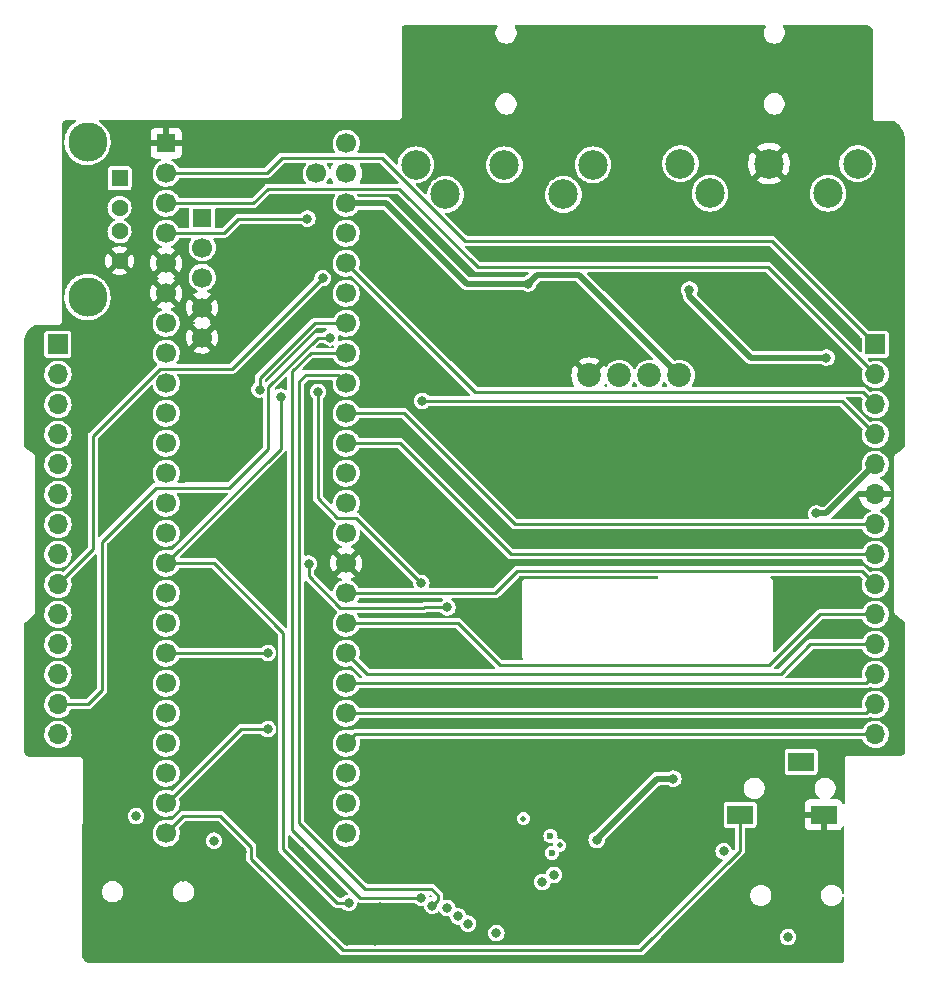
<source format=gbr>
%TF.GenerationSoftware,KiCad,Pcbnew,(6.0.2)*%
%TF.CreationDate,2023-02-09T01:22:52-05:00*%
%TF.ProjectId,bottom,626f7474-6f6d-42e6-9b69-6361645f7063,rev?*%
%TF.SameCoordinates,Original*%
%TF.FileFunction,Copper,L2,Inr*%
%TF.FilePolarity,Positive*%
%FSLAX46Y46*%
G04 Gerber Fmt 4.6, Leading zero omitted, Abs format (unit mm)*
G04 Created by KiCad (PCBNEW (6.0.2)) date 2023-02-09 01:22:52*
%MOMM*%
%LPD*%
G01*
G04 APERTURE LIST*
%TA.AperFunction,ComponentPad*%
%ADD10C,2.499360*%
%TD*%
%TA.AperFunction,ComponentPad*%
%ADD11R,1.700000X1.700000*%
%TD*%
%TA.AperFunction,ComponentPad*%
%ADD12O,1.700000X1.700000*%
%TD*%
%TA.AperFunction,ComponentPad*%
%ADD13R,1.600000X1.600000*%
%TD*%
%TA.AperFunction,ComponentPad*%
%ADD14C,1.700000*%
%TD*%
%TA.AperFunction,ComponentPad*%
%ADD15C,2.020000*%
%TD*%
%TA.AperFunction,ComponentPad*%
%ADD16R,1.428000X1.428000*%
%TD*%
%TA.AperFunction,ComponentPad*%
%ADD17C,1.428000*%
%TD*%
%TA.AperFunction,ComponentPad*%
%ADD18C,3.316000*%
%TD*%
%TA.AperFunction,ComponentPad*%
%ADD19R,2.200000X1.600000*%
%TD*%
%TA.AperFunction,ViaPad*%
%ADD20C,0.800000*%
%TD*%
%TA.AperFunction,ViaPad*%
%ADD21C,0.600000*%
%TD*%
%TA.AperFunction,ViaPad*%
%ADD22C,0.500000*%
%TD*%
%TA.AperFunction,Conductor*%
%ADD23C,0.250000*%
%TD*%
%TA.AperFunction,Conductor*%
%ADD24C,0.508000*%
%TD*%
G04 APERTURE END LIST*
D10*
%TO.N,Board_0-unconnected-(J40-Pad1)*%
%TO.C,J40*%
X145511780Y-71077200D03*
%TO.N,Board_0-unconnected-(J40-Pad2)*%
X153009860Y-71079740D03*
%TO.N,Board_0-unconnected-(J40-Pad3)*%
X160507940Y-71077200D03*
%TO.N,Board_0-Net-(J40-Pad4)*%
X148013680Y-73579100D03*
%TO.N,Board_0-Net-(D1-Pad2)*%
X158006040Y-73579100D03*
%TD*%
D11*
%TO.N,Board_0-/bottom/GPIO_10*%
%TO.C,J31*%
X184402400Y-86280000D03*
D12*
%TO.N,Board_0-/bottom/GPIO_11*%
X184402400Y-88820000D03*
%TO.N,Board_0-/bottom/GPIO_9*%
X184402400Y-91360000D03*
%TO.N,Board_0-/bottom/POT_GAIN_IN*%
X184402400Y-93900000D03*
%TO.N,Board_0-/bottom/3.3V*%
X184402400Y-96440000D03*
%TO.N,Board_0-/bottom/GND*%
X184402400Y-98980000D03*
%TO.N,Board_0-/bottom/GPIO_6*%
X184402400Y-101520000D03*
%TO.N,Board_0-/bottom/GPIO_5*%
X184402400Y-104060000D03*
%TO.N,Board_0-/bottom/GPIO_2*%
X184402400Y-106600000D03*
%TO.N,Board_0-/bottom/GPIO_1*%
X184402400Y-109140000D03*
%TO.N,Board_0-/bottom/GPIO_BPM*%
X184402400Y-111680000D03*
%TO.N,Board_0-/bottom/GIPO_PATTERN*%
X184402400Y-114220000D03*
%TO.N,Board_0-/bottom/GPIO_SOUND*%
X184402400Y-116760000D03*
%TO.N,Board_0-/bottom/GPIO_13*%
X184402400Y-119300000D03*
%TD*%
D11*
%TO.N,Board_0-/bottom/GPIO_14*%
%TO.C,J32*%
X115202400Y-86280000D03*
D12*
%TO.N,Board_0-/bottom/GPIO_15*%
X115202400Y-88820000D03*
%TO.N,Board_0-/bottom/GPIO_WRITE*%
X115202400Y-91360000D03*
%TO.N,Board_0-/bottom/GPIO_16*%
X115202400Y-93900000D03*
%TO.N,Board_0-/bottom/GPIO_12*%
X115202400Y-96440000D03*
%TO.N,Board_0-/bottom/GPIO_PLAY*%
X115202400Y-98980000D03*
%TO.N,Board_0-/bottom/GPIO_7*%
X115202400Y-101520000D03*
%TO.N,Board_0-/bottom/GPIO_8*%
X115202400Y-104060000D03*
%TO.N,Board_0-/bottom/POT_INPUT_PLAY_MIX*%
X115202400Y-106600000D03*
%TO.N,Board_0-/bottom/GPIO_FX*%
X115202400Y-109140000D03*
%TO.N,Board_0-/bottom/GPIO_3*%
X115202400Y-111680000D03*
%TO.N,Board_0-/bottom/GPIO_4*%
X115202400Y-114220000D03*
%TO.N,Board_0-/bottom/POT_VOL_OUT*%
X115202400Y-116760000D03*
%TO.N,Board_0-/bottom/GPIO_SPECIAL*%
X115202400Y-119300000D03*
%TD*%
D13*
%TO.N,Board_0-/bottom/GND*%
%TO.C,U1*%
X124369860Y-69240000D03*
D14*
%TO.N,Board_0-/bottom/GPIO_10*%
X124369860Y-71780000D03*
%TO.N,Board_0-/bottom/GPIO_11*%
X124369860Y-74320000D03*
%TO.N,Board_0-/bottom/ANALOG_IN*%
X124369860Y-76860000D03*
%TO.N,Board_0-/bottom/GND*%
X124369860Y-79400000D03*
X124369860Y-81940000D03*
%TO.N,Board_0-/bottom/GPIO_14*%
X124369860Y-84480000D03*
%TO.N,Board_0-/bottom/GPIO_15*%
X124369860Y-87020000D03*
%TO.N,Board_0-/bottom/DIN*%
X124369860Y-89560000D03*
%TO.N,Board_0-/bottom/DOUT*%
X124369860Y-92100000D03*
%TO.N,Board_0-/bottom/GPIO_WRITE*%
X124369860Y-94640000D03*
%TO.N,Board_0-/bottom/GPIO_16*%
X124369860Y-97180000D03*
%TO.N,Board_0-/bottom/GPIO_12*%
X124369860Y-99720000D03*
%TO.N,Board_0-/bottom/GPIO_PLAY*%
X124369860Y-102260000D03*
%TO.N,Board_0-/bottom/3.3V*%
X124369860Y-104800000D03*
%TO.N,Board_0-/bottom/GPIO_7*%
X124369860Y-107340000D03*
%TO.N,Board_0-/bottom/GPIO_8*%
X124369860Y-109880000D03*
%TO.N,Board_0-/bottom/SELECT_A*%
X124369860Y-112420000D03*
%TO.N,Board_0-/bottom/GPIO_FX*%
X124369860Y-114960000D03*
%TO.N,Board_0-/bottom/GPIO_3*%
X124369860Y-117500000D03*
%TO.N,Board_0-/bottom/GPIO_4*%
X124369860Y-120040000D03*
%TO.N,Board_0-/bottom/GPIO_SPECIAL*%
X124369860Y-122580000D03*
%TO.N,Board_0-/bottom/SELECT_B*%
X124369860Y-125120000D03*
%TO.N,Board_0-/bottom/SYNC_OUT*%
X124369860Y-127660000D03*
%TO.N,Board_0-/bottom/ESP32_EN*%
X139609860Y-127660000D03*
%TO.N,Board_0-/bottom/MIDI_IN_EXT*%
X139609860Y-125120000D03*
%TO.N,Board_0-/bottom/MIDI_OUT_EXT*%
X139609860Y-122580000D03*
%TO.N,Board_0-/bottom/GPIO_13*%
X139609860Y-120040000D03*
%TO.N,Board_0-/bottom/GPIO_SOUND*%
X139609860Y-117500000D03*
%TO.N,Board_0-/bottom/GIPO_PATTERN*%
X139609860Y-114960000D03*
%TO.N,Board_0-/bottom/GPIO_BPM*%
X139609860Y-112420000D03*
%TO.N,Board_0-/bottom/GPIO_1*%
X139609860Y-109880000D03*
%TO.N,Board_0-/bottom/GPIO_2*%
X139609860Y-107340000D03*
%TO.N,Board_0-/bottom/GND*%
X139609860Y-104800000D03*
%TO.N,Board_0-Net-(D2-Pad2)*%
X139609860Y-102260000D03*
%TO.N,Board_0-/bottom/MIDI_1_OUT*%
X139609860Y-99720000D03*
%TO.N,Board_0-/bottom/MIDI_1_IN*%
X139609860Y-97180000D03*
%TO.N,Board_0-/bottom/GPIO_5*%
X139609860Y-94640000D03*
%TO.N,Board_0-/bottom/GPIO_6*%
X139609860Y-92100000D03*
%TO.N,Board_0-/bottom/SDA*%
X139609860Y-89560000D03*
%TO.N,Board_0-/bottom/SCL*%
X139609860Y-87020000D03*
%TO.N,Board_0-/bottom/WCLK*%
X139609860Y-84480000D03*
%TO.N,Board_0-/bottom/BCLK*%
X139609860Y-81940000D03*
%TO.N,Board_0-/bottom/GPIO_9*%
X139609860Y-79400000D03*
%TO.N,Board_0-/bottom/MCLK*%
X139609860Y-76860000D03*
%TO.N,Board_0-/bottom/3.3V*%
X139609860Y-74320000D03*
%TO.N,Board_0-/bottom/GND*%
X139609860Y-71780000D03*
%TO.N,Board_0-/bottom/5V*%
X139609860Y-69240000D03*
%TO.N,Board_0-unconnected-(U1-Pad49)*%
X137069860Y-71780000D03*
D13*
%TO.N,Board_0-/bottom/H_USB_5V*%
X127420660Y-75539200D03*
D14*
%TO.N,Board_0-/bottom/H_USB_D-*%
X127420660Y-78079200D03*
%TO.N,Board_0-/bottom/H_USB_D+*%
X127420660Y-80619200D03*
%TO.N,Board_0-/bottom/GND*%
X127420660Y-83159200D03*
X127420660Y-85699200D03*
%TD*%
D10*
%TO.N,Board_0-unconnected-(J90-Pad1)*%
%TO.C,J90*%
X167911780Y-70977200D03*
%TO.N,Board_0-/bottom/GND*%
X175409860Y-70979740D03*
%TO.N,Board_0-unconnected-(J90-Pad3)*%
X182907940Y-70977200D03*
%TO.N,Board_0-Net-(J81-Pad3)*%
X170413680Y-73479100D03*
%TO.N,Board_0-Net-(J81-Pad2)*%
X180406040Y-73479100D03*
%TD*%
D15*
%TO.N,Board_0-/bottom/3.3V*%
%TO.C,J99*%
X167824800Y-88902800D03*
%TO.N,Board_0-/bottom/MIDI_IN_EXT*%
X165284800Y-88902800D03*
%TO.N,Board_0-/bottom/MIDI_OUT_EXT*%
X162744800Y-88902800D03*
%TO.N,Board_0-/bottom/GND*%
X160204800Y-88902800D03*
%TD*%
D16*
%TO.N,Board_0-/bottom/H_USB_5V*%
%TO.C,J70*%
X120419860Y-72210000D03*
D17*
%TO.N,Board_0-/bottom/H_USB_D-*%
X120419860Y-74710000D03*
%TO.N,Board_0-/bottom/H_USB_D+*%
X120419860Y-76710000D03*
%TO.N,Board_0-/bottom/GND*%
X120419860Y-79210000D03*
D18*
%TO.N,N/C*%
X117709860Y-69140000D03*
X117709860Y-82280000D03*
%TD*%
D19*
%TO.N,Board_0-/bottom/GND*%
%TO.C,J0*%
X180035200Y-126110800D03*
%TO.N,Board_0-/bottom/SYNC_OUT*%
X172962200Y-126110800D03*
%TO.N,Board_0-unconnected-(J0-Pad3)*%
X178130200Y-121610800D03*
%TD*%
D20*
%TO.N,Board_0-/bottom/3.3V*%
X179380940Y-100596660D03*
X134061200Y-90703200D03*
X155016200Y-81127400D03*
X139824800Y-133552800D03*
%TO.N,Board_0-/bottom/5V*%
X168674800Y-81652800D03*
X180274800Y-87402800D03*
%TO.N,Board_0-/bottom/ANALOG_IN*%
X136327311Y-75635489D03*
%TO.N,Board_0-/bottom/BCLK*%
X137224800Y-90302800D03*
X145974800Y-106502800D03*
%TO.N,Board_0-/bottom/GND*%
X152984200Y-133553000D03*
X171280940Y-97660000D03*
X165950400Y-93786000D03*
X137185400Y-130777300D03*
X129724800Y-136977800D03*
X150644800Y-122392800D03*
X159232600Y-136524600D03*
X164950400Y-93786000D03*
D21*
X153744800Y-125832800D03*
D20*
X121964800Y-133782800D03*
X165950400Y-94786000D03*
X118414800Y-127609400D03*
X142443200Y-133902300D03*
X141644800Y-127432800D03*
X153797000Y-97815200D03*
X146176955Y-128345955D03*
X166776400Y-136524600D03*
X171280940Y-94660000D03*
X137114800Y-123002800D03*
X119054800Y-131382800D03*
X132080000Y-136931200D03*
X168280940Y-94660000D03*
X126720600Y-109727800D03*
X161721800Y-133426000D03*
X174091600Y-131597200D03*
X120024800Y-126352800D03*
X137164800Y-124972800D03*
X118389400Y-129692200D03*
X168280940Y-96660000D03*
X161747200Y-134975600D03*
X169280940Y-94660000D03*
X170280940Y-98660000D03*
X162950400Y-93786000D03*
X171602400Y-127635189D03*
X167280940Y-96660000D03*
X177012600Y-127634800D03*
X143408400Y-131063800D03*
X170280940Y-97660000D03*
X171280940Y-98660000D03*
X161950400Y-94786000D03*
X169062400Y-134492800D03*
X162839400Y-131800400D03*
X170280940Y-99660000D03*
X169280940Y-96660000D03*
X171280940Y-99660000D03*
X165950400Y-92786000D03*
X171196000Y-136448600D03*
X170280940Y-96660000D03*
X127954800Y-133892800D03*
X137930457Y-126996624D03*
X147478932Y-135161739D03*
X164007800Y-136550200D03*
X168986200Y-136524800D03*
X167741600Y-130403400D03*
X173126400Y-133095800D03*
X118624800Y-137742800D03*
X165785808Y-134975408D03*
X130934800Y-126872800D03*
X125834800Y-131352800D03*
X139649200Y-136816700D03*
X168280940Y-98660000D03*
X176250600Y-134391200D03*
X170789600Y-134365800D03*
X180975000Y-134213400D03*
X133144800Y-125042800D03*
X118594800Y-135012800D03*
X163950400Y-93786000D03*
X169280940Y-95660000D03*
X163931600Y-133375200D03*
X169280940Y-97660000D03*
X169265600Y-129184200D03*
X138404600Y-135204000D03*
X157556200Y-133375200D03*
X171280940Y-100660000D03*
X133114800Y-122992800D03*
X170280940Y-95660000D03*
X167280940Y-98660000D03*
X176149000Y-129184189D03*
X169280940Y-100660000D03*
X167280940Y-97660000D03*
X126184800Y-133872800D03*
X168280940Y-100660000D03*
X175107600Y-127634800D03*
X132156200Y-135229400D03*
X160655000Y-129793800D03*
X130911600Y-130777300D03*
X133334800Y-126972800D03*
X125524800Y-136956600D03*
X137134600Y-136829600D03*
X164950400Y-94786000D03*
X130810000Y-129228300D03*
X157048200Y-134975600D03*
X162950400Y-94786000D03*
X133832600Y-130777300D03*
X124404800Y-130182800D03*
X149555200Y-129692200D03*
X178485800Y-133934000D03*
X171280940Y-96660000D03*
X168280940Y-97660000D03*
X145132563Y-134210128D03*
X169280940Y-98660000D03*
X143687800Y-135381800D03*
D21*
X142824800Y-122942800D03*
D20*
X161721800Y-136524800D03*
X159308800Y-134975600D03*
X163950400Y-94786000D03*
X155374800Y-83002800D03*
X171280940Y-95660000D03*
X151444800Y-129722800D03*
X178638200Y-131648000D03*
X125364800Y-135102800D03*
X175158400Y-130301800D03*
X123549800Y-135077800D03*
X168280940Y-95660000D03*
X154014800Y-122202800D03*
X164007800Y-134975600D03*
X135686800Y-129209600D03*
X159385000Y-133375200D03*
X166268400Y-131775000D03*
X177139600Y-130327200D03*
X163950400Y-92786000D03*
X145664800Y-122432800D03*
X121999800Y-131352800D03*
X162950400Y-92786000D03*
X167280940Y-95660000D03*
X148094800Y-122412800D03*
X161950400Y-93786000D03*
X168280940Y-99660000D03*
X143274800Y-125792800D03*
X144714800Y-124382800D03*
X175260000Y-136067600D03*
X167280940Y-100660000D03*
X155964800Y-133382800D03*
X161950400Y-92786000D03*
X170608230Y-132791000D03*
X119014800Y-133702800D03*
X123604800Y-136982800D03*
X165963600Y-133375200D03*
X130987800Y-124777800D03*
X160350200Y-126441000D03*
X133426200Y-129228300D03*
X170332400Y-128041200D03*
X167280940Y-99660000D03*
X172491400Y-131571800D03*
X127544800Y-124702800D03*
X170218200Y-116077800D03*
X140716000Y-135153200D03*
X130974800Y-122977800D03*
X134670800Y-135178600D03*
X142087600Y-136804200D03*
X129743200Y-135267700D03*
X148717000Y-136423200D03*
X180619400Y-131648000D03*
X127964800Y-122902800D03*
X167280940Y-94660000D03*
X156946600Y-136575600D03*
X164950400Y-92786000D03*
X164769800Y-131800900D03*
X170280940Y-100660000D03*
X185953400Y-81356000D03*
X169280940Y-99660000D03*
X134569200Y-136880400D03*
X170280940Y-94660000D03*
%TO.N,Board_0-/bottom/HPL*%
X121824800Y-126227800D03*
%TO.N,Board_0-/bottom/HPR*%
X128424800Y-128302800D03*
D22*
%TO.N,Board_0-/bottom/HP_3V3*%
X157683211Y-128704389D03*
D20*
X160814800Y-128232800D03*
D22*
X154604800Y-126442800D03*
D20*
X167308850Y-123049050D03*
%TO.N,Board_0-/bottom/MCLK*%
X148174800Y-108552800D03*
X136424800Y-104852800D03*
%TO.N,Board_0-/bottom/POT_GAIN_IN*%
X146050000Y-91058800D03*
%TO.N,Board_0-/bottom/POT_INPUT_PLAY_MIX*%
X137617200Y-80670200D03*
%TO.N,Board_0-/bottom/POT_VOL_OUT*%
X138246600Y-85705000D03*
%TO.N,Board_0-/bottom/SCL*%
X145949800Y-133127800D03*
%TO.N,Board_0-/bottom/SDA*%
X146874800Y-133802800D03*
%TO.N,Board_0-/bottom/SELECT_A*%
X132974800Y-112402800D03*
%TO.N,Board_0-/bottom/SELECT_B*%
X132974800Y-118852800D03*
%TO.N,Board_0-/bottom/WCLK*%
X132275300Y-90101258D03*
%TO.N,Board_0-Net-(C10-Pad1)*%
X149074800Y-134702800D03*
%TO.N,Board_0-Net-(C11-Pad1)*%
X177012600Y-136474000D03*
X149936200Y-135331000D03*
%TO.N,Board_0-Net-(C12-Pad1)*%
X171577000Y-129184200D03*
X152323800Y-136131300D03*
%TO.N,Board_0-Net-(C16-Pad1)*%
X156229260Y-131800400D03*
%TO.N,Board_0-Net-(C17-Pad1)*%
X157184800Y-131192800D03*
%TO.N,Board_0-Net-(C9-Pad1)*%
X148174800Y-134002800D03*
D21*
%TO.N,Board_0-Net-(R22-Pad1)*%
X156904800Y-127922800D03*
%TO.N,Board_0-Net-(R23-Pad1)*%
X157035500Y-129323900D03*
%TD*%
D23*
%TO.N,Board_0-/bottom/3.3V*%
X128419200Y-104800000D02*
X124369860Y-104800000D01*
D24*
X180245740Y-100596660D02*
X184402400Y-96440000D01*
D23*
X124369860Y-104800000D02*
X134061200Y-95108660D01*
X139824800Y-133552800D02*
X138810800Y-133552800D01*
D24*
X155016200Y-81127400D02*
X155778200Y-80365400D01*
D23*
X134299800Y-110680600D02*
X128419200Y-104800000D01*
X138810800Y-133552800D02*
X134299800Y-129041800D01*
D24*
X149799800Y-81127400D02*
X142992400Y-74320000D01*
D23*
X134299800Y-129041800D02*
X134299800Y-110680600D01*
D24*
X142992400Y-74320000D02*
X139609860Y-74320000D01*
D23*
X134061200Y-95108660D02*
X134061200Y-90703200D01*
D24*
X155016200Y-81127400D02*
X149799800Y-81127400D01*
X155778200Y-80365400D02*
X159287400Y-80365400D01*
X159287400Y-80365400D02*
X167824800Y-88902800D01*
X179380940Y-100596660D02*
X180245740Y-100596660D01*
%TO.N,Board_0-/bottom/5V*%
X168674800Y-82202800D02*
X173874800Y-87402800D01*
X168674800Y-81652800D02*
X168674800Y-82202800D01*
X173874800Y-87402800D02*
X180274800Y-87402800D01*
D23*
%TO.N,Board_0-/bottom/ANALOG_IN*%
X124375171Y-76854689D02*
X129255089Y-76854689D01*
X124369860Y-76860000D02*
X124375171Y-76854689D01*
X130474289Y-75635489D02*
X129255089Y-76854689D01*
X136327311Y-75635489D02*
X130474289Y-75635489D01*
%TO.N,Board_0-/bottom/BCLK*%
X140424800Y-100952800D02*
X145974800Y-106502800D01*
X138874800Y-100952800D02*
X140424800Y-100952800D01*
X137224800Y-99302800D02*
X138874800Y-100952800D01*
X137224800Y-90302800D02*
X137224800Y-99302800D01*
%TO.N,Board_0-/bottom/GIPO_PATTERN*%
X183662400Y-114960000D02*
X184402400Y-114220000D01*
X139609860Y-114960000D02*
X183662400Y-114960000D01*
%TO.N,Board_0-/bottom/GPIO_1*%
X175387000Y-113461600D02*
X179708600Y-109140000D01*
X179708600Y-109140000D02*
X184402400Y-109140000D01*
X139609860Y-109880000D02*
X149072400Y-109880000D01*
X149072400Y-109880000D02*
X152654000Y-113461600D01*
X152654000Y-113461600D02*
X175387000Y-113461600D01*
%TO.N,Board_0-/bottom/GPIO_10*%
X124369860Y-71780000D02*
X132867200Y-71780000D01*
X142601935Y-70465000D02*
X149641935Y-77505000D01*
X175627400Y-77505000D02*
X184402400Y-86280000D01*
X132867200Y-71780000D02*
X134182200Y-70465000D01*
X149641935Y-77505000D02*
X175627400Y-77505000D01*
X134182200Y-70465000D02*
X142601935Y-70465000D01*
%TO.N,Board_0-/bottom/GPIO_11*%
X131750000Y-74320000D02*
X132975000Y-73095000D01*
X132975000Y-73095000D02*
X144113600Y-73095000D01*
X131750000Y-74320000D02*
X124369860Y-74320000D01*
X150755000Y-79736400D02*
X175318800Y-79736400D01*
X175318800Y-79736400D02*
X184402400Y-88820000D01*
X144113600Y-73095000D02*
X150755000Y-79736400D01*
%TO.N,Board_0-/bottom/GPIO_13*%
X140349860Y-119300000D02*
X139609860Y-120040000D01*
X184402400Y-119300000D02*
X140349860Y-119300000D01*
%TO.N,Board_0-/bottom/GPIO_2*%
X139609860Y-107352800D02*
X152222400Y-107352800D01*
X152222400Y-107340000D02*
X154076400Y-105486000D01*
X154076400Y-105486000D02*
X183288400Y-105486000D01*
X183288400Y-105486000D02*
X184402400Y-106600000D01*
%TO.N,Board_0-/bottom/GPIO_5*%
X139609860Y-94640000D02*
X144162400Y-94640000D01*
X144162400Y-94640000D02*
X153582400Y-104060000D01*
X153582400Y-104060000D02*
X184402400Y-104060000D01*
%TO.N,Board_0-/bottom/GPIO_6*%
X139609860Y-92100000D02*
X144522400Y-92100000D01*
X153942400Y-101520000D02*
X184402400Y-101520000D01*
X144522400Y-92100000D02*
X153942400Y-101520000D01*
%TO.N,Board_0-/bottom/GPIO_9*%
X150497660Y-90287800D02*
X183330200Y-90287800D01*
X183330200Y-90287800D02*
X184402400Y-91360000D01*
X139609860Y-79400000D02*
X150497660Y-90287800D01*
%TO.N,Board_0-/bottom/GPIO_BPM*%
X176403000Y-114172800D02*
X141362660Y-114172800D01*
X178895800Y-111680000D02*
X176403000Y-114172800D01*
X141362660Y-114172800D02*
X139609860Y-112420000D01*
X184402400Y-111680000D02*
X178895800Y-111680000D01*
%TO.N,Board_0-/bottom/GPIO_SOUND*%
X183662400Y-117500000D02*
X184402400Y-116760000D01*
X139609860Y-117500000D02*
X183662400Y-117500000D01*
D24*
%TO.N,Board_0-/bottom/HP_3V3*%
X167308850Y-123049050D02*
X165899050Y-123049050D01*
X165899050Y-123049050D02*
X160719889Y-128228211D01*
D23*
%TO.N,Board_0-/bottom/MCLK*%
X146213089Y-108564511D02*
X139102650Y-108564511D01*
X146224800Y-108552800D02*
X148174800Y-108552800D01*
X136424800Y-105886661D02*
X139102650Y-108564511D01*
X146224800Y-108552800D02*
X146213089Y-108564511D01*
X136424800Y-104852800D02*
X136424800Y-105886661D01*
%TO.N,Board_0-/bottom/POT_GAIN_IN*%
X146050000Y-91058800D02*
X181561200Y-91058800D01*
X181561200Y-91058800D02*
X184402400Y-93900000D01*
%TO.N,Board_0-/bottom/POT_INPUT_PLAY_MIX*%
X118160800Y-94036648D02*
X118160800Y-103641600D01*
X123862448Y-88335000D02*
X118160800Y-94036648D01*
X118160800Y-103641600D02*
X115202400Y-106600000D01*
X137617200Y-80670200D02*
X129952400Y-88335000D01*
X129952400Y-88335000D02*
X123862448Y-88335000D01*
%TO.N,Board_0-/bottom/POT_VOL_OUT*%
X118948200Y-102971400D02*
X118948200Y-115554200D01*
X138246600Y-85705000D02*
X137215494Y-85705000D01*
X133019800Y-89900694D02*
X133019800Y-95097400D01*
X137215494Y-85705000D02*
X133019800Y-89900694D01*
X126044371Y-98399400D02*
X126038771Y-98405000D01*
X126038771Y-98405000D02*
X123514600Y-98405000D01*
X133019800Y-95097400D02*
X129717800Y-98399400D01*
X129717800Y-98399400D02*
X126044371Y-98399400D01*
X115202400Y-116760000D02*
X117742400Y-116760000D01*
X123514600Y-98405000D02*
X118948200Y-102971400D01*
X117742400Y-116760000D02*
X118948200Y-115554200D01*
%TO.N,Board_0-/bottom/SCL*%
X140799800Y-133127800D02*
X145949800Y-133127800D01*
X135062300Y-127390300D02*
X140799800Y-133127800D01*
X136607600Y-87020000D02*
X135062300Y-88565300D01*
X139609860Y-87020000D02*
X136607600Y-87020000D01*
X135062300Y-88565300D02*
X135062300Y-127390300D01*
%TO.N,Board_0-/bottom/SDA*%
X141174800Y-132352800D02*
X135650289Y-126828289D01*
X146824800Y-132352800D02*
X141174800Y-132352800D01*
X135650289Y-126828289D02*
X135650289Y-89418911D01*
X146874800Y-133802800D02*
X147374800Y-133302800D01*
X136220200Y-88849000D02*
X138898860Y-88849000D01*
X147374800Y-133302800D02*
X147374800Y-132902800D01*
X147374800Y-132902800D02*
X146824800Y-132352800D01*
X138898860Y-88849000D02*
X139609860Y-89560000D01*
X135650289Y-89418911D02*
X136220200Y-88849000D01*
%TO.N,Board_0-/bottom/SELECT_A*%
X132974800Y-112402800D02*
X132957600Y-112420000D01*
X132957600Y-112420000D02*
X124369860Y-112420000D01*
%TO.N,Board_0-/bottom/SELECT_B*%
X124457600Y-125120000D02*
X124369860Y-125120000D01*
X130724800Y-118852800D02*
X124457600Y-125120000D01*
X132974800Y-118852800D02*
X130724800Y-118852800D01*
%TO.N,Board_0-/bottom/SYNC_OUT*%
X131584511Y-128817186D02*
X131584511Y-129847336D01*
X164506389Y-137591211D02*
X172962200Y-129135400D01*
X124369860Y-127660000D02*
X125831571Y-126198289D01*
X131584511Y-129847336D02*
X139328386Y-137591211D01*
X128965614Y-126198289D02*
X131584511Y-128817186D01*
X125831571Y-126198289D02*
X128965614Y-126198289D01*
X172962200Y-129135400D02*
X172962200Y-126110800D01*
X139328386Y-137591211D02*
X164506389Y-137591211D01*
%TO.N,Board_0-/bottom/WCLK*%
X132275300Y-89152300D02*
X136947600Y-84480000D01*
X136947600Y-84480000D02*
X139609860Y-84480000D01*
X132275300Y-90101258D02*
X132275300Y-89152300D01*
%TD*%
%TA.AperFunction,Conductor*%
%TO.N,Board_0-/bottom/GND*%
G36*
X183526755Y-59234561D02*
G01*
X183541704Y-59234840D01*
X183546900Y-59235074D01*
X183581900Y-59237580D01*
X183583518Y-59237696D01*
X183588732Y-59238208D01*
X183625224Y-59242772D01*
X183630402Y-59243560D01*
X183666479Y-59250026D01*
X183671596Y-59251083D01*
X183707361Y-59259466D01*
X183712421Y-59260795D01*
X183747711Y-59271064D01*
X183752695Y-59272658D01*
X183787364Y-59284771D01*
X183792232Y-59286617D01*
X183826181Y-59300531D01*
X183830938Y-59302629D01*
X183864190Y-59318361D01*
X183868843Y-59320715D01*
X183901133Y-59338137D01*
X183905657Y-59340734D01*
X183937011Y-59359858D01*
X183941394Y-59362694D01*
X183971736Y-59383479D01*
X183975983Y-59386557D01*
X184005102Y-59408859D01*
X184009171Y-59412149D01*
X184037107Y-59435989D01*
X184041000Y-59439494D01*
X184067589Y-59464734D01*
X184071288Y-59468436D01*
X184096567Y-59495110D01*
X184100071Y-59499009D01*
X184123879Y-59526956D01*
X184127167Y-59531029D01*
X184149465Y-59560196D01*
X184152534Y-59564438D01*
X184173221Y-59594688D01*
X184176063Y-59599089D01*
X184194677Y-59629662D01*
X184209117Y-59681121D01*
X184209407Y-60820230D01*
X184210960Y-66924258D01*
X184210985Y-67023502D01*
X184210512Y-67033189D01*
X184209801Y-67040439D01*
X184207259Y-67049217D01*
X184208047Y-67058319D01*
X184208047Y-67058321D01*
X184210634Y-67088192D01*
X184211003Y-67096704D01*
X184211006Y-67106981D01*
X184211842Y-67111464D01*
X184211842Y-67111465D01*
X184212460Y-67114780D01*
X184213768Y-67124383D01*
X184216902Y-67160559D01*
X184220917Y-67168773D01*
X184222496Y-67174465D01*
X184224616Y-67179956D01*
X184226292Y-67188942D01*
X184231090Y-67196721D01*
X184231091Y-67196724D01*
X184245358Y-67219856D01*
X184250039Y-67228350D01*
X184265981Y-67260965D01*
X184272685Y-67267184D01*
X184276206Y-67271925D01*
X184280163Y-67276287D01*
X184284960Y-67284064D01*
X184292232Y-67289591D01*
X184292233Y-67289592D01*
X184313876Y-67306041D01*
X184321299Y-67312280D01*
X184332197Y-67322389D01*
X184347915Y-67336970D01*
X184356404Y-67340357D01*
X184361385Y-67343506D01*
X184366656Y-67346155D01*
X184373937Y-67351689D01*
X184382719Y-67354230D01*
X184382720Y-67354230D01*
X184408814Y-67361779D01*
X184417986Y-67364927D01*
X184431199Y-67370198D01*
X184451718Y-67378385D01*
X184457991Y-67379000D01*
X184458992Y-67379000D01*
X184463380Y-67379728D01*
X184463420Y-67379317D01*
X184472512Y-67380206D01*
X184481294Y-67382747D01*
X184490400Y-67381956D01*
X184520159Y-67379371D01*
X184528726Y-67379000D01*
X184737338Y-67379001D01*
X186007125Y-67379005D01*
X186059179Y-67393795D01*
X186067149Y-67398721D01*
X186123974Y-67433848D01*
X186128294Y-67436677D01*
X186196984Y-67484260D01*
X186201150Y-67487310D01*
X186267263Y-67538408D01*
X186271267Y-67541673D01*
X186334629Y-67596154D01*
X186338454Y-67599620D01*
X186398872Y-67657312D01*
X186402507Y-67660969D01*
X186459823Y-67721718D01*
X186463256Y-67725553D01*
X186517342Y-67789226D01*
X186520580Y-67793245D01*
X186569187Y-67856916D01*
X186571280Y-67859658D01*
X186574306Y-67863845D01*
X186621484Y-67932829D01*
X186624287Y-67937165D01*
X186667797Y-68008502D01*
X186670369Y-68012977D01*
X186683099Y-68036529D01*
X186710074Y-68086438D01*
X186712408Y-68091040D01*
X186748244Y-68166497D01*
X186750337Y-68171218D01*
X186782189Y-68248440D01*
X186784033Y-68253262D01*
X186811833Y-68332090D01*
X186813413Y-68336975D01*
X186828838Y-68389252D01*
X186837055Y-68417103D01*
X186838387Y-68422092D01*
X186857816Y-68503335D01*
X186858886Y-68508387D01*
X186874066Y-68590610D01*
X186874869Y-68595702D01*
X186885391Y-68675920D01*
X186885731Y-68678516D01*
X186886269Y-68683655D01*
X186892799Y-68766968D01*
X186893068Y-68772123D01*
X186895382Y-68860851D01*
X186895416Y-68863400D01*
X186899574Y-81685711D01*
X186900974Y-86000518D01*
X186900982Y-86026532D01*
X186900971Y-86027011D01*
X186900940Y-86027324D01*
X186900999Y-86080720D01*
X186901008Y-86108001D01*
X186901027Y-86108103D01*
X186901029Y-86108156D01*
X186910786Y-94918035D01*
X186891943Y-94976247D01*
X186873551Y-94995513D01*
X186374937Y-95393555D01*
X186168259Y-95558545D01*
X186149979Y-95570114D01*
X186139034Y-95575464D01*
X186118763Y-95597316D01*
X186115390Y-95600750D01*
X186112027Y-95603435D01*
X186109044Y-95606885D01*
X186098586Y-95618979D01*
X186096302Y-95621530D01*
X186063029Y-95657398D01*
X186061028Y-95662414D01*
X186057493Y-95666502D01*
X186047069Y-95695537D01*
X186040968Y-95712531D01*
X186039757Y-95715729D01*
X186021615Y-95761201D01*
X186021000Y-95767474D01*
X186021000Y-95768147D01*
X186019729Y-95771687D01*
X186019935Y-95780443D01*
X186019935Y-95780446D01*
X186020973Y-95824474D01*
X186021000Y-95826806D01*
X186021000Y-108890783D01*
X186019171Y-108909724D01*
X186015814Y-108926946D01*
X186019544Y-108947948D01*
X186020910Y-108955642D01*
X186021000Y-108956310D01*
X186021000Y-108957407D01*
X186022678Y-108966416D01*
X186025731Y-108982811D01*
X186025878Y-108983618D01*
X186035355Y-109036983D01*
X186036027Y-109038094D01*
X186036265Y-109039372D01*
X186040824Y-109046769D01*
X186040825Y-109046770D01*
X186064698Y-109085498D01*
X186065131Y-109086207D01*
X186093199Y-109132608D01*
X186094446Y-109133758D01*
X186094909Y-109134509D01*
X186096914Y-109136034D01*
X186097833Y-109136881D01*
X186102550Y-109140446D01*
X186102552Y-109140448D01*
X186129498Y-109160812D01*
X186129734Y-109160990D01*
X186183869Y-109202156D01*
X186184325Y-109202288D01*
X186184632Y-109202480D01*
X186617764Y-109529816D01*
X186921684Y-109759502D01*
X186956708Y-109809671D01*
X186960994Y-109838484D01*
X186961000Y-120670877D01*
X186960547Y-120680341D01*
X186957484Y-120712239D01*
X186956722Y-120720171D01*
X186956038Y-120725667D01*
X186952207Y-120750681D01*
X186948725Y-120773413D01*
X186947305Y-120780797D01*
X186945710Y-120787672D01*
X186943731Y-120794934D01*
X186937196Y-120815764D01*
X186931960Y-120832452D01*
X186928481Y-120841845D01*
X186914968Y-120873334D01*
X186910567Y-120882307D01*
X186893948Y-120912250D01*
X186888653Y-120920743D01*
X186866186Y-120953024D01*
X186861662Y-120959025D01*
X186857206Y-120964491D01*
X186852238Y-120970133D01*
X186825125Y-120998653D01*
X186817881Y-121005539D01*
X186791917Y-121027828D01*
X186783991Y-121033963D01*
X186751726Y-121056422D01*
X186745406Y-121060475D01*
X186739273Y-121064084D01*
X186732679Y-121067635D01*
X186697409Y-121084934D01*
X186688213Y-121088880D01*
X186656085Y-121100779D01*
X186646520Y-121103781D01*
X186608446Y-121113638D01*
X186601115Y-121115242D01*
X186595311Y-121116282D01*
X186594143Y-121116491D01*
X186586696Y-121117535D01*
X186542590Y-121122017D01*
X186535089Y-121122492D01*
X186518001Y-121122925D01*
X186515449Y-121122957D01*
X182166444Y-121121024D01*
X182156598Y-121120529D01*
X182150266Y-121119893D01*
X182141494Y-121117331D01*
X182132389Y-121118098D01*
X182132388Y-121118098D01*
X182102169Y-121120644D01*
X182093811Y-121120993D01*
X182087790Y-121120990D01*
X182087788Y-121120990D01*
X182083225Y-121120988D01*
X182075751Y-121122377D01*
X182065984Y-121123692D01*
X182061339Y-121124083D01*
X182030130Y-121126712D01*
X182021908Y-121130707D01*
X182015965Y-121132340D01*
X182010238Y-121134547D01*
X182001254Y-121136216D01*
X181993472Y-121141008D01*
X181970607Y-121155088D01*
X181961968Y-121159832D01*
X181929609Y-121175555D01*
X181923377Y-121182241D01*
X181918431Y-121185896D01*
X181913874Y-121190025D01*
X181906090Y-121194818D01*
X181900554Y-121202091D01*
X181900552Y-121202093D01*
X181884293Y-121223455D01*
X181877949Y-121230981D01*
X181853411Y-121257310D01*
X181850004Y-121265791D01*
X181846706Y-121270982D01*
X181843940Y-121276475D01*
X181838404Y-121283748D01*
X181835858Y-121292524D01*
X181835857Y-121292527D01*
X181828383Y-121318296D01*
X181825171Y-121327611D01*
X181811752Y-121361015D01*
X181811123Y-121367287D01*
X181811120Y-121368556D01*
X181810342Y-121373172D01*
X181810712Y-121373208D01*
X181809816Y-121382307D01*
X181807270Y-121391083D01*
X181808054Y-121400187D01*
X181808054Y-121400191D01*
X181810590Y-121429620D01*
X181810956Y-121438346D01*
X181807119Y-123067035D01*
X181802336Y-125097211D01*
X181783291Y-125155357D01*
X181733707Y-125191204D01*
X181672522Y-125191060D01*
X181623106Y-125154980D01*
X181610636Y-125131730D01*
X181587849Y-125070945D01*
X181581141Y-125058692D01*
X181502337Y-124953544D01*
X181492456Y-124943663D01*
X181387308Y-124864859D01*
X181375055Y-124858151D01*
X181251222Y-124811728D01*
X181239233Y-124808877D01*
X181185948Y-124803089D01*
X181180614Y-124802800D01*
X180701082Y-124802800D01*
X180642891Y-124783893D01*
X180606927Y-124734393D01*
X180606927Y-124673207D01*
X180642891Y-124623707D01*
X180651582Y-124618063D01*
X180689925Y-124595926D01*
X180689926Y-124595925D01*
X180694416Y-124593333D01*
X180703844Y-124584844D01*
X180831235Y-124470141D01*
X180831238Y-124470137D01*
X180835088Y-124466671D01*
X180946351Y-124313530D01*
X181023344Y-124140603D01*
X181062700Y-123955446D01*
X181062700Y-123766154D01*
X181023344Y-123580997D01*
X180946351Y-123408070D01*
X180835088Y-123254929D01*
X180831238Y-123251463D01*
X180831235Y-123251459D01*
X180698272Y-123131739D01*
X180694416Y-123128267D01*
X180588359Y-123067035D01*
X180534974Y-123036213D01*
X180534972Y-123036212D01*
X180530484Y-123033621D01*
X180525554Y-123032019D01*
X180355388Y-122976728D01*
X180355383Y-122976727D01*
X180350456Y-122975126D01*
X180209392Y-122960300D01*
X180115008Y-122960300D01*
X179973944Y-122975126D01*
X179969017Y-122976727D01*
X179969012Y-122976728D01*
X179798846Y-123032019D01*
X179793916Y-123033621D01*
X179789428Y-123036212D01*
X179789426Y-123036213D01*
X179736041Y-123067035D01*
X179629984Y-123128267D01*
X179626128Y-123131739D01*
X179493165Y-123251459D01*
X179493162Y-123251463D01*
X179489312Y-123254929D01*
X179378049Y-123408070D01*
X179301056Y-123580997D01*
X179261700Y-123766154D01*
X179261700Y-123955446D01*
X179301056Y-124140603D01*
X179378049Y-124313530D01*
X179489312Y-124466671D01*
X179493162Y-124470137D01*
X179493165Y-124470141D01*
X179620556Y-124584844D01*
X179629984Y-124593333D01*
X179634475Y-124595926D01*
X179634482Y-124595931D01*
X179672819Y-124618065D01*
X179713760Y-124663534D01*
X179720156Y-124724385D01*
X179689563Y-124777373D01*
X179633667Y-124802259D01*
X179623319Y-124802801D01*
X178889789Y-124802801D01*
X178884449Y-124803090D01*
X178831165Y-124808878D01*
X178819180Y-124811727D01*
X178695345Y-124858151D01*
X178683092Y-124864859D01*
X178577944Y-124943663D01*
X178568063Y-124953544D01*
X178489259Y-125058692D01*
X178482551Y-125070945D01*
X178436128Y-125194778D01*
X178433277Y-125206767D01*
X178427489Y-125260052D01*
X178427200Y-125265386D01*
X178427200Y-125841120D01*
X178431322Y-125853805D01*
X178435443Y-125856800D01*
X180190200Y-125856800D01*
X180248391Y-125875707D01*
X180284355Y-125925207D01*
X180289200Y-125955800D01*
X180289200Y-127403119D01*
X180293322Y-127415804D01*
X180297443Y-127418799D01*
X181180611Y-127418799D01*
X181185951Y-127418510D01*
X181239235Y-127412722D01*
X181251220Y-127409873D01*
X181375055Y-127363449D01*
X181387308Y-127356741D01*
X181492456Y-127277937D01*
X181502337Y-127268056D01*
X181581141Y-127162908D01*
X181587848Y-127150657D01*
X181605830Y-127102691D01*
X181643961Y-127054841D01*
X181702936Y-127038542D01*
X181760228Y-127060020D01*
X181793953Y-127111072D01*
X181797530Y-127137674D01*
X181788749Y-130864908D01*
X181784453Y-132688547D01*
X181765408Y-132746693D01*
X181715824Y-132782540D01*
X181654639Y-132782396D01*
X181605223Y-132746316D01*
X181588616Y-132708897D01*
X181576622Y-132652468D01*
X181576622Y-132652467D01*
X181575544Y-132647397D01*
X181509744Y-132499610D01*
X181500659Y-132479204D01*
X181500658Y-132479202D01*
X181498551Y-132474470D01*
X181387288Y-132321329D01*
X181383438Y-132317863D01*
X181383435Y-132317859D01*
X181250472Y-132198139D01*
X181246616Y-132194667D01*
X181242125Y-132192074D01*
X181087174Y-132102613D01*
X181087172Y-132102612D01*
X181082684Y-132100021D01*
X181077754Y-132098419D01*
X180907588Y-132043128D01*
X180907583Y-132043127D01*
X180902656Y-132041526D01*
X180761592Y-132026700D01*
X180667208Y-132026700D01*
X180526144Y-132041526D01*
X180521217Y-132043127D01*
X180521212Y-132043128D01*
X180351046Y-132098419D01*
X180346116Y-132100021D01*
X180341628Y-132102612D01*
X180341626Y-132102613D01*
X180186675Y-132192074D01*
X180182184Y-132194667D01*
X180178328Y-132198139D01*
X180045365Y-132317859D01*
X180045362Y-132317863D01*
X180041512Y-132321329D01*
X179930249Y-132474470D01*
X179928142Y-132479202D01*
X179928141Y-132479204D01*
X179919056Y-132499610D01*
X179853256Y-132647397D01*
X179813900Y-132832554D01*
X179813900Y-133021846D01*
X179853256Y-133207003D01*
X179855365Y-133211739D01*
X179855365Y-133211740D01*
X179925914Y-133370193D01*
X179930249Y-133379930D01*
X180041512Y-133533071D01*
X180045362Y-133536537D01*
X180045365Y-133536541D01*
X180172756Y-133651244D01*
X180182184Y-133659733D01*
X180186674Y-133662325D01*
X180186675Y-133662326D01*
X180341626Y-133751787D01*
X180341628Y-133751788D01*
X180346116Y-133754379D01*
X180351045Y-133755980D01*
X180351046Y-133755981D01*
X180521212Y-133811272D01*
X180521217Y-133811273D01*
X180526144Y-133812874D01*
X180667208Y-133827700D01*
X180761592Y-133827700D01*
X180902656Y-133812874D01*
X180907583Y-133811273D01*
X180907588Y-133811272D01*
X181077754Y-133755981D01*
X181077755Y-133755980D01*
X181082684Y-133754379D01*
X181087172Y-133751788D01*
X181087174Y-133751787D01*
X181242125Y-133662326D01*
X181242126Y-133662325D01*
X181246616Y-133659733D01*
X181256044Y-133651244D01*
X181383435Y-133536541D01*
X181383438Y-133536537D01*
X181387288Y-133533071D01*
X181498551Y-133379930D01*
X181502887Y-133370193D01*
X181573435Y-133211740D01*
X181573435Y-133211739D01*
X181575544Y-133207003D01*
X181587478Y-133150857D01*
X181618071Y-133097869D01*
X181673966Y-133072982D01*
X181733815Y-133085703D01*
X181774756Y-133131173D01*
X181783315Y-133171673D01*
X181783136Y-133247535D01*
X181771219Y-138306591D01*
X181771116Y-138350129D01*
X181770735Y-138358203D01*
X181770495Y-138359896D01*
X181770391Y-138362311D01*
X181770390Y-138362321D01*
X181768860Y-138397838D01*
X181768261Y-138405252D01*
X181766739Y-138418055D01*
X181767039Y-138422605D01*
X181767140Y-138424139D01*
X181767263Y-138434913D01*
X181766569Y-138451018D01*
X181765952Y-138458576D01*
X181765783Y-138459981D01*
X181765068Y-138464887D01*
X181764829Y-138466281D01*
X181763264Y-138473694D01*
X181759891Y-138487101D01*
X181758873Y-138491148D01*
X181755930Y-138500754D01*
X181750435Y-138515901D01*
X181744218Y-138529662D01*
X181736461Y-138543838D01*
X181731196Y-138552397D01*
X181723899Y-138563012D01*
X181717798Y-138570988D01*
X181709432Y-138580842D01*
X181702549Y-138588159D01*
X181693212Y-138597125D01*
X181685617Y-138603710D01*
X181672896Y-138613653D01*
X181660355Y-138622000D01*
X181646294Y-138629883D01*
X181637288Y-138634346D01*
X181635412Y-138635160D01*
X181622439Y-138640787D01*
X181608191Y-138645716D01*
X181592607Y-138649808D01*
X181582775Y-138651862D01*
X181570019Y-138653857D01*
X181560018Y-138654904D01*
X181537540Y-138656105D01*
X181532240Y-138656245D01*
X119871423Y-138622225D01*
X117723759Y-138621040D01*
X117682212Y-138611875D01*
X117676617Y-138609284D01*
X117672012Y-138607004D01*
X117640434Y-138590339D01*
X117635943Y-138587817D01*
X117630667Y-138584671D01*
X117605278Y-138569534D01*
X117600960Y-138566806D01*
X117571245Y-138546924D01*
X117567101Y-138543993D01*
X117538505Y-138522631D01*
X117534481Y-138519458D01*
X117507053Y-138496656D01*
X117503182Y-138493264D01*
X117476938Y-138469031D01*
X117473284Y-138465477D01*
X117448322Y-138439902D01*
X117444865Y-138436170D01*
X117421277Y-138409344D01*
X117418012Y-138405430D01*
X117395851Y-138377415D01*
X117392785Y-138373324D01*
X117372095Y-138344173D01*
X117369225Y-138339899D01*
X117350108Y-138309759D01*
X117347466Y-138305343D01*
X117329960Y-138274284D01*
X117327551Y-138269737D01*
X117311656Y-138237757D01*
X117309485Y-138233089D01*
X117295294Y-138200372D01*
X117293370Y-138195601D01*
X117280905Y-138162211D01*
X117279232Y-138157346D01*
X117268504Y-138123308D01*
X117267086Y-138118365D01*
X117258141Y-138083820D01*
X117256980Y-138078804D01*
X117249845Y-138043849D01*
X117248947Y-138038778D01*
X117243635Y-138003472D01*
X117243002Y-137998369D01*
X117240278Y-137970482D01*
X117239534Y-137962863D01*
X117239168Y-137957744D01*
X117239050Y-137955133D01*
X117237550Y-137922107D01*
X117237450Y-137916964D01*
X117237622Y-137890897D01*
X117239691Y-137874400D01*
X117240200Y-137873139D01*
X117240841Y-137866869D01*
X117241017Y-137824710D01*
X117241186Y-137819328D01*
X117241916Y-137806883D01*
X117241916Y-137806879D01*
X117242183Y-137802324D01*
X117241612Y-137797796D01*
X117241459Y-137793241D01*
X117241510Y-137793239D01*
X117241171Y-137787661D01*
X117262288Y-132717046D01*
X118943300Y-132717046D01*
X118966773Y-132827480D01*
X118980945Y-132894151D01*
X118982656Y-132902203D01*
X118984765Y-132906939D01*
X118984765Y-132906940D01*
X119051686Y-133057244D01*
X119059649Y-133075130D01*
X119170912Y-133228271D01*
X119174762Y-133231737D01*
X119174765Y-133231741D01*
X119254154Y-133303223D01*
X119311584Y-133354933D01*
X119316074Y-133357525D01*
X119316075Y-133357526D01*
X119471026Y-133446987D01*
X119471028Y-133446988D01*
X119475516Y-133449579D01*
X119480445Y-133451180D01*
X119480446Y-133451181D01*
X119650612Y-133506472D01*
X119650617Y-133506473D01*
X119655544Y-133508074D01*
X119796608Y-133522900D01*
X119890992Y-133522900D01*
X120032056Y-133508074D01*
X120036983Y-133506473D01*
X120036988Y-133506472D01*
X120207154Y-133451181D01*
X120207155Y-133451180D01*
X120212084Y-133449579D01*
X120216572Y-133446988D01*
X120216574Y-133446987D01*
X120371525Y-133357526D01*
X120371526Y-133357525D01*
X120376016Y-133354933D01*
X120433446Y-133303223D01*
X120512835Y-133231741D01*
X120512838Y-133231737D01*
X120516688Y-133228271D01*
X120627951Y-133075130D01*
X120635915Y-133057244D01*
X120702835Y-132906940D01*
X120702835Y-132906939D01*
X120704944Y-132902203D01*
X120706656Y-132894151D01*
X120720827Y-132827480D01*
X120744300Y-132717046D01*
X124943300Y-132717046D01*
X124966773Y-132827480D01*
X124980945Y-132894151D01*
X124982656Y-132902203D01*
X124984765Y-132906939D01*
X124984765Y-132906940D01*
X125051686Y-133057244D01*
X125059649Y-133075130D01*
X125170912Y-133228271D01*
X125174762Y-133231737D01*
X125174765Y-133231741D01*
X125254154Y-133303223D01*
X125311584Y-133354933D01*
X125316074Y-133357525D01*
X125316075Y-133357526D01*
X125471026Y-133446987D01*
X125471028Y-133446988D01*
X125475516Y-133449579D01*
X125480445Y-133451180D01*
X125480446Y-133451181D01*
X125650612Y-133506472D01*
X125650617Y-133506473D01*
X125655544Y-133508074D01*
X125796608Y-133522900D01*
X125890992Y-133522900D01*
X126032056Y-133508074D01*
X126036983Y-133506473D01*
X126036988Y-133506472D01*
X126207154Y-133451181D01*
X126207155Y-133451180D01*
X126212084Y-133449579D01*
X126216572Y-133446988D01*
X126216574Y-133446987D01*
X126371525Y-133357526D01*
X126371526Y-133357525D01*
X126376016Y-133354933D01*
X126433446Y-133303223D01*
X126512835Y-133231741D01*
X126512838Y-133231737D01*
X126516688Y-133228271D01*
X126627951Y-133075130D01*
X126635915Y-133057244D01*
X126702835Y-132906940D01*
X126702835Y-132906939D01*
X126704944Y-132902203D01*
X126706656Y-132894151D01*
X126720827Y-132827480D01*
X126744300Y-132717046D01*
X126744300Y-132527754D01*
X126704944Y-132342597D01*
X126666624Y-132256530D01*
X126630059Y-132174404D01*
X126630058Y-132174402D01*
X126627951Y-132169670D01*
X126516688Y-132016529D01*
X126512838Y-132013063D01*
X126512835Y-132013059D01*
X126379872Y-131893339D01*
X126376016Y-131889867D01*
X126320928Y-131858062D01*
X126216574Y-131797813D01*
X126216572Y-131797812D01*
X126212084Y-131795221D01*
X126207154Y-131793619D01*
X126036988Y-131738328D01*
X126036983Y-131738327D01*
X126032056Y-131736726D01*
X125890992Y-131721900D01*
X125796608Y-131721900D01*
X125655544Y-131736726D01*
X125650617Y-131738327D01*
X125650612Y-131738328D01*
X125480446Y-131793619D01*
X125475516Y-131795221D01*
X125471028Y-131797812D01*
X125471026Y-131797813D01*
X125366672Y-131858062D01*
X125311584Y-131889867D01*
X125307728Y-131893339D01*
X125174765Y-132013059D01*
X125174762Y-132013063D01*
X125170912Y-132016529D01*
X125059649Y-132169670D01*
X125057542Y-132174402D01*
X125057541Y-132174404D01*
X125020976Y-132256530D01*
X124982656Y-132342597D01*
X124943300Y-132527754D01*
X124943300Y-132717046D01*
X120744300Y-132717046D01*
X120744300Y-132527754D01*
X120704944Y-132342597D01*
X120666624Y-132256530D01*
X120630059Y-132174404D01*
X120630058Y-132174402D01*
X120627951Y-132169670D01*
X120516688Y-132016529D01*
X120512838Y-132013063D01*
X120512835Y-132013059D01*
X120379872Y-131893339D01*
X120376016Y-131889867D01*
X120320928Y-131858062D01*
X120216574Y-131797813D01*
X120216572Y-131797812D01*
X120212084Y-131795221D01*
X120207154Y-131793619D01*
X120036988Y-131738328D01*
X120036983Y-131738327D01*
X120032056Y-131736726D01*
X119890992Y-131721900D01*
X119796608Y-131721900D01*
X119655544Y-131736726D01*
X119650617Y-131738327D01*
X119650612Y-131738328D01*
X119480446Y-131793619D01*
X119475516Y-131795221D01*
X119471028Y-131797812D01*
X119471026Y-131797813D01*
X119366672Y-131858062D01*
X119311584Y-131889867D01*
X119307728Y-131893339D01*
X119174765Y-132013059D01*
X119174762Y-132013063D01*
X119170912Y-132016529D01*
X119059649Y-132169670D01*
X119057542Y-132174402D01*
X119057541Y-132174404D01*
X119020976Y-132256530D01*
X118982656Y-132342597D01*
X118943300Y-132527754D01*
X118943300Y-132717046D01*
X117262288Y-132717046D01*
X117269021Y-131100288D01*
X117283475Y-127629754D01*
X123214827Y-127629754D01*
X123220257Y-127712597D01*
X123228355Y-127836149D01*
X123228656Y-127840749D01*
X123229772Y-127845142D01*
X123229772Y-127845144D01*
X123264392Y-127981459D01*
X123280705Y-128045690D01*
X123282607Y-128049815D01*
X123282607Y-128049816D01*
X123366964Y-128232800D01*
X123369229Y-128237714D01*
X123491265Y-128410391D01*
X123642725Y-128557937D01*
X123646498Y-128560458D01*
X123814759Y-128672887D01*
X123814762Y-128672889D01*
X123818537Y-128675411D01*
X123915332Y-128716997D01*
X124008634Y-128757083D01*
X124008638Y-128757084D01*
X124012813Y-128758878D01*
X124017247Y-128759881D01*
X124017246Y-128759881D01*
X124214620Y-128804543D01*
X124214625Y-128804544D01*
X124219046Y-128805544D01*
X124324688Y-128809695D01*
X124425797Y-128813668D01*
X124425798Y-128813668D01*
X124430330Y-128813846D01*
X124639590Y-128783504D01*
X124643889Y-128782045D01*
X124643892Y-128782044D01*
X124835514Y-128716997D01*
X124839815Y-128715537D01*
X124846076Y-128712031D01*
X124963187Y-128646445D01*
X125024302Y-128612219D01*
X125186872Y-128477012D01*
X125322079Y-128314442D01*
X125332737Y-128295411D01*
X127719194Y-128295411D01*
X127719849Y-128301344D01*
X127719849Y-128301348D01*
X127736729Y-128454242D01*
X127737799Y-128463935D01*
X127796066Y-128623156D01*
X127799391Y-128628105D01*
X127799392Y-128628106D01*
X127839784Y-128688215D01*
X127890630Y-128763883D01*
X128016033Y-128877991D01*
X128165035Y-128958892D01*
X128199989Y-128968062D01*
X128323264Y-129000403D01*
X128323268Y-129000404D01*
X128329033Y-129001916D01*
X128334994Y-129002010D01*
X128334997Y-129002010D01*
X128413796Y-129003247D01*
X128498560Y-129004579D01*
X128504375Y-129003247D01*
X128504377Y-129003247D01*
X128658006Y-128968062D01*
X128658009Y-128968061D01*
X128663829Y-128966728D01*
X128678893Y-128959152D01*
X128805215Y-128895618D01*
X128815298Y-128890547D01*
X128819835Y-128886672D01*
X128819838Y-128886670D01*
X128939688Y-128784308D01*
X128939691Y-128784305D01*
X128944223Y-128780434D01*
X128960644Y-128757582D01*
X129039677Y-128647596D01*
X129039678Y-128647594D01*
X129043161Y-128642747D01*
X129054195Y-128615301D01*
X129104177Y-128490967D01*
X129104178Y-128490965D01*
X129106401Y-128485434D01*
X129110305Y-128458004D01*
X129129834Y-128320785D01*
X129129834Y-128320779D01*
X129130290Y-128317578D01*
X129130445Y-128302800D01*
X129116706Y-128189266D01*
X129110793Y-128140402D01*
X129110792Y-128140399D01*
X129110076Y-128134480D01*
X129050145Y-127975877D01*
X128954112Y-127836149D01*
X128827521Y-127723360D01*
X128816539Y-127717545D01*
X128792212Y-127704665D01*
X128677681Y-127644024D01*
X128595461Y-127623372D01*
X128519031Y-127604173D01*
X128519028Y-127604173D01*
X128513241Y-127602719D01*
X128427641Y-127602271D01*
X128349661Y-127601862D01*
X128349659Y-127601862D01*
X128343695Y-127601831D01*
X128337899Y-127603223D01*
X128337895Y-127603223D01*
X128246150Y-127625250D01*
X128178832Y-127641412D01*
X128137173Y-127662914D01*
X128033475Y-127716436D01*
X128033473Y-127716438D01*
X128028169Y-127719175D01*
X127900404Y-127830631D01*
X127896973Y-127835513D01*
X127896972Y-127835514D01*
X127835627Y-127922800D01*
X127802913Y-127969347D01*
X127800745Y-127974908D01*
X127759942Y-128079562D01*
X127741324Y-128127313D01*
X127719194Y-128295411D01*
X125332737Y-128295411D01*
X125414179Y-128149986D01*
X125423179Y-128133916D01*
X125423180Y-128133914D01*
X125425397Y-128129955D01*
X125451943Y-128051752D01*
X125491904Y-127934032D01*
X125491905Y-127934029D01*
X125493364Y-127929730D01*
X125517883Y-127760631D01*
X125523286Y-127723369D01*
X125523287Y-127723360D01*
X125523706Y-127720470D01*
X125525289Y-127660000D01*
X125524295Y-127649175D01*
X125515053Y-127548601D01*
X125505941Y-127449440D01*
X125450466Y-127252739D01*
X125452868Y-127191601D01*
X125475745Y-127155863D01*
X125978823Y-126652785D01*
X126033340Y-126625008D01*
X126048827Y-126623789D01*
X128748358Y-126623789D01*
X128806549Y-126642696D01*
X128818362Y-126652785D01*
X131130015Y-128964438D01*
X131157792Y-129018955D01*
X131159011Y-129034442D01*
X131159011Y-129914729D01*
X131161417Y-129922134D01*
X131161418Y-129922140D01*
X131167081Y-129939569D01*
X131170707Y-129954671D01*
X131174792Y-129980462D01*
X131186651Y-130003738D01*
X131192592Y-130018080D01*
X131200662Y-130042917D01*
X131216017Y-130064051D01*
X131224123Y-130077280D01*
X131235983Y-130100556D01*
X131259957Y-130124530D01*
X138979857Y-137844429D01*
X138979858Y-137844431D01*
X139075166Y-137939739D01*
X139098440Y-137951598D01*
X139111679Y-137959711D01*
X139126500Y-137970480D01*
X139126504Y-137970482D01*
X139132805Y-137975060D01*
X139157642Y-137983130D01*
X139171984Y-137989071D01*
X139195260Y-138000930D01*
X139202956Y-138002149D01*
X139221051Y-138005015D01*
X139236153Y-138008641D01*
X139253582Y-138014304D01*
X139253588Y-138014305D01*
X139260993Y-138016711D01*
X164573782Y-138016711D01*
X164581187Y-138014305D01*
X164581193Y-138014304D01*
X164598622Y-138008641D01*
X164613724Y-138005015D01*
X164631819Y-138002149D01*
X164639515Y-138000930D01*
X164662791Y-137989071D01*
X164677133Y-137983130D01*
X164701970Y-137975060D01*
X164723104Y-137959705D01*
X164736333Y-137951599D01*
X164759609Y-137939739D01*
X166232737Y-136466611D01*
X176306994Y-136466611D01*
X176307649Y-136472544D01*
X176307649Y-136472548D01*
X176322706Y-136608934D01*
X176325599Y-136635135D01*
X176383866Y-136794356D01*
X176387191Y-136799305D01*
X176387192Y-136799306D01*
X176429738Y-136862622D01*
X176478430Y-136935083D01*
X176603833Y-137049191D01*
X176752835Y-137130092D01*
X176787789Y-137139262D01*
X176911064Y-137171603D01*
X176911068Y-137171604D01*
X176916833Y-137173116D01*
X176922794Y-137173210D01*
X176922797Y-137173210D01*
X177001565Y-137174447D01*
X177086360Y-137175779D01*
X177092175Y-137174447D01*
X177092177Y-137174447D01*
X177245806Y-137139262D01*
X177245809Y-137139261D01*
X177251629Y-137137928D01*
X177267210Y-137130092D01*
X177397765Y-137064429D01*
X177403098Y-137061747D01*
X177407635Y-137057872D01*
X177407638Y-137057870D01*
X177527488Y-136955508D01*
X177527491Y-136955505D01*
X177532023Y-136951634D01*
X177547475Y-136930130D01*
X177627477Y-136818796D01*
X177627478Y-136818794D01*
X177630961Y-136813947D01*
X177639565Y-136792546D01*
X177691977Y-136662167D01*
X177691978Y-136662165D01*
X177694201Y-136656634D01*
X177698105Y-136629204D01*
X177717634Y-136491985D01*
X177717634Y-136491979D01*
X177718090Y-136488778D01*
X177718245Y-136474000D01*
X177707392Y-136384314D01*
X177698593Y-136311602D01*
X177698592Y-136311599D01*
X177697876Y-136305680D01*
X177637945Y-136147077D01*
X177629323Y-136134531D01*
X177545292Y-136012267D01*
X177541912Y-136007349D01*
X177415321Y-135894560D01*
X177265481Y-135815224D01*
X177153636Y-135787130D01*
X177106831Y-135775373D01*
X177106828Y-135775373D01*
X177101041Y-135773919D01*
X177015441Y-135773471D01*
X176937461Y-135773062D01*
X176937459Y-135773062D01*
X176931495Y-135773031D01*
X176925699Y-135774423D01*
X176925695Y-135774423D01*
X176835408Y-135796100D01*
X176766632Y-135812612D01*
X176691300Y-135851494D01*
X176621275Y-135887636D01*
X176621273Y-135887638D01*
X176615969Y-135890375D01*
X176488204Y-136001831D01*
X176484773Y-136006713D01*
X176484772Y-136006714D01*
X176398232Y-136129848D01*
X176390713Y-136140547D01*
X176329124Y-136298513D01*
X176306994Y-136466611D01*
X166232737Y-136466611D01*
X169677502Y-133021846D01*
X173813900Y-133021846D01*
X173853256Y-133207003D01*
X173855365Y-133211739D01*
X173855365Y-133211740D01*
X173925914Y-133370193D01*
X173930249Y-133379930D01*
X174041512Y-133533071D01*
X174045362Y-133536537D01*
X174045365Y-133536541D01*
X174172756Y-133651244D01*
X174182184Y-133659733D01*
X174186674Y-133662325D01*
X174186675Y-133662326D01*
X174341626Y-133751787D01*
X174341628Y-133751788D01*
X174346116Y-133754379D01*
X174351045Y-133755980D01*
X174351046Y-133755981D01*
X174521212Y-133811272D01*
X174521217Y-133811273D01*
X174526144Y-133812874D01*
X174667208Y-133827700D01*
X174761592Y-133827700D01*
X174902656Y-133812874D01*
X174907583Y-133811273D01*
X174907588Y-133811272D01*
X175077754Y-133755981D01*
X175077755Y-133755980D01*
X175082684Y-133754379D01*
X175087172Y-133751788D01*
X175087174Y-133751787D01*
X175242125Y-133662326D01*
X175242126Y-133662325D01*
X175246616Y-133659733D01*
X175256044Y-133651244D01*
X175383435Y-133536541D01*
X175383438Y-133536537D01*
X175387288Y-133533071D01*
X175498551Y-133379930D01*
X175502887Y-133370193D01*
X175573435Y-133211740D01*
X175573435Y-133211739D01*
X175575544Y-133207003D01*
X175614900Y-133021846D01*
X175614900Y-132832554D01*
X175575544Y-132647397D01*
X175509744Y-132499610D01*
X175500659Y-132479204D01*
X175500658Y-132479202D01*
X175498551Y-132474470D01*
X175387288Y-132321329D01*
X175383438Y-132317863D01*
X175383435Y-132317859D01*
X175250472Y-132198139D01*
X175246616Y-132194667D01*
X175242125Y-132192074D01*
X175087174Y-132102613D01*
X175087172Y-132102612D01*
X175082684Y-132100021D01*
X175077754Y-132098419D01*
X174907588Y-132043128D01*
X174907583Y-132043127D01*
X174902656Y-132041526D01*
X174761592Y-132026700D01*
X174667208Y-132026700D01*
X174526144Y-132041526D01*
X174521217Y-132043127D01*
X174521212Y-132043128D01*
X174351046Y-132098419D01*
X174346116Y-132100021D01*
X174341628Y-132102612D01*
X174341626Y-132102613D01*
X174186675Y-132192074D01*
X174182184Y-132194667D01*
X174178328Y-132198139D01*
X174045365Y-132317859D01*
X174045362Y-132317863D01*
X174041512Y-132321329D01*
X173930249Y-132474470D01*
X173928142Y-132479202D01*
X173928141Y-132479204D01*
X173919056Y-132499610D01*
X173853256Y-132647397D01*
X173813900Y-132832554D01*
X173813900Y-133021846D01*
X169677502Y-133021846D01*
X173310728Y-129388620D01*
X173322582Y-129365355D01*
X173330700Y-129352108D01*
X173341470Y-129337285D01*
X173341471Y-129337284D01*
X173346050Y-129330981D01*
X173348457Y-129323573D01*
X173348460Y-129323567D01*
X173354122Y-129306141D01*
X173360065Y-129291792D01*
X173368382Y-129275469D01*
X173368383Y-129275466D01*
X173371919Y-129268526D01*
X173376004Y-129242735D01*
X173379628Y-129227636D01*
X173387700Y-129202793D01*
X173387700Y-127310300D01*
X173406607Y-127252109D01*
X173456107Y-127216145D01*
X173486700Y-127211300D01*
X174106846Y-127211300D01*
X174124761Y-127209168D01*
X174125669Y-127209060D01*
X174125670Y-127209060D01*
X174133046Y-127208182D01*
X174235353Y-127162739D01*
X174314441Y-127083513D01*
X174344804Y-127014835D01*
X174356696Y-126987936D01*
X174356696Y-126987934D01*
X174359706Y-126981127D01*
X174362611Y-126956211D01*
X178427201Y-126956211D01*
X178427490Y-126961551D01*
X178433278Y-127014835D01*
X178436127Y-127026820D01*
X178482551Y-127150655D01*
X178489259Y-127162908D01*
X178568063Y-127268056D01*
X178577944Y-127277937D01*
X178683092Y-127356741D01*
X178695345Y-127363449D01*
X178819178Y-127409872D01*
X178831167Y-127412723D01*
X178884452Y-127418511D01*
X178889786Y-127418800D01*
X179765520Y-127418800D01*
X179778205Y-127414678D01*
X179781200Y-127410557D01*
X179781200Y-126380480D01*
X179777078Y-126367795D01*
X179772957Y-126364800D01*
X178442881Y-126364800D01*
X178430196Y-126368922D01*
X178427201Y-126373043D01*
X178427201Y-126956211D01*
X174362611Y-126956211D01*
X174362700Y-126955446D01*
X174362700Y-125266154D01*
X174359582Y-125239954D01*
X174314139Y-125137647D01*
X174234913Y-125058559D01*
X174205791Y-125045684D01*
X174139336Y-125016304D01*
X174139334Y-125016304D01*
X174132527Y-125013294D01*
X174118522Y-125011661D01*
X174109694Y-125010632D01*
X174109693Y-125010632D01*
X174106846Y-125010300D01*
X171817554Y-125010300D01*
X171801151Y-125012252D01*
X171798731Y-125012540D01*
X171798730Y-125012540D01*
X171791354Y-125013418D01*
X171689047Y-125058861D01*
X171609959Y-125138087D01*
X171606264Y-125146445D01*
X171586540Y-125191060D01*
X171564694Y-125240473D01*
X171561700Y-125266154D01*
X171561700Y-126955446D01*
X171564818Y-126981646D01*
X171610261Y-127083953D01*
X171689487Y-127163041D01*
X171697845Y-127166736D01*
X171785064Y-127205296D01*
X171785066Y-127205296D01*
X171791873Y-127208306D01*
X171799267Y-127209168D01*
X171814578Y-127210953D01*
X171817554Y-127211300D01*
X172437700Y-127211300D01*
X172495891Y-127230207D01*
X172531855Y-127279707D01*
X172536700Y-127310300D01*
X172536700Y-128918144D01*
X172517793Y-128976335D01*
X172507704Y-128988148D01*
X172428847Y-129067005D01*
X172374330Y-129094782D01*
X172313898Y-129085211D01*
X172270633Y-129041946D01*
X172262921Y-129021209D01*
X172262276Y-129015880D01*
X172257503Y-129003247D01*
X172216833Y-128895618D01*
X172202345Y-128857277D01*
X172196037Y-128848098D01*
X172109692Y-128722467D01*
X172106312Y-128717549D01*
X171979721Y-128604760D01*
X171829881Y-128525424D01*
X171747661Y-128504771D01*
X171671231Y-128485573D01*
X171671228Y-128485573D01*
X171665441Y-128484119D01*
X171579841Y-128483671D01*
X171501861Y-128483262D01*
X171501859Y-128483262D01*
X171495895Y-128483231D01*
X171490099Y-128484623D01*
X171490095Y-128484623D01*
X171403723Y-128505360D01*
X171331032Y-128522812D01*
X171272242Y-128553156D01*
X171185675Y-128597836D01*
X171185673Y-128597838D01*
X171180369Y-128600575D01*
X171052604Y-128712031D01*
X171049173Y-128716913D01*
X171049172Y-128716914D01*
X170958544Y-128845865D01*
X170955113Y-128850747D01*
X170935609Y-128900771D01*
X170903934Y-128982014D01*
X170893524Y-129008713D01*
X170892745Y-129014628D01*
X170892745Y-129014629D01*
X170892176Y-129018955D01*
X170871394Y-129176811D01*
X170872049Y-129182744D01*
X170872049Y-129182748D01*
X170888343Y-129330334D01*
X170889999Y-129345335D01*
X170948266Y-129504556D01*
X171042830Y-129645283D01*
X171168233Y-129759391D01*
X171317235Y-129840292D01*
X171323010Y-129841807D01*
X171323015Y-129841809D01*
X171418379Y-129866828D01*
X171469867Y-129899883D01*
X171492093Y-129956888D01*
X171476566Y-130016071D01*
X171463261Y-130032591D01*
X164359137Y-137136715D01*
X164304620Y-137164492D01*
X164289133Y-137165711D01*
X139545641Y-137165711D01*
X139487450Y-137146804D01*
X139475637Y-137136715D01*
X138462833Y-136123911D01*
X151618194Y-136123911D01*
X151618849Y-136129844D01*
X151618849Y-136129848D01*
X151636144Y-136286504D01*
X151636799Y-136292435D01*
X151695066Y-136451656D01*
X151698391Y-136456605D01*
X151698392Y-136456606D01*
X151717838Y-136485545D01*
X151789630Y-136592383D01*
X151915033Y-136706491D01*
X152064035Y-136787392D01*
X152098989Y-136796562D01*
X152222264Y-136828903D01*
X152222268Y-136828904D01*
X152228033Y-136830416D01*
X152233994Y-136830510D01*
X152233997Y-136830510D01*
X152312765Y-136831747D01*
X152397560Y-136833079D01*
X152403375Y-136831747D01*
X152403377Y-136831747D01*
X152557006Y-136796562D01*
X152557009Y-136796561D01*
X152562829Y-136795228D01*
X152575698Y-136788756D01*
X152708965Y-136721729D01*
X152714298Y-136719047D01*
X152718835Y-136715172D01*
X152718838Y-136715170D01*
X152838688Y-136612808D01*
X152838691Y-136612805D01*
X152843223Y-136608934D01*
X152858675Y-136587430D01*
X152938677Y-136476096D01*
X152938678Y-136476094D01*
X152942161Y-136471247D01*
X153005401Y-136313934D01*
X153009305Y-136286504D01*
X153028834Y-136149285D01*
X153028834Y-136149279D01*
X153029290Y-136146078D01*
X153029445Y-136131300D01*
X153017017Y-136028603D01*
X153009793Y-135968902D01*
X153009792Y-135968899D01*
X153009076Y-135962980D01*
X152949145Y-135804377D01*
X152943457Y-135796100D01*
X152860773Y-135675796D01*
X152853112Y-135664649D01*
X152726521Y-135551860D01*
X152576681Y-135472524D01*
X152494461Y-135451872D01*
X152418031Y-135432673D01*
X152418028Y-135432673D01*
X152412241Y-135431219D01*
X152326641Y-135430771D01*
X152248661Y-135430362D01*
X152248659Y-135430362D01*
X152242695Y-135430331D01*
X152236899Y-135431723D01*
X152236895Y-135431723D01*
X152129503Y-135457507D01*
X152077832Y-135469912D01*
X152057206Y-135480558D01*
X151932475Y-135544936D01*
X151932473Y-135544938D01*
X151927169Y-135547675D01*
X151799404Y-135659131D01*
X151795973Y-135664013D01*
X151795972Y-135664014D01*
X151717708Y-135775373D01*
X151701913Y-135797847D01*
X151694049Y-135818017D01*
X151654776Y-135918747D01*
X151640324Y-135955813D01*
X151618194Y-136123911D01*
X138462833Y-136123911D01*
X132039007Y-129700084D01*
X132011230Y-129645567D01*
X132010011Y-129630080D01*
X132010011Y-128749793D01*
X132001939Y-128724950D01*
X131998315Y-128709851D01*
X131995449Y-128691756D01*
X131994230Y-128684060D01*
X131990694Y-128677120D01*
X131990693Y-128677117D01*
X131982376Y-128660794D01*
X131976433Y-128646445D01*
X131970771Y-128629019D01*
X131970768Y-128629013D01*
X131968361Y-128621605D01*
X131955933Y-128604499D01*
X131953011Y-128600478D01*
X131944893Y-128587231D01*
X131936575Y-128570905D01*
X131936573Y-128570903D01*
X131933039Y-128563966D01*
X129218834Y-125849761D01*
X129195558Y-125837901D01*
X129182329Y-125829795D01*
X129161195Y-125814440D01*
X129136356Y-125806369D01*
X129122016Y-125800429D01*
X129098740Y-125788570D01*
X129091044Y-125787351D01*
X129072949Y-125784485D01*
X129057847Y-125780859D01*
X129040418Y-125775196D01*
X129040412Y-125775195D01*
X129033007Y-125772789D01*
X125764178Y-125772789D01*
X125739335Y-125780861D01*
X125724236Y-125784485D01*
X125706140Y-125787351D01*
X125706139Y-125787351D01*
X125698445Y-125788570D01*
X125675181Y-125800424D01*
X125660830Y-125806369D01*
X125635991Y-125814439D01*
X125614857Y-125829794D01*
X125601623Y-125837903D01*
X125578351Y-125849761D01*
X124871329Y-126556783D01*
X124816812Y-126584560D01*
X124764643Y-126578731D01*
X124698020Y-126552152D01*
X124490635Y-126510901D01*
X124386459Y-126509537D01*
X124283746Y-126508192D01*
X124283741Y-126508192D01*
X124279206Y-126508133D01*
X124274733Y-126508902D01*
X124274728Y-126508902D01*
X124171461Y-126526647D01*
X124070813Y-126543941D01*
X123872435Y-126617127D01*
X123868536Y-126619446D01*
X123868531Y-126619449D01*
X123698806Y-126720425D01*
X123690716Y-126725238D01*
X123687301Y-126728233D01*
X123687298Y-126728235D01*
X123672837Y-126740917D01*
X123531741Y-126864655D01*
X123528933Y-126868217D01*
X123434555Y-126987936D01*
X123400836Y-127030708D01*
X123398722Y-127034726D01*
X123305822Y-127211300D01*
X123302383Y-127217836D01*
X123301039Y-127222165D01*
X123242542Y-127410557D01*
X123239680Y-127419773D01*
X123239146Y-127424283D01*
X123239146Y-127424284D01*
X123222618Y-127563932D01*
X123214827Y-127629754D01*
X117283475Y-127629754D01*
X117289344Y-126220411D01*
X121119194Y-126220411D01*
X121119849Y-126226344D01*
X121119849Y-126226348D01*
X121137144Y-126383004D01*
X121137799Y-126388935D01*
X121196066Y-126548156D01*
X121199391Y-126553105D01*
X121199392Y-126553106D01*
X121220528Y-126584560D01*
X121290630Y-126688883D01*
X121416033Y-126802991D01*
X121565035Y-126883892D01*
X121599989Y-126893062D01*
X121723264Y-126925403D01*
X121723268Y-126925404D01*
X121729033Y-126926916D01*
X121734994Y-126927010D01*
X121734997Y-126927010D01*
X121813796Y-126928247D01*
X121898560Y-126929579D01*
X121904375Y-126928247D01*
X121904377Y-126928247D01*
X122058006Y-126893062D01*
X122058009Y-126893061D01*
X122063829Y-126891728D01*
X122079410Y-126883892D01*
X122175783Y-126835421D01*
X122215298Y-126815547D01*
X122219835Y-126811672D01*
X122219838Y-126811670D01*
X122339688Y-126709308D01*
X122339691Y-126709305D01*
X122344223Y-126705434D01*
X122389305Y-126642696D01*
X122439677Y-126572596D01*
X122439678Y-126572594D01*
X122443161Y-126567747D01*
X122448755Y-126553833D01*
X122504177Y-126415967D01*
X122504178Y-126415965D01*
X122506401Y-126410434D01*
X122510664Y-126380480D01*
X122529834Y-126245785D01*
X122529834Y-126245779D01*
X122530290Y-126242578D01*
X122530445Y-126227800D01*
X122511618Y-126072219D01*
X122510793Y-126065402D01*
X122510792Y-126065399D01*
X122510076Y-126059480D01*
X122450145Y-125900877D01*
X122429193Y-125870391D01*
X122357492Y-125766067D01*
X122354112Y-125761149D01*
X122227521Y-125648360D01*
X122077681Y-125569024D01*
X121995461Y-125548372D01*
X121919031Y-125529173D01*
X121919028Y-125529173D01*
X121913241Y-125527719D01*
X121827641Y-125527271D01*
X121749661Y-125526862D01*
X121749659Y-125526862D01*
X121743695Y-125526831D01*
X121737899Y-125528223D01*
X121737895Y-125528223D01*
X121630503Y-125554007D01*
X121578832Y-125566412D01*
X121525544Y-125593916D01*
X121433475Y-125641436D01*
X121433473Y-125641438D01*
X121428169Y-125644175D01*
X121300404Y-125755631D01*
X121296973Y-125760513D01*
X121296972Y-125760514D01*
X121217526Y-125873555D01*
X121202913Y-125894347D01*
X121141324Y-126052313D01*
X121140545Y-126058228D01*
X121140545Y-126058229D01*
X121138703Y-126072219D01*
X121119194Y-126220411D01*
X117289344Y-126220411D01*
X117294052Y-125089754D01*
X123214827Y-125089754D01*
X123217543Y-125131189D01*
X123226581Y-125269084D01*
X123228656Y-125300749D01*
X123229772Y-125305142D01*
X123229772Y-125305144D01*
X123252347Y-125394032D01*
X123280705Y-125505690D01*
X123282607Y-125509815D01*
X123282607Y-125509816D01*
X123346477Y-125648360D01*
X123369229Y-125697714D01*
X123491265Y-125870391D01*
X123642725Y-126017937D01*
X123646498Y-126020458D01*
X123814759Y-126132887D01*
X123814762Y-126132889D01*
X123818537Y-126135411D01*
X123915332Y-126176997D01*
X124008634Y-126217083D01*
X124008638Y-126217084D01*
X124012813Y-126218878D01*
X124047180Y-126226655D01*
X124214620Y-126264543D01*
X124214625Y-126264544D01*
X124219046Y-126265544D01*
X124324688Y-126269695D01*
X124425797Y-126273668D01*
X124425798Y-126273668D01*
X124430330Y-126273846D01*
X124639590Y-126243504D01*
X124643889Y-126242045D01*
X124643892Y-126242044D01*
X124835514Y-126176997D01*
X124839815Y-126175537D01*
X124847608Y-126171173D01*
X125020341Y-126074437D01*
X125024302Y-126072219D01*
X125186872Y-125937012D01*
X125322079Y-125774442D01*
X125425397Y-125589955D01*
X125446825Y-125526831D01*
X125491904Y-125394032D01*
X125491905Y-125394029D01*
X125493364Y-125389730D01*
X125510857Y-125269084D01*
X125523286Y-125183369D01*
X125523286Y-125183363D01*
X125523706Y-125180470D01*
X125524364Y-125155357D01*
X125525213Y-125122914D01*
X125525213Y-125122909D01*
X125525289Y-125120000D01*
X125520782Y-125070945D01*
X125506356Y-124913958D01*
X125505941Y-124909440D01*
X125491476Y-124858151D01*
X125469768Y-124781177D01*
X125472170Y-124720039D01*
X125495047Y-124684301D01*
X130872052Y-119307296D01*
X130926569Y-119279519D01*
X130942056Y-119278300D01*
X132365537Y-119278300D01*
X132423728Y-119297207D01*
X132438635Y-119310914D01*
X132440630Y-119313883D01*
X132566033Y-119427991D01*
X132571282Y-119430841D01*
X132581318Y-119436290D01*
X132715035Y-119508892D01*
X132749989Y-119518062D01*
X132873264Y-119550403D01*
X132873268Y-119550404D01*
X132879033Y-119551916D01*
X132884994Y-119552010D01*
X132884997Y-119552010D01*
X132963765Y-119553247D01*
X133048560Y-119554579D01*
X133054375Y-119553247D01*
X133054377Y-119553247D01*
X133208006Y-119518062D01*
X133208009Y-119518061D01*
X133213829Y-119516728D01*
X133229410Y-119508892D01*
X133359965Y-119443229D01*
X133365298Y-119440547D01*
X133369835Y-119436672D01*
X133369838Y-119436670D01*
X133489688Y-119334308D01*
X133489691Y-119334305D01*
X133494223Y-119330434D01*
X133497704Y-119325590D01*
X133589677Y-119197596D01*
X133589678Y-119197594D01*
X133593161Y-119192747D01*
X133632874Y-119093960D01*
X133654177Y-119040967D01*
X133654178Y-119040965D01*
X133656401Y-119035434D01*
X133659605Y-119012926D01*
X133677288Y-118888672D01*
X133691135Y-118860406D01*
X133677017Y-118824473D01*
X133660793Y-118690402D01*
X133660792Y-118690399D01*
X133660076Y-118684480D01*
X133600145Y-118525877D01*
X133591218Y-118512887D01*
X133507492Y-118391067D01*
X133504112Y-118386149D01*
X133377521Y-118273360D01*
X133227681Y-118194024D01*
X133145461Y-118173372D01*
X133069031Y-118154173D01*
X133069028Y-118154173D01*
X133063241Y-118152719D01*
X132977641Y-118152271D01*
X132899661Y-118151862D01*
X132899659Y-118151862D01*
X132893695Y-118151831D01*
X132887899Y-118153223D01*
X132887895Y-118153223D01*
X132780503Y-118179007D01*
X132728832Y-118191412D01*
X132653500Y-118230294D01*
X132583475Y-118266436D01*
X132583473Y-118266438D01*
X132578169Y-118269175D01*
X132450404Y-118380631D01*
X132446972Y-118385514D01*
X132442979Y-118389949D01*
X132442027Y-118389092D01*
X132398242Y-118421964D01*
X132366178Y-118427300D01*
X130657407Y-118427300D01*
X130650002Y-118429706D01*
X130649996Y-118429707D01*
X130632567Y-118435370D01*
X130617465Y-118438996D01*
X130599370Y-118441862D01*
X130591674Y-118443081D01*
X130568398Y-118454940D01*
X130554056Y-118460881D01*
X130529219Y-118468951D01*
X130508085Y-118484306D01*
X130494856Y-118492412D01*
X130471580Y-118504272D01*
X124934048Y-124041804D01*
X124879531Y-124069581D01*
X124827359Y-124063752D01*
X124702233Y-124013833D01*
X124698020Y-124012152D01*
X124490635Y-123970901D01*
X124386459Y-123969537D01*
X124283746Y-123968192D01*
X124283741Y-123968192D01*
X124279206Y-123968133D01*
X124274733Y-123968902D01*
X124274728Y-123968902D01*
X124171461Y-123986647D01*
X124070813Y-124003941D01*
X123872435Y-124077127D01*
X123868536Y-124079446D01*
X123868531Y-124079449D01*
X123694622Y-124182914D01*
X123690716Y-124185238D01*
X123687301Y-124188233D01*
X123687298Y-124188235D01*
X123672837Y-124200917D01*
X123531741Y-124324655D01*
X123528933Y-124328217D01*
X123417050Y-124470141D01*
X123400836Y-124490708D01*
X123398722Y-124494726D01*
X123309908Y-124663534D01*
X123302383Y-124677836D01*
X123239680Y-124879773D01*
X123239146Y-124884283D01*
X123239146Y-124884284D01*
X123218957Y-125054864D01*
X123214827Y-125089754D01*
X117294052Y-125089754D01*
X117304630Y-122549754D01*
X123214827Y-122549754D01*
X123217492Y-122590411D01*
X123226125Y-122722127D01*
X123228656Y-122760749D01*
X123229772Y-122765142D01*
X123229772Y-122765144D01*
X123252347Y-122854032D01*
X123280705Y-122965690D01*
X123282607Y-122969815D01*
X123282607Y-122969816D01*
X123327426Y-123067035D01*
X123369229Y-123157714D01*
X123491265Y-123330391D01*
X123642725Y-123477937D01*
X123646498Y-123480458D01*
X123814759Y-123592887D01*
X123814762Y-123592889D01*
X123818537Y-123595411D01*
X123914866Y-123636797D01*
X124008634Y-123677083D01*
X124008638Y-123677084D01*
X124012813Y-123678878D01*
X124017247Y-123679881D01*
X124017246Y-123679881D01*
X124214620Y-123724543D01*
X124214625Y-123724544D01*
X124219046Y-123725544D01*
X124324688Y-123729695D01*
X124425797Y-123733668D01*
X124425798Y-123733668D01*
X124430330Y-123733846D01*
X124639590Y-123703504D01*
X124643889Y-123702045D01*
X124643892Y-123702044D01*
X124835514Y-123636997D01*
X124839815Y-123635537D01*
X124854899Y-123627090D01*
X125020341Y-123534437D01*
X125024302Y-123532219D01*
X125186872Y-123397012D01*
X125322079Y-123234442D01*
X125417628Y-123063828D01*
X125423179Y-123053916D01*
X125423180Y-123053914D01*
X125425397Y-123049955D01*
X125450982Y-122974584D01*
X125491904Y-122854032D01*
X125491905Y-122854029D01*
X125493364Y-122849730D01*
X125511866Y-122722127D01*
X125523286Y-122643369D01*
X125523286Y-122643363D01*
X125523706Y-122640470D01*
X125523819Y-122636182D01*
X125525213Y-122582914D01*
X125525213Y-122582909D01*
X125525289Y-122580000D01*
X125524885Y-122575597D01*
X125514509Y-122462686D01*
X125505941Y-122369440D01*
X125448546Y-122165931D01*
X125355025Y-121976290D01*
X125228511Y-121806867D01*
X125073241Y-121663337D01*
X125066604Y-121659149D01*
X124898251Y-121552926D01*
X124894414Y-121550505D01*
X124698020Y-121472152D01*
X124490635Y-121430901D01*
X124386459Y-121429537D01*
X124283746Y-121428192D01*
X124283741Y-121428192D01*
X124279206Y-121428133D01*
X124274733Y-121428902D01*
X124274728Y-121428902D01*
X124171461Y-121446647D01*
X124070813Y-121463941D01*
X123872435Y-121537127D01*
X123868536Y-121539446D01*
X123868531Y-121539449D01*
X123718887Y-121628478D01*
X123690716Y-121645238D01*
X123687301Y-121648233D01*
X123687298Y-121648235D01*
X123598786Y-121725858D01*
X123531741Y-121784655D01*
X123400836Y-121950708D01*
X123302383Y-122137836D01*
X123239680Y-122339773D01*
X123239146Y-122344283D01*
X123239146Y-122344284D01*
X123219538Y-122509955D01*
X123214827Y-122549754D01*
X117304630Y-122549754D01*
X117308760Y-121558141D01*
X117310124Y-121548737D01*
X117309301Y-121548656D01*
X117310192Y-121539563D01*
X117312735Y-121530782D01*
X117309438Y-121492711D01*
X117309070Y-121483759D01*
X117309090Y-121478911D01*
X117309090Y-121478910D01*
X117309109Y-121474345D01*
X117307531Y-121465669D01*
X117306302Y-121456498D01*
X117303881Y-121428545D01*
X117303880Y-121428543D01*
X117303092Y-121419440D01*
X117299079Y-121411230D01*
X117297680Y-121406186D01*
X117295821Y-121401308D01*
X117294185Y-121392317D01*
X117289421Y-121384517D01*
X117289420Y-121384513D01*
X117274796Y-121360566D01*
X117270345Y-121352446D01*
X117258028Y-121327248D01*
X117258025Y-121327244D01*
X117254012Y-121319034D01*
X117247311Y-121312818D01*
X117244195Y-121308622D01*
X117240702Y-121304737D01*
X117235938Y-121296937D01*
X117206415Y-121274292D01*
X117199359Y-121268335D01*
X117178781Y-121249246D01*
X117178778Y-121249244D01*
X117172078Y-121243029D01*
X117163587Y-121239641D01*
X117159175Y-121236852D01*
X117154513Y-121234483D01*
X117147260Y-121228920D01*
X117138493Y-121226342D01*
X117138488Y-121226339D01*
X117111582Y-121218426D01*
X117102831Y-121215401D01*
X117074765Y-121204204D01*
X117074763Y-121204204D01*
X117068275Y-121201615D01*
X117062002Y-121201000D01*
X117060067Y-121201000D01*
X117055708Y-121200671D01*
X117048809Y-121199965D01*
X117040042Y-121197387D01*
X117030938Y-121198137D01*
X117030936Y-121198137D01*
X117000253Y-121200666D01*
X116992122Y-121201000D01*
X112874851Y-121201000D01*
X112867498Y-121200727D01*
X112852476Y-121199608D01*
X112808948Y-121196366D01*
X112803383Y-121195792D01*
X112782707Y-121193069D01*
X112777611Y-121192262D01*
X112756185Y-121188290D01*
X112751140Y-121187217D01*
X112730052Y-121182152D01*
X112725056Y-121180813D01*
X112704253Y-121174651D01*
X112699333Y-121173052D01*
X112678818Y-121165787D01*
X112673987Y-121163932D01*
X112653971Y-121155640D01*
X112649239Y-121153533D01*
X112629637Y-121144183D01*
X112625018Y-121141830D01*
X112605944Y-121131473D01*
X112601456Y-121128881D01*
X112582942Y-121117535D01*
X112578596Y-121114713D01*
X112577029Y-121113636D01*
X112560660Y-121102385D01*
X112556482Y-121099349D01*
X112554293Y-121097669D01*
X112539248Y-121086123D01*
X112535255Y-121082889D01*
X112518762Y-121068800D01*
X112514927Y-121065347D01*
X112499137Y-121050361D01*
X112495473Y-121046696D01*
X112480539Y-121030957D01*
X112477069Y-121027103D01*
X112462974Y-121010597D01*
X112459716Y-121006573D01*
X112446509Y-120989360D01*
X112443464Y-120985168D01*
X112431180Y-120967294D01*
X112428355Y-120962944D01*
X112416990Y-120944396D01*
X112414399Y-120939907D01*
X112404038Y-120920822D01*
X112401692Y-120916218D01*
X112392370Y-120896671D01*
X112390263Y-120891937D01*
X112381942Y-120871845D01*
X112380087Y-120867014D01*
X112376545Y-120857012D01*
X112372846Y-120846564D01*
X112371248Y-120841647D01*
X112365065Y-120820767D01*
X112363725Y-120815764D01*
X112362089Y-120808947D01*
X112358659Y-120794657D01*
X112357586Y-120789606D01*
X112357228Y-120787672D01*
X112353635Y-120768285D01*
X112352827Y-120763178D01*
X112352605Y-120761487D01*
X112349992Y-120741632D01*
X112349450Y-120736475D01*
X112348169Y-120720171D01*
X112347747Y-120714808D01*
X112347477Y-120709638D01*
X112347024Y-120692288D01*
X112346775Y-120682756D01*
X112346741Y-120680172D01*
X112346750Y-120640205D01*
X112347033Y-119269754D01*
X114047367Y-119269754D01*
X114049828Y-119307296D01*
X114058044Y-119432652D01*
X114061196Y-119480749D01*
X114062312Y-119485142D01*
X114062312Y-119485144D01*
X114084887Y-119574032D01*
X114113245Y-119685690D01*
X114115147Y-119689815D01*
X114115147Y-119689816D01*
X114163838Y-119795434D01*
X114201769Y-119877714D01*
X114323805Y-120050391D01*
X114475265Y-120197937D01*
X114479038Y-120200458D01*
X114647299Y-120312887D01*
X114647302Y-120312889D01*
X114651077Y-120315411D01*
X114747872Y-120356997D01*
X114841174Y-120397083D01*
X114841178Y-120397084D01*
X114845353Y-120398878D01*
X114849787Y-120399881D01*
X114849786Y-120399881D01*
X115047160Y-120444543D01*
X115047165Y-120444544D01*
X115051586Y-120445544D01*
X115157228Y-120449695D01*
X115258337Y-120453668D01*
X115258338Y-120453668D01*
X115262870Y-120453846D01*
X115472130Y-120423504D01*
X115476429Y-120422045D01*
X115476432Y-120422044D01*
X115668054Y-120356997D01*
X115672355Y-120355537D01*
X115856842Y-120252219D01*
X116019412Y-120117012D01*
X116108617Y-120009754D01*
X123214827Y-120009754D01*
X123228656Y-120220749D01*
X123229772Y-120225142D01*
X123229772Y-120225144D01*
X123274150Y-120399881D01*
X123280705Y-120425690D01*
X123282607Y-120429815D01*
X123282607Y-120429816D01*
X123321378Y-120513916D01*
X123369229Y-120617714D01*
X123491265Y-120790391D01*
X123642725Y-120937937D01*
X123646498Y-120940458D01*
X123814759Y-121052887D01*
X123814762Y-121052889D01*
X123818537Y-121055411D01*
X123915332Y-121096997D01*
X124008634Y-121137083D01*
X124008638Y-121137084D01*
X124012813Y-121138878D01*
X124025859Y-121141830D01*
X124214620Y-121184543D01*
X124214625Y-121184544D01*
X124219046Y-121185544D01*
X124324688Y-121189695D01*
X124425797Y-121193668D01*
X124425798Y-121193668D01*
X124430330Y-121193846D01*
X124639590Y-121163504D01*
X124643889Y-121162045D01*
X124643892Y-121162044D01*
X124835514Y-121096997D01*
X124839815Y-121095537D01*
X124854813Y-121087138D01*
X124949763Y-121033963D01*
X125024302Y-120992219D01*
X125186872Y-120857012D01*
X125322079Y-120694442D01*
X125373738Y-120602199D01*
X125423179Y-120513916D01*
X125423180Y-120513914D01*
X125425397Y-120509955D01*
X125447601Y-120444543D01*
X125491904Y-120314032D01*
X125491905Y-120314029D01*
X125493364Y-120309730D01*
X125510033Y-120194771D01*
X125523286Y-120103369D01*
X125523286Y-120103363D01*
X125523706Y-120100470D01*
X125525289Y-120040000D01*
X125505941Y-119829440D01*
X125448546Y-119625931D01*
X125355025Y-119436290D01*
X125237959Y-119279519D01*
X125231227Y-119270504D01*
X125231226Y-119270503D01*
X125228511Y-119266867D01*
X125073241Y-119123337D01*
X124894414Y-119010505D01*
X124698020Y-118932152D01*
X124490635Y-118890901D01*
X124386459Y-118889537D01*
X124283746Y-118888192D01*
X124283741Y-118888192D01*
X124279206Y-118888133D01*
X124274733Y-118888902D01*
X124274728Y-118888902D01*
X124177122Y-118905674D01*
X124070813Y-118923941D01*
X123872435Y-118997127D01*
X123868536Y-118999446D01*
X123868531Y-118999449D01*
X123694622Y-119102914D01*
X123690716Y-119105238D01*
X123687301Y-119108233D01*
X123687298Y-119108235D01*
X123672837Y-119120917D01*
X123531741Y-119244655D01*
X123528933Y-119248217D01*
X123461065Y-119334308D01*
X123400836Y-119410708D01*
X123398722Y-119414726D01*
X123325142Y-119554579D01*
X123302383Y-119597836D01*
X123301039Y-119602165D01*
X123244872Y-119783053D01*
X123239680Y-119799773D01*
X123239146Y-119804283D01*
X123239146Y-119804284D01*
X123220961Y-119957932D01*
X123214827Y-120009754D01*
X116108617Y-120009754D01*
X116154619Y-119954442D01*
X116257937Y-119769955D01*
X116273027Y-119725500D01*
X116324444Y-119574032D01*
X116324445Y-119574029D01*
X116325904Y-119569730D01*
X116345197Y-119436670D01*
X116355826Y-119363369D01*
X116355826Y-119363363D01*
X116356246Y-119360470D01*
X116357033Y-119330434D01*
X116357753Y-119302914D01*
X116357753Y-119302909D01*
X116357829Y-119300000D01*
X116354785Y-119266867D01*
X116347465Y-119187208D01*
X116338481Y-119089440D01*
X116281086Y-118885931D01*
X116187565Y-118696290D01*
X116061051Y-118526867D01*
X115905781Y-118383337D01*
X115901493Y-118380631D01*
X115730791Y-118272926D01*
X115726954Y-118270505D01*
X115530560Y-118192152D01*
X115323175Y-118150901D01*
X115218999Y-118149537D01*
X115116286Y-118148192D01*
X115116281Y-118148192D01*
X115111746Y-118148133D01*
X115107273Y-118148902D01*
X115107268Y-118148902D01*
X115004001Y-118166647D01*
X114903353Y-118183941D01*
X114704975Y-118257127D01*
X114701076Y-118259446D01*
X114701071Y-118259449D01*
X114527162Y-118362914D01*
X114523256Y-118365238D01*
X114519841Y-118368233D01*
X114519838Y-118368235D01*
X114416940Y-118458474D01*
X114364281Y-118504655D01*
X114361473Y-118508217D01*
X114246669Y-118653846D01*
X114233376Y-118670708D01*
X114231262Y-118674726D01*
X114137573Y-118852800D01*
X114134923Y-118857836D01*
X114133579Y-118862165D01*
X114081612Y-119029527D01*
X114072220Y-119059773D01*
X114071686Y-119064283D01*
X114071686Y-119064284D01*
X114055908Y-119197596D01*
X114047367Y-119269754D01*
X112347033Y-119269754D01*
X112347557Y-116729754D01*
X114047367Y-116729754D01*
X114052797Y-116812597D01*
X114060899Y-116936223D01*
X114060900Y-116936227D01*
X114061196Y-116940749D01*
X114062312Y-116945142D01*
X114062312Y-116945144D01*
X114084887Y-117034032D01*
X114113245Y-117145690D01*
X114115147Y-117149815D01*
X114115147Y-117149816D01*
X114163838Y-117255434D01*
X114201769Y-117337714D01*
X114323805Y-117510391D01*
X114475265Y-117657937D01*
X114479038Y-117660458D01*
X114647299Y-117772887D01*
X114647302Y-117772889D01*
X114651077Y-117775411D01*
X114747367Y-117816780D01*
X114841174Y-117857083D01*
X114841178Y-117857084D01*
X114845353Y-117858878D01*
X114849787Y-117859881D01*
X114849786Y-117859881D01*
X115047160Y-117904543D01*
X115047165Y-117904544D01*
X115051586Y-117905544D01*
X115157228Y-117909695D01*
X115258337Y-117913668D01*
X115258338Y-117913668D01*
X115262870Y-117913846D01*
X115472130Y-117883504D01*
X115476429Y-117882045D01*
X115476432Y-117882044D01*
X115668054Y-117816997D01*
X115672355Y-117815537D01*
X115856842Y-117712219D01*
X116019412Y-117577012D01*
X116108617Y-117469754D01*
X123214827Y-117469754D01*
X123228656Y-117680749D01*
X123229772Y-117685142D01*
X123229772Y-117685144D01*
X123274150Y-117859879D01*
X123280705Y-117885690D01*
X123282607Y-117889815D01*
X123282607Y-117889816D01*
X123321378Y-117973916D01*
X123369229Y-118077714D01*
X123491265Y-118250391D01*
X123494513Y-118253555D01*
X123625254Y-118380917D01*
X123642725Y-118397937D01*
X123646498Y-118400458D01*
X123814759Y-118512887D01*
X123814762Y-118512889D01*
X123818537Y-118515411D01*
X123915332Y-118556997D01*
X124008634Y-118597083D01*
X124008638Y-118597084D01*
X124012813Y-118598878D01*
X124017247Y-118599881D01*
X124017246Y-118599881D01*
X124214620Y-118644543D01*
X124214625Y-118644544D01*
X124219046Y-118645544D01*
X124324688Y-118649695D01*
X124425797Y-118653668D01*
X124425798Y-118653668D01*
X124430330Y-118653846D01*
X124639590Y-118623504D01*
X124643889Y-118622045D01*
X124643892Y-118622044D01*
X124835514Y-118556997D01*
X124839815Y-118555537D01*
X124882810Y-118531459D01*
X124937667Y-118500737D01*
X125024302Y-118452219D01*
X125186872Y-118317012D01*
X125322079Y-118154442D01*
X125425397Y-117969955D01*
X125440487Y-117925500D01*
X125491904Y-117774032D01*
X125491905Y-117774029D01*
X125493364Y-117769730D01*
X125510033Y-117654771D01*
X125523286Y-117563369D01*
X125523286Y-117563363D01*
X125523706Y-117560470D01*
X125525289Y-117500000D01*
X125505941Y-117289440D01*
X125472520Y-117170938D01*
X125449780Y-117090306D01*
X125449780Y-117090305D01*
X125448546Y-117085931D01*
X125355025Y-116896290D01*
X125228511Y-116726867D01*
X125073241Y-116583337D01*
X124894414Y-116470505D01*
X124698020Y-116392152D01*
X124490635Y-116350901D01*
X124386459Y-116349537D01*
X124283746Y-116348192D01*
X124283741Y-116348192D01*
X124279206Y-116348133D01*
X124274733Y-116348902D01*
X124274728Y-116348902D01*
X124171461Y-116366647D01*
X124070813Y-116383941D01*
X123872435Y-116457127D01*
X123868536Y-116459446D01*
X123868531Y-116459449D01*
X123694622Y-116562914D01*
X123690716Y-116565238D01*
X123687301Y-116568233D01*
X123687298Y-116568235D01*
X123672837Y-116580917D01*
X123531741Y-116704655D01*
X123528933Y-116708217D01*
X123485814Y-116762914D01*
X123400836Y-116870708D01*
X123398722Y-116874726D01*
X123322665Y-117019287D01*
X123302383Y-117057836D01*
X123301039Y-117062165D01*
X123247023Y-117236126D01*
X123239680Y-117259773D01*
X123239146Y-117264283D01*
X123239146Y-117264284D01*
X123220961Y-117417932D01*
X123214827Y-117469754D01*
X116108617Y-117469754D01*
X116154619Y-117414442D01*
X116254481Y-117236126D01*
X116299411Y-117194594D01*
X116340858Y-117185500D01*
X117809793Y-117185500D01*
X117817198Y-117183094D01*
X117817204Y-117183093D01*
X117834633Y-117177430D01*
X117849735Y-117173804D01*
X117867830Y-117170938D01*
X117875526Y-117169719D01*
X117898802Y-117157860D01*
X117913144Y-117151919D01*
X117937981Y-117143849D01*
X117959115Y-117128494D01*
X117972344Y-117120388D01*
X117995620Y-117108528D01*
X119296728Y-115807420D01*
X119308582Y-115784155D01*
X119316700Y-115770908D01*
X119327470Y-115756085D01*
X119327471Y-115756084D01*
X119332050Y-115749781D01*
X119334457Y-115742373D01*
X119334460Y-115742367D01*
X119340122Y-115724941D01*
X119346065Y-115710592D01*
X119354382Y-115694269D01*
X119354383Y-115694266D01*
X119357919Y-115687326D01*
X119362004Y-115661535D01*
X119365628Y-115646436D01*
X119373700Y-115621593D01*
X119373700Y-114929754D01*
X123214827Y-114929754D01*
X123228656Y-115140749D01*
X123229772Y-115145142D01*
X123229772Y-115145144D01*
X123274150Y-115319879D01*
X123280705Y-115345690D01*
X123282607Y-115349815D01*
X123282607Y-115349816D01*
X123321378Y-115433916D01*
X123369229Y-115537714D01*
X123491265Y-115710391D01*
X123500563Y-115719449D01*
X123625254Y-115840917D01*
X123642725Y-115857937D01*
X123646498Y-115860458D01*
X123814759Y-115972887D01*
X123814762Y-115972889D01*
X123818537Y-115975411D01*
X123915332Y-116016997D01*
X124008634Y-116057083D01*
X124008638Y-116057084D01*
X124012813Y-116058878D01*
X124017247Y-116059881D01*
X124017246Y-116059881D01*
X124214620Y-116104543D01*
X124214625Y-116104544D01*
X124219046Y-116105544D01*
X124324688Y-116109695D01*
X124425797Y-116113668D01*
X124425798Y-116113668D01*
X124430330Y-116113846D01*
X124639590Y-116083504D01*
X124643889Y-116082045D01*
X124643892Y-116082044D01*
X124835514Y-116016997D01*
X124839815Y-116015537D01*
X124896511Y-115983786D01*
X125020341Y-115914437D01*
X125024302Y-115912219D01*
X125186872Y-115777012D01*
X125322079Y-115614442D01*
X125425397Y-115429955D01*
X125440487Y-115385500D01*
X125491904Y-115234032D01*
X125491905Y-115234029D01*
X125493364Y-115229730D01*
X125510033Y-115114771D01*
X125523286Y-115023369D01*
X125523286Y-115023363D01*
X125523706Y-115020470D01*
X125525289Y-114960000D01*
X125505941Y-114749440D01*
X125448546Y-114545931D01*
X125355025Y-114356290D01*
X125228511Y-114186867D01*
X125073241Y-114043337D01*
X124894414Y-113930505D01*
X124698020Y-113852152D01*
X124490635Y-113810901D01*
X124386459Y-113809537D01*
X124283746Y-113808192D01*
X124283741Y-113808192D01*
X124279206Y-113808133D01*
X124274733Y-113808902D01*
X124274728Y-113808902D01*
X124171461Y-113826647D01*
X124070813Y-113843941D01*
X123872435Y-113917127D01*
X123868536Y-113919446D01*
X123868531Y-113919449D01*
X123694622Y-114022914D01*
X123690716Y-114025238D01*
X123687301Y-114028233D01*
X123687298Y-114028235D01*
X123672837Y-114040917D01*
X123531741Y-114164655D01*
X123528933Y-114168217D01*
X123485814Y-114222914D01*
X123400836Y-114330708D01*
X123398722Y-114334726D01*
X123322665Y-114479287D01*
X123302383Y-114517836D01*
X123301039Y-114522165D01*
X123248939Y-114689955D01*
X123239680Y-114719773D01*
X123239146Y-114724283D01*
X123239146Y-114724284D01*
X123220961Y-114877932D01*
X123214827Y-114929754D01*
X119373700Y-114929754D01*
X119373700Y-112389754D01*
X123214827Y-112389754D01*
X123228656Y-112600749D01*
X123229772Y-112605142D01*
X123229772Y-112605144D01*
X123275266Y-112784275D01*
X123280705Y-112805690D01*
X123282607Y-112809815D01*
X123282607Y-112809816D01*
X123364138Y-112986670D01*
X123369229Y-112997714D01*
X123491265Y-113170391D01*
X123494513Y-113173555D01*
X123625254Y-113300917D01*
X123642725Y-113317937D01*
X123646498Y-113320458D01*
X123814759Y-113432887D01*
X123814762Y-113432889D01*
X123818537Y-113435411D01*
X123915332Y-113476997D01*
X124008634Y-113517083D01*
X124008638Y-113517084D01*
X124012813Y-113518878D01*
X124017247Y-113519881D01*
X124017246Y-113519881D01*
X124214620Y-113564543D01*
X124214625Y-113564544D01*
X124219046Y-113565544D01*
X124324688Y-113569695D01*
X124425797Y-113573668D01*
X124425798Y-113573668D01*
X124430330Y-113573846D01*
X124639590Y-113543504D01*
X124643889Y-113542045D01*
X124643892Y-113542044D01*
X124835514Y-113476997D01*
X124839815Y-113475537D01*
X124896511Y-113443786D01*
X125020341Y-113374437D01*
X125024302Y-113372219D01*
X125186872Y-113237012D01*
X125322079Y-113074442D01*
X125421941Y-112896126D01*
X125466871Y-112854594D01*
X125508318Y-112845500D01*
X132382128Y-112845500D01*
X132440319Y-112864407D01*
X132448755Y-112871276D01*
X132566033Y-112977991D01*
X132715035Y-113058892D01*
X132749989Y-113068062D01*
X132873264Y-113100403D01*
X132873268Y-113100404D01*
X132879033Y-113101916D01*
X132884994Y-113102010D01*
X132884997Y-113102010D01*
X132963796Y-113103247D01*
X133048560Y-113104579D01*
X133054375Y-113103247D01*
X133054377Y-113103247D01*
X133208006Y-113068062D01*
X133208009Y-113068061D01*
X133213829Y-113066728D01*
X133229410Y-113058892D01*
X133351048Y-112997714D01*
X133365298Y-112990547D01*
X133369835Y-112986672D01*
X133369838Y-112986670D01*
X133489688Y-112884308D01*
X133489691Y-112884305D01*
X133494223Y-112880434D01*
X133527828Y-112833668D01*
X133589677Y-112747596D01*
X133589678Y-112747594D01*
X133593161Y-112742747D01*
X133596060Y-112735537D01*
X133654177Y-112590967D01*
X133654178Y-112590965D01*
X133656401Y-112585434D01*
X133677288Y-112438672D01*
X133691135Y-112410406D01*
X133677017Y-112374473D01*
X133660793Y-112240402D01*
X133660792Y-112240399D01*
X133660076Y-112234480D01*
X133600145Y-112075877D01*
X133595980Y-112069816D01*
X133507492Y-111941067D01*
X133504112Y-111936149D01*
X133377521Y-111823360D01*
X133227681Y-111744024D01*
X133145461Y-111723371D01*
X133069031Y-111704173D01*
X133069028Y-111704173D01*
X133063241Y-111702719D01*
X132977641Y-111702271D01*
X132899661Y-111701862D01*
X132899659Y-111701862D01*
X132893695Y-111701831D01*
X132887899Y-111703223D01*
X132887895Y-111703223D01*
X132780503Y-111729007D01*
X132728832Y-111741412D01*
X132653501Y-111780293D01*
X132583475Y-111816436D01*
X132583473Y-111816438D01*
X132578169Y-111819175D01*
X132450404Y-111930631D01*
X132446977Y-111935508D01*
X132446970Y-111935515D01*
X132435085Y-111952426D01*
X132386156Y-111989163D01*
X132354089Y-111994500D01*
X125504471Y-111994500D01*
X125446280Y-111975593D01*
X125415681Y-111939287D01*
X125360468Y-111827328D01*
X125355025Y-111816290D01*
X125228511Y-111646867D01*
X125073241Y-111503337D01*
X124894414Y-111390505D01*
X124698020Y-111312152D01*
X124490635Y-111270901D01*
X124386459Y-111269537D01*
X124283746Y-111268192D01*
X124283741Y-111268192D01*
X124279206Y-111268133D01*
X124274733Y-111268902D01*
X124274728Y-111268902D01*
X124177128Y-111285673D01*
X124070813Y-111303941D01*
X123872435Y-111377127D01*
X123868536Y-111379446D01*
X123868531Y-111379449D01*
X123694622Y-111482914D01*
X123690716Y-111485238D01*
X123687301Y-111488233D01*
X123687298Y-111488235D01*
X123672837Y-111500917D01*
X123531741Y-111624655D01*
X123528933Y-111628217D01*
X123435437Y-111746817D01*
X123400836Y-111790708D01*
X123398722Y-111794726D01*
X123322665Y-111939287D01*
X123302383Y-111977836D01*
X123301039Y-111982165D01*
X123244872Y-112163053D01*
X123239680Y-112179773D01*
X123239146Y-112184283D01*
X123239146Y-112184284D01*
X123220961Y-112337932D01*
X123214827Y-112389754D01*
X119373700Y-112389754D01*
X119373700Y-109849754D01*
X123214827Y-109849754D01*
X123228656Y-110060749D01*
X123229772Y-110065142D01*
X123229772Y-110065144D01*
X123274150Y-110239881D01*
X123280705Y-110265690D01*
X123282607Y-110269815D01*
X123282607Y-110269816D01*
X123321378Y-110353916D01*
X123369229Y-110457714D01*
X123491265Y-110630391D01*
X123494513Y-110633555D01*
X123625254Y-110760917D01*
X123642725Y-110777937D01*
X123646498Y-110780458D01*
X123814759Y-110892887D01*
X123814762Y-110892889D01*
X123818537Y-110895411D01*
X123915332Y-110936997D01*
X124008634Y-110977083D01*
X124008638Y-110977084D01*
X124012813Y-110978878D01*
X124017247Y-110979881D01*
X124017246Y-110979881D01*
X124214620Y-111024543D01*
X124214625Y-111024544D01*
X124219046Y-111025544D01*
X124324688Y-111029695D01*
X124425797Y-111033668D01*
X124425798Y-111033668D01*
X124430330Y-111033846D01*
X124639590Y-111003504D01*
X124643889Y-111002045D01*
X124643892Y-111002044D01*
X124835514Y-110936997D01*
X124839815Y-110935537D01*
X124896511Y-110903786D01*
X125020341Y-110834437D01*
X125024302Y-110832219D01*
X125186872Y-110697012D01*
X125322079Y-110534442D01*
X125425397Y-110349955D01*
X125452199Y-110270999D01*
X125491904Y-110154032D01*
X125491905Y-110154029D01*
X125493364Y-110149730D01*
X125510033Y-110034771D01*
X125523286Y-109943369D01*
X125523286Y-109943363D01*
X125523706Y-109940470D01*
X125525289Y-109880000D01*
X125516947Y-109789210D01*
X125510377Y-109717714D01*
X125505941Y-109669440D01*
X125456390Y-109493744D01*
X125449780Y-109470306D01*
X125449780Y-109470305D01*
X125448546Y-109465931D01*
X125443114Y-109454915D01*
X125357033Y-109280362D01*
X125355025Y-109276290D01*
X125251088Y-109137101D01*
X125231227Y-109110504D01*
X125231226Y-109110503D01*
X125228511Y-109106867D01*
X125073241Y-108963337D01*
X125061046Y-108955642D01*
X124898251Y-108852926D01*
X124894414Y-108850505D01*
X124698020Y-108772152D01*
X124490635Y-108730901D01*
X124386459Y-108729537D01*
X124283746Y-108728192D01*
X124283741Y-108728192D01*
X124279206Y-108728133D01*
X124274733Y-108728902D01*
X124274728Y-108728902D01*
X124177122Y-108745674D01*
X124070813Y-108763941D01*
X123872435Y-108837127D01*
X123868536Y-108839446D01*
X123868531Y-108839449D01*
X123706331Y-108935948D01*
X123690716Y-108945238D01*
X123687301Y-108948233D01*
X123687298Y-108948235D01*
X123618716Y-109008380D01*
X123531741Y-109084655D01*
X123528933Y-109088217D01*
X123408186Y-109241385D01*
X123400836Y-109250708D01*
X123398722Y-109254726D01*
X123322665Y-109399287D01*
X123302383Y-109437836D01*
X123301039Y-109442165D01*
X123244872Y-109623053D01*
X123239680Y-109639773D01*
X123239146Y-109644283D01*
X123239146Y-109644284D01*
X123220961Y-109797932D01*
X123214827Y-109849754D01*
X119373700Y-109849754D01*
X119373700Y-107309754D01*
X123214827Y-107309754D01*
X123228656Y-107520749D01*
X123229772Y-107525142D01*
X123229772Y-107525144D01*
X123274150Y-107699881D01*
X123280705Y-107725690D01*
X123282607Y-107729815D01*
X123282607Y-107729816D01*
X123357104Y-107891412D01*
X123369229Y-107917714D01*
X123491265Y-108090391D01*
X123494513Y-108093555D01*
X123625254Y-108220917D01*
X123642725Y-108237937D01*
X123646498Y-108240458D01*
X123814759Y-108352887D01*
X123814762Y-108352889D01*
X123818537Y-108355411D01*
X123915332Y-108396997D01*
X124008634Y-108437083D01*
X124008638Y-108437084D01*
X124012813Y-108438878D01*
X124017247Y-108439881D01*
X124017246Y-108439881D01*
X124214620Y-108484543D01*
X124214625Y-108484544D01*
X124219046Y-108485544D01*
X124324688Y-108489695D01*
X124425797Y-108493668D01*
X124425798Y-108493668D01*
X124430330Y-108493846D01*
X124639590Y-108463504D01*
X124643889Y-108462045D01*
X124643892Y-108462044D01*
X124835514Y-108396997D01*
X124839815Y-108395537D01*
X124848985Y-108390402D01*
X125020341Y-108294437D01*
X125024302Y-108292219D01*
X125186872Y-108157012D01*
X125322079Y-107994442D01*
X125425397Y-107809955D01*
X125447601Y-107744543D01*
X125491904Y-107614032D01*
X125491905Y-107614029D01*
X125493364Y-107609730D01*
X125497715Y-107579719D01*
X125523286Y-107403369D01*
X125523286Y-107403363D01*
X125523706Y-107400470D01*
X125525289Y-107340000D01*
X125505941Y-107129440D01*
X125448546Y-106925931D01*
X125355025Y-106736290D01*
X125228511Y-106566867D01*
X125073241Y-106423337D01*
X125068262Y-106420195D01*
X124898251Y-106312926D01*
X124894414Y-106310505D01*
X124698020Y-106232152D01*
X124490635Y-106190901D01*
X124386459Y-106189537D01*
X124283746Y-106188192D01*
X124283741Y-106188192D01*
X124279206Y-106188133D01*
X124274733Y-106188902D01*
X124274728Y-106188902D01*
X124171461Y-106206647D01*
X124070813Y-106223941D01*
X123872435Y-106297127D01*
X123868536Y-106299446D01*
X123868531Y-106299449D01*
X123696488Y-106401804D01*
X123690716Y-106405238D01*
X123687301Y-106408233D01*
X123687298Y-106408235D01*
X123594647Y-106489488D01*
X123531741Y-106544655D01*
X123528933Y-106548217D01*
X123415914Y-106691582D01*
X123400836Y-106710708D01*
X123398722Y-106714726D01*
X123355064Y-106797707D01*
X123302383Y-106897836D01*
X123301039Y-106902165D01*
X123248939Y-107069955D01*
X123239680Y-107099773D01*
X123239146Y-107104283D01*
X123239146Y-107104284D01*
X123220961Y-107257932D01*
X123214827Y-107309754D01*
X119373700Y-107309754D01*
X119373700Y-103188656D01*
X119392607Y-103130465D01*
X119402696Y-103118652D01*
X120291594Y-102229754D01*
X123214827Y-102229754D01*
X123228656Y-102440749D01*
X123229772Y-102445142D01*
X123229772Y-102445144D01*
X123274150Y-102619881D01*
X123280705Y-102645690D01*
X123282607Y-102649815D01*
X123282607Y-102649816D01*
X123321378Y-102733916D01*
X123369229Y-102837714D01*
X123491265Y-103010391D01*
X123494513Y-103013555D01*
X123625254Y-103140917D01*
X123642725Y-103157937D01*
X123646498Y-103160458D01*
X123814759Y-103272887D01*
X123814762Y-103272889D01*
X123818537Y-103275411D01*
X123915332Y-103316997D01*
X124008634Y-103357083D01*
X124008638Y-103357084D01*
X124012813Y-103358878D01*
X124047180Y-103366655D01*
X124214620Y-103404543D01*
X124214625Y-103404544D01*
X124219046Y-103405544D01*
X124324688Y-103409695D01*
X124425797Y-103413668D01*
X124425798Y-103413668D01*
X124430330Y-103413846D01*
X124639590Y-103383504D01*
X124643889Y-103382045D01*
X124643892Y-103382044D01*
X124835514Y-103316997D01*
X124839815Y-103315537D01*
X124896511Y-103283786D01*
X125020341Y-103214437D01*
X125024302Y-103212219D01*
X125186872Y-103077012D01*
X125322079Y-102914442D01*
X125425397Y-102729955D01*
X125447601Y-102664543D01*
X125491904Y-102534032D01*
X125491905Y-102534029D01*
X125493364Y-102529730D01*
X125510033Y-102414771D01*
X125523286Y-102323369D01*
X125523286Y-102323363D01*
X125523706Y-102320470D01*
X125525289Y-102260000D01*
X125505941Y-102049440D01*
X125472520Y-101930938D01*
X125449780Y-101850306D01*
X125449780Y-101850305D01*
X125448546Y-101845931D01*
X125355025Y-101656290D01*
X125228511Y-101486867D01*
X125073241Y-101343337D01*
X125062642Y-101336649D01*
X124898251Y-101232926D01*
X124894414Y-101230505D01*
X124698020Y-101152152D01*
X124490635Y-101110901D01*
X124386459Y-101109537D01*
X124283746Y-101108192D01*
X124283741Y-101108192D01*
X124279206Y-101108133D01*
X124274733Y-101108902D01*
X124274728Y-101108902D01*
X124171461Y-101126647D01*
X124070813Y-101143941D01*
X123872435Y-101217127D01*
X123868536Y-101219446D01*
X123868531Y-101219449D01*
X123697335Y-101321300D01*
X123690716Y-101325238D01*
X123687301Y-101328233D01*
X123687298Y-101328235D01*
X123672837Y-101340917D01*
X123531741Y-101464655D01*
X123528933Y-101468217D01*
X123485814Y-101522914D01*
X123400836Y-101630708D01*
X123398722Y-101634726D01*
X123316290Y-101791404D01*
X123302383Y-101817836D01*
X123301039Y-101822165D01*
X123244872Y-102003053D01*
X123239680Y-102019773D01*
X123239146Y-102024283D01*
X123239146Y-102024284D01*
X123220961Y-102177932D01*
X123214827Y-102229754D01*
X120291594Y-102229754D01*
X123064401Y-99456947D01*
X123118918Y-99429170D01*
X123179350Y-99438741D01*
X123222615Y-99482006D01*
X123232719Y-99538587D01*
X123214827Y-99689754D01*
X123217698Y-99733555D01*
X123228327Y-99895722D01*
X123228656Y-99900749D01*
X123229772Y-99905142D01*
X123229772Y-99905144D01*
X123274150Y-100079881D01*
X123280705Y-100105690D01*
X123282607Y-100109815D01*
X123282607Y-100109816D01*
X123321378Y-100193916D01*
X123369229Y-100297714D01*
X123491265Y-100470391D01*
X123608196Y-100584300D01*
X123628698Y-100604272D01*
X123642725Y-100617937D01*
X123646498Y-100620458D01*
X123814759Y-100732887D01*
X123814762Y-100732889D01*
X123818537Y-100735411D01*
X123915332Y-100776997D01*
X124008634Y-100817083D01*
X124008638Y-100817084D01*
X124012813Y-100818878D01*
X124017247Y-100819881D01*
X124017246Y-100819881D01*
X124214620Y-100864543D01*
X124214625Y-100864544D01*
X124219046Y-100865544D01*
X124324688Y-100869695D01*
X124425797Y-100873668D01*
X124425798Y-100873668D01*
X124430330Y-100873846D01*
X124639590Y-100843504D01*
X124643889Y-100842045D01*
X124643892Y-100842044D01*
X124835514Y-100776997D01*
X124839815Y-100775537D01*
X124896511Y-100743786D01*
X125020341Y-100674437D01*
X125024302Y-100672219D01*
X125186872Y-100537012D01*
X125322079Y-100374442D01*
X125373738Y-100282198D01*
X125423179Y-100193916D01*
X125423180Y-100193914D01*
X125425397Y-100189955D01*
X125438195Y-100152253D01*
X125491904Y-99994032D01*
X125491905Y-99994029D01*
X125493364Y-99989730D01*
X125500863Y-99938011D01*
X125523286Y-99783369D01*
X125523286Y-99783363D01*
X125523706Y-99780470D01*
X125524180Y-99762388D01*
X125525213Y-99722914D01*
X125525213Y-99722909D01*
X125525289Y-99720000D01*
X125522990Y-99694972D01*
X125509998Y-99553593D01*
X125505941Y-99509440D01*
X125448546Y-99305931D01*
X125355025Y-99116290D01*
X125298408Y-99040470D01*
X125259775Y-98988734D01*
X125240107Y-98930796D01*
X125258252Y-98872362D01*
X125307277Y-98835754D01*
X125339099Y-98830500D01*
X126106164Y-98830500D01*
X126113570Y-98828094D01*
X126121271Y-98826874D01*
X126121402Y-98827700D01*
X126139081Y-98824900D01*
X129504204Y-98824900D01*
X129562395Y-98843807D01*
X129598359Y-98893307D01*
X129598359Y-98954493D01*
X129574208Y-98993904D01*
X124871329Y-103696783D01*
X124816812Y-103724560D01*
X124764643Y-103718731D01*
X124698020Y-103692152D01*
X124490635Y-103650901D01*
X124386459Y-103649537D01*
X124283746Y-103648192D01*
X124283741Y-103648192D01*
X124279206Y-103648133D01*
X124274733Y-103648902D01*
X124274728Y-103648902D01*
X124171461Y-103666647D01*
X124070813Y-103683941D01*
X123872435Y-103757127D01*
X123868536Y-103759446D01*
X123868531Y-103759449D01*
X123694622Y-103862914D01*
X123690716Y-103865238D01*
X123687301Y-103868233D01*
X123687298Y-103868235D01*
X123656984Y-103894820D01*
X123531741Y-104004655D01*
X123528933Y-104008217D01*
X123409437Y-104159798D01*
X123400836Y-104170708D01*
X123398722Y-104174726D01*
X123315243Y-104333394D01*
X123302383Y-104357836D01*
X123301039Y-104362165D01*
X123244872Y-104543053D01*
X123239680Y-104559773D01*
X123239146Y-104564283D01*
X123239146Y-104564284D01*
X123220961Y-104717932D01*
X123214827Y-104769754D01*
X123228656Y-104980749D01*
X123229772Y-104985142D01*
X123229772Y-104985144D01*
X123274150Y-105159881D01*
X123280705Y-105185690D01*
X123282607Y-105189815D01*
X123282607Y-105189816D01*
X123349220Y-105334310D01*
X123369229Y-105377714D01*
X123491265Y-105550391D01*
X123494513Y-105553555D01*
X123625254Y-105680917D01*
X123642725Y-105697937D01*
X123646498Y-105700458D01*
X123814759Y-105812887D01*
X123814762Y-105812889D01*
X123818537Y-105815411D01*
X123915332Y-105856997D01*
X124008634Y-105897083D01*
X124008638Y-105897084D01*
X124012813Y-105898878D01*
X124017247Y-105899881D01*
X124017246Y-105899881D01*
X124214620Y-105944543D01*
X124214625Y-105944544D01*
X124219046Y-105945544D01*
X124324688Y-105949695D01*
X124425797Y-105953668D01*
X124425798Y-105953668D01*
X124430330Y-105953846D01*
X124639590Y-105923504D01*
X124643889Y-105922045D01*
X124643892Y-105922044D01*
X124835514Y-105856997D01*
X124839815Y-105855537D01*
X124862970Y-105842570D01*
X125020341Y-105754437D01*
X125024302Y-105752219D01*
X125186872Y-105617012D01*
X125322079Y-105454442D01*
X125421941Y-105276126D01*
X125466871Y-105234594D01*
X125508318Y-105225500D01*
X128201944Y-105225500D01*
X128260135Y-105244407D01*
X128271948Y-105254496D01*
X133845304Y-110827852D01*
X133873081Y-110882369D01*
X133874300Y-110897856D01*
X133874300Y-112362579D01*
X133860742Y-112404308D01*
X133862793Y-112406296D01*
X133874300Y-112452621D01*
X133874300Y-118812579D01*
X133860742Y-118854308D01*
X133862793Y-118856296D01*
X133874300Y-118902621D01*
X133874300Y-129109193D01*
X133876706Y-129116598D01*
X133876707Y-129116604D01*
X133882370Y-129134033D01*
X133885996Y-129149135D01*
X133890081Y-129174926D01*
X133901940Y-129198202D01*
X133907881Y-129212544D01*
X133915951Y-129237381D01*
X133931306Y-129258515D01*
X133939412Y-129271744D01*
X133951272Y-129295020D01*
X138557580Y-133901328D01*
X138580856Y-133913188D01*
X138594085Y-133921294D01*
X138615219Y-133936649D01*
X138640056Y-133944719D01*
X138654398Y-133950660D01*
X138677674Y-133962519D01*
X138685370Y-133963738D01*
X138703465Y-133966604D01*
X138718567Y-133970230D01*
X138735996Y-133975893D01*
X138736002Y-133975894D01*
X138743407Y-133978300D01*
X139215537Y-133978300D01*
X139273728Y-133997207D01*
X139288635Y-134010914D01*
X139290630Y-134013883D01*
X139416033Y-134127991D01*
X139565035Y-134208892D01*
X139599989Y-134218062D01*
X139723264Y-134250403D01*
X139723268Y-134250404D01*
X139729033Y-134251916D01*
X139734994Y-134252010D01*
X139734997Y-134252010D01*
X139813796Y-134253247D01*
X139898560Y-134254579D01*
X139904375Y-134253247D01*
X139904377Y-134253247D01*
X140058006Y-134218062D01*
X140058009Y-134218061D01*
X140063829Y-134216728D01*
X140079410Y-134208892D01*
X140168796Y-134163935D01*
X140215298Y-134140547D01*
X140219835Y-134136672D01*
X140219838Y-134136670D01*
X140339688Y-134034308D01*
X140339691Y-134034305D01*
X140344223Y-134030434D01*
X140347704Y-134025590D01*
X140439677Y-133897596D01*
X140439678Y-133897594D01*
X140443161Y-133892747D01*
X140464204Y-133840403D01*
X140504177Y-133740967D01*
X140504178Y-133740965D01*
X140506401Y-133735434D01*
X140511019Y-133702991D01*
X140523987Y-133611867D01*
X140550904Y-133556921D01*
X140604978Y-133528290D01*
X140652592Y-133531662D01*
X140659732Y-133533982D01*
X140666674Y-133537519D01*
X140689075Y-133541067D01*
X140692465Y-133541604D01*
X140707567Y-133545230D01*
X140724996Y-133550893D01*
X140725002Y-133550894D01*
X140732407Y-133553300D01*
X145340537Y-133553300D01*
X145398728Y-133572207D01*
X145413635Y-133585914D01*
X145415630Y-133588883D01*
X145541033Y-133702991D01*
X145690035Y-133783892D01*
X145749480Y-133799487D01*
X145848264Y-133825403D01*
X145848268Y-133825404D01*
X145854033Y-133826916D01*
X145859994Y-133827010D01*
X145859997Y-133827010D01*
X145938797Y-133828248D01*
X146023560Y-133829579D01*
X146060974Y-133821010D01*
X146121916Y-133826450D01*
X146168022Y-133866672D01*
X146181475Y-133906648D01*
X146183092Y-133921300D01*
X146186334Y-133950662D01*
X146187799Y-133963935D01*
X146189848Y-133969535D01*
X146189849Y-133969538D01*
X146217108Y-134044024D01*
X146246066Y-134123156D01*
X146340630Y-134263883D01*
X146466033Y-134377991D01*
X146615035Y-134458892D01*
X146649372Y-134467900D01*
X146773264Y-134500403D01*
X146773268Y-134500404D01*
X146779033Y-134501916D01*
X146784994Y-134502010D01*
X146784997Y-134502010D01*
X146863796Y-134503247D01*
X146948560Y-134504579D01*
X146954375Y-134503247D01*
X146954377Y-134503247D01*
X147108006Y-134468062D01*
X147108009Y-134468061D01*
X147113829Y-134466728D01*
X147129410Y-134458892D01*
X147259965Y-134393229D01*
X147265298Y-134390547D01*
X147269835Y-134386672D01*
X147269838Y-134386670D01*
X147354408Y-134314439D01*
X147389926Y-134284104D01*
X147446452Y-134260690D01*
X147505947Y-134274973D01*
X147542429Y-134314439D01*
X147544015Y-134317553D01*
X147546066Y-134323156D01*
X147640630Y-134463883D01*
X147766033Y-134577991D01*
X147915035Y-134658892D01*
X147965854Y-134672224D01*
X148073264Y-134700403D01*
X148073268Y-134700404D01*
X148079033Y-134701916D01*
X148084994Y-134702010D01*
X148084997Y-134702010D01*
X148163765Y-134703247D01*
X148248560Y-134704579D01*
X148258899Y-134702211D01*
X148319841Y-134707652D01*
X148365947Y-134747874D01*
X148379399Y-134787849D01*
X148387799Y-134863935D01*
X148446066Y-135023156D01*
X148540630Y-135163883D01*
X148666033Y-135277991D01*
X148815035Y-135358892D01*
X148874480Y-135374487D01*
X148973264Y-135400403D01*
X148973268Y-135400404D01*
X148979033Y-135401916D01*
X148984994Y-135402010D01*
X148984997Y-135402010D01*
X149148560Y-135404579D01*
X149148531Y-135406418D01*
X149200328Y-135417423D01*
X149241273Y-135462889D01*
X149247220Y-135480558D01*
X149248544Y-135486205D01*
X149249199Y-135492135D01*
X149251248Y-135497735D01*
X149251249Y-135497738D01*
X149269524Y-135547675D01*
X149307466Y-135651356D01*
X149310791Y-135656305D01*
X149310792Y-135656306D01*
X149323889Y-135675796D01*
X149402030Y-135792083D01*
X149527433Y-135906191D01*
X149676435Y-135987092D01*
X149732617Y-136001831D01*
X149834664Y-136028603D01*
X149834668Y-136028604D01*
X149840433Y-136030116D01*
X149846394Y-136030210D01*
X149846397Y-136030210D01*
X149925165Y-136031447D01*
X150009960Y-136032779D01*
X150015775Y-136031447D01*
X150015777Y-136031447D01*
X150169406Y-135996262D01*
X150169409Y-135996261D01*
X150175229Y-135994928D01*
X150190810Y-135987092D01*
X150321365Y-135921429D01*
X150326698Y-135918747D01*
X150331235Y-135914872D01*
X150331238Y-135914870D01*
X150451088Y-135812508D01*
X150451091Y-135812505D01*
X150455623Y-135808634D01*
X150459378Y-135803408D01*
X150551077Y-135675796D01*
X150551078Y-135675794D01*
X150554561Y-135670947D01*
X150604117Y-135547675D01*
X150615577Y-135519167D01*
X150615578Y-135519165D01*
X150617801Y-135513634D01*
X150618642Y-135507727D01*
X150641234Y-135348985D01*
X150641234Y-135348979D01*
X150641690Y-135345778D01*
X150641845Y-135331000D01*
X150621476Y-135162680D01*
X150561545Y-135004077D01*
X150465512Y-134864349D01*
X150338921Y-134751560D01*
X150331960Y-134747874D01*
X150250189Y-134704579D01*
X150189081Y-134672224D01*
X150098622Y-134649502D01*
X150030431Y-134632373D01*
X150030428Y-134632373D01*
X150024641Y-134630919D01*
X149858864Y-134630051D01*
X149800774Y-134610839D01*
X149765070Y-134561151D01*
X149761100Y-134542941D01*
X149760793Y-134540404D01*
X149760793Y-134540403D01*
X149760076Y-134534480D01*
X149700145Y-134375877D01*
X149637072Y-134284105D01*
X149607492Y-134241067D01*
X149604112Y-134236149D01*
X149477521Y-134123360D01*
X149327681Y-134044024D01*
X149245461Y-134023371D01*
X149169031Y-134004173D01*
X149169028Y-134004173D01*
X149163241Y-134002719D01*
X149081612Y-134002291D01*
X148999666Y-134001862D01*
X148999664Y-134001862D01*
X148993695Y-134001831D01*
X148987886Y-134003226D01*
X148981965Y-134003911D01*
X148981694Y-134001565D01*
X148930568Y-133997537D01*
X148884046Y-133957796D01*
X148870179Y-133917969D01*
X148868166Y-133901328D01*
X148860076Y-133834480D01*
X148800145Y-133675877D01*
X148789050Y-133659733D01*
X148707492Y-133541067D01*
X148704112Y-133536149D01*
X148577521Y-133423360D01*
X148427681Y-133344024D01*
X148345461Y-133323371D01*
X148269031Y-133304173D01*
X148269028Y-133304173D01*
X148263241Y-133302719D01*
X148177641Y-133302271D01*
X148099661Y-133301862D01*
X148099659Y-133301862D01*
X148093695Y-133301831D01*
X148087899Y-133303223D01*
X148087895Y-133303223D01*
X147934634Y-133340019D01*
X147928832Y-133341412D01*
X147928623Y-133340542D01*
X147872682Y-133342890D01*
X147821718Y-133309033D01*
X147800300Y-133247535D01*
X147800300Y-132835407D01*
X147797894Y-132828002D01*
X147797893Y-132827996D01*
X147792230Y-132810567D01*
X147788604Y-132795465D01*
X147785738Y-132777370D01*
X147784519Y-132769674D01*
X147772660Y-132746398D01*
X147766718Y-132732053D01*
X147758649Y-132707219D01*
X147743294Y-132686085D01*
X147735188Y-132672856D01*
X147723328Y-132649580D01*
X147078020Y-132004272D01*
X147054744Y-131992412D01*
X147041515Y-131984306D01*
X147020381Y-131968951D01*
X146995544Y-131960881D01*
X146981202Y-131954940D01*
X146957926Y-131943081D01*
X146950230Y-131941862D01*
X146932135Y-131938996D01*
X146917033Y-131935370D01*
X146899604Y-131929707D01*
X146899598Y-131929706D01*
X146892193Y-131927300D01*
X141392056Y-131927300D01*
X141333865Y-131908393D01*
X141322052Y-131898304D01*
X141216759Y-131793011D01*
X155523654Y-131793011D01*
X155524309Y-131798944D01*
X155524309Y-131798948D01*
X155541604Y-131955604D01*
X155542259Y-131961535D01*
X155600526Y-132120756D01*
X155603851Y-132125705D01*
X155603852Y-132125706D01*
X155616949Y-132145196D01*
X155695090Y-132261483D01*
X155820493Y-132375591D01*
X155969495Y-132456492D01*
X156004449Y-132465662D01*
X156127724Y-132498003D01*
X156127728Y-132498004D01*
X156133493Y-132499516D01*
X156139454Y-132499610D01*
X156139457Y-132499610D01*
X156218256Y-132500847D01*
X156303020Y-132502179D01*
X156308835Y-132500847D01*
X156308837Y-132500847D01*
X156462466Y-132465662D01*
X156462469Y-132465661D01*
X156468289Y-132464328D01*
X156483870Y-132456492D01*
X156614425Y-132390829D01*
X156619758Y-132388147D01*
X156624295Y-132384272D01*
X156624298Y-132384270D01*
X156744148Y-132281908D01*
X156744151Y-132281905D01*
X156748683Y-132278034D01*
X156764135Y-132256530D01*
X156844137Y-132145196D01*
X156844138Y-132145194D01*
X156847621Y-132140347D01*
X156893308Y-132026700D01*
X156908637Y-131988567D01*
X156908638Y-131988565D01*
X156910861Y-131983034D01*
X156914119Y-131960142D01*
X156941036Y-131905196D01*
X156995110Y-131876565D01*
X157037250Y-131878331D01*
X157089033Y-131891916D01*
X157095002Y-131892010D01*
X157095004Y-131892010D01*
X157157141Y-131892986D01*
X157258560Y-131894579D01*
X157264375Y-131893247D01*
X157264377Y-131893247D01*
X157418006Y-131858062D01*
X157418009Y-131858061D01*
X157423829Y-131856728D01*
X157575298Y-131780547D01*
X157579835Y-131776672D01*
X157579838Y-131776670D01*
X157699688Y-131674308D01*
X157699691Y-131674305D01*
X157704223Y-131670434D01*
X157803161Y-131532747D01*
X157831576Y-131462065D01*
X157864177Y-131380967D01*
X157864178Y-131380965D01*
X157866401Y-131375434D01*
X157873119Y-131328231D01*
X157889834Y-131210785D01*
X157889834Y-131210779D01*
X157890290Y-131207578D01*
X157890445Y-131192800D01*
X157879592Y-131103114D01*
X157870793Y-131030402D01*
X157870792Y-131030399D01*
X157870076Y-131024480D01*
X157810145Y-130865877D01*
X157714112Y-130726149D01*
X157587521Y-130613360D01*
X157437681Y-130534024D01*
X157355461Y-130513371D01*
X157279031Y-130494173D01*
X157279028Y-130494173D01*
X157273241Y-130492719D01*
X157187641Y-130492271D01*
X157109661Y-130491862D01*
X157109659Y-130491862D01*
X157103695Y-130491831D01*
X157097899Y-130493223D01*
X157097895Y-130493223D01*
X156990503Y-130519007D01*
X156938832Y-130531412D01*
X156863501Y-130570293D01*
X156793475Y-130606436D01*
X156793473Y-130606438D01*
X156788169Y-130609175D01*
X156660404Y-130720631D01*
X156562913Y-130859347D01*
X156501324Y-131017313D01*
X156499601Y-131030402D01*
X156499371Y-131032147D01*
X156473028Y-131087371D01*
X156419256Y-131116565D01*
X156377100Y-131115239D01*
X156323491Y-131101773D01*
X156323488Y-131101773D01*
X156317701Y-131100319D01*
X156232101Y-131099871D01*
X156154121Y-131099462D01*
X156154119Y-131099462D01*
X156148155Y-131099431D01*
X156142359Y-131100823D01*
X156142355Y-131100823D01*
X156082311Y-131115239D01*
X155983292Y-131139012D01*
X155975529Y-131143019D01*
X155837935Y-131214036D01*
X155837933Y-131214038D01*
X155832629Y-131216775D01*
X155704864Y-131328231D01*
X155701433Y-131333113D01*
X155701432Y-131333114D01*
X155610804Y-131462065D01*
X155607373Y-131466947D01*
X155545784Y-131624913D01*
X155523654Y-131793011D01*
X141216759Y-131793011D01*
X137053502Y-127629754D01*
X138454827Y-127629754D01*
X138460257Y-127712597D01*
X138468355Y-127836149D01*
X138468656Y-127840749D01*
X138469772Y-127845142D01*
X138469772Y-127845144D01*
X138504392Y-127981459D01*
X138520705Y-128045690D01*
X138522607Y-128049815D01*
X138522607Y-128049816D01*
X138606964Y-128232800D01*
X138609229Y-128237714D01*
X138731265Y-128410391D01*
X138882725Y-128557937D01*
X138886498Y-128560458D01*
X139054759Y-128672887D01*
X139054762Y-128672889D01*
X139058537Y-128675411D01*
X139155332Y-128716997D01*
X139248634Y-128757083D01*
X139248638Y-128757084D01*
X139252813Y-128758878D01*
X139257247Y-128759881D01*
X139257246Y-128759881D01*
X139454620Y-128804543D01*
X139454625Y-128804544D01*
X139459046Y-128805544D01*
X139564688Y-128809695D01*
X139665797Y-128813668D01*
X139665798Y-128813668D01*
X139670330Y-128813846D01*
X139879590Y-128783504D01*
X139883889Y-128782045D01*
X139883892Y-128782044D01*
X140075514Y-128716997D01*
X140079815Y-128715537D01*
X140086076Y-128712031D01*
X140203187Y-128646445D01*
X140264302Y-128612219D01*
X140426872Y-128477012D01*
X140562079Y-128314442D01*
X140654179Y-128149986D01*
X140663179Y-128133916D01*
X140663180Y-128133914D01*
X140665397Y-128129955D01*
X140691943Y-128051752D01*
X140731904Y-127934032D01*
X140731905Y-127934029D01*
X140733364Y-127929730D01*
X140734369Y-127922800D01*
X156299118Y-127922800D01*
X156319756Y-128079562D01*
X156380264Y-128225641D01*
X156476518Y-128351082D01*
X156601959Y-128447336D01*
X156748038Y-128507844D01*
X156904800Y-128528482D01*
X156911234Y-128527635D01*
X157027549Y-128512322D01*
X157087710Y-128523472D01*
X157129827Y-128567855D01*
X157138623Y-128623402D01*
X157137360Y-128632992D01*
X157111017Y-128688215D01*
X157057245Y-128717408D01*
X157040813Y-128718918D01*
X157035500Y-128718218D01*
X156878738Y-128738856D01*
X156732659Y-128799364D01*
X156607218Y-128895618D01*
X156510964Y-129021059D01*
X156450456Y-129167138D01*
X156429818Y-129323900D01*
X156450456Y-129480662D01*
X156510964Y-129626741D01*
X156607218Y-129752182D01*
X156732659Y-129848436D01*
X156878738Y-129908944D01*
X157035500Y-129929582D01*
X157192262Y-129908944D01*
X157338341Y-129848436D01*
X157463782Y-129752182D01*
X157560036Y-129626741D01*
X157620544Y-129480662D01*
X157631937Y-129394126D01*
X157639135Y-129339452D01*
X157665476Y-129284227D01*
X157724365Y-129254221D01*
X157742687Y-129251809D01*
X157826920Y-129240719D01*
X157960836Y-129185250D01*
X158075832Y-129097010D01*
X158164072Y-128982014D01*
X158219541Y-128848098D01*
X158224051Y-128813846D01*
X158237614Y-128710822D01*
X158238461Y-128704389D01*
X158226732Y-128615301D01*
X158220388Y-128567111D01*
X158220387Y-128567109D01*
X158219541Y-128560680D01*
X158164072Y-128426764D01*
X158075832Y-128311768D01*
X157963290Y-128225411D01*
X160109194Y-128225411D01*
X160109849Y-128231344D01*
X160109849Y-128231348D01*
X160127144Y-128388004D01*
X160127799Y-128393935D01*
X160186066Y-128553156D01*
X160189391Y-128558105D01*
X160189392Y-128558106D01*
X160217865Y-128600478D01*
X160280630Y-128693883D01*
X160406033Y-128807991D01*
X160555035Y-128888892D01*
X160589989Y-128898062D01*
X160713264Y-128930403D01*
X160713268Y-128930404D01*
X160719033Y-128931916D01*
X160724994Y-128932010D01*
X160724997Y-128932010D01*
X160803765Y-128933247D01*
X160888560Y-128934579D01*
X160894375Y-128933247D01*
X160894377Y-128933247D01*
X161048006Y-128898062D01*
X161048009Y-128898061D01*
X161053829Y-128896728D01*
X161069410Y-128888892D01*
X161154959Y-128845865D01*
X161205298Y-128820547D01*
X161209835Y-128816672D01*
X161209838Y-128816670D01*
X161329688Y-128714308D01*
X161329691Y-128714305D01*
X161334223Y-128710434D01*
X161338567Y-128704389D01*
X161429677Y-128577596D01*
X161429678Y-128577594D01*
X161433161Y-128572747D01*
X161438102Y-128560458D01*
X161494177Y-128420967D01*
X161494178Y-128420965D01*
X161496401Y-128415434D01*
X161505560Y-128351082D01*
X161519832Y-128250797D01*
X161519832Y-128250795D01*
X161520290Y-128247578D01*
X161520311Y-128245604D01*
X161543476Y-128189266D01*
X161548919Y-128183362D01*
X165776835Y-123955446D01*
X173261700Y-123955446D01*
X173301056Y-124140603D01*
X173378049Y-124313530D01*
X173489312Y-124466671D01*
X173493162Y-124470137D01*
X173493165Y-124470141D01*
X173620556Y-124584844D01*
X173629984Y-124593333D01*
X173634474Y-124595925D01*
X173634475Y-124595926D01*
X173789426Y-124685387D01*
X173789428Y-124685388D01*
X173793916Y-124687979D01*
X173798845Y-124689580D01*
X173798846Y-124689581D01*
X173969012Y-124744872D01*
X173969017Y-124744873D01*
X173973944Y-124746474D01*
X174115008Y-124761300D01*
X174209392Y-124761300D01*
X174350456Y-124746474D01*
X174355383Y-124744873D01*
X174355388Y-124744872D01*
X174525554Y-124689581D01*
X174525555Y-124689580D01*
X174530484Y-124687979D01*
X174534972Y-124685388D01*
X174534974Y-124685387D01*
X174689925Y-124595926D01*
X174689926Y-124595925D01*
X174694416Y-124593333D01*
X174703844Y-124584844D01*
X174831235Y-124470141D01*
X174831238Y-124470137D01*
X174835088Y-124466671D01*
X174946351Y-124313530D01*
X175023344Y-124140603D01*
X175062700Y-123955446D01*
X175062700Y-123766154D01*
X175023344Y-123580997D01*
X174946351Y-123408070D01*
X174835088Y-123254929D01*
X174831238Y-123251463D01*
X174831235Y-123251459D01*
X174698272Y-123131739D01*
X174694416Y-123128267D01*
X174588359Y-123067035D01*
X174534974Y-123036213D01*
X174534972Y-123036212D01*
X174530484Y-123033621D01*
X174525554Y-123032019D01*
X174355388Y-122976728D01*
X174355383Y-122976727D01*
X174350456Y-122975126D01*
X174209392Y-122960300D01*
X174115008Y-122960300D01*
X173973944Y-122975126D01*
X173969017Y-122976727D01*
X173969012Y-122976728D01*
X173798846Y-123032019D01*
X173793916Y-123033621D01*
X173789428Y-123036212D01*
X173789426Y-123036213D01*
X173736041Y-123067035D01*
X173629984Y-123128267D01*
X173626128Y-123131739D01*
X173493165Y-123251459D01*
X173493162Y-123251463D01*
X173489312Y-123254929D01*
X173378049Y-123408070D01*
X173301056Y-123580997D01*
X173261700Y-123766154D01*
X173261700Y-123955446D01*
X165776835Y-123955446D01*
X166099735Y-123632546D01*
X166154252Y-123604769D01*
X166169739Y-123603550D01*
X166840612Y-123603550D01*
X166897188Y-123621607D01*
X166900083Y-123624241D01*
X167049085Y-123705142D01*
X167084039Y-123714312D01*
X167207314Y-123746653D01*
X167207318Y-123746654D01*
X167213083Y-123748166D01*
X167219044Y-123748260D01*
X167219047Y-123748260D01*
X167297815Y-123749497D01*
X167382610Y-123750829D01*
X167388425Y-123749497D01*
X167388427Y-123749497D01*
X167542056Y-123714312D01*
X167542059Y-123714311D01*
X167547879Y-123712978D01*
X167563460Y-123705142D01*
X167694015Y-123639479D01*
X167699348Y-123636797D01*
X167703885Y-123632922D01*
X167703888Y-123632920D01*
X167823738Y-123530558D01*
X167823741Y-123530555D01*
X167828273Y-123526684D01*
X167863301Y-123477937D01*
X167923727Y-123393846D01*
X167923728Y-123393844D01*
X167927211Y-123388997D01*
X167981107Y-123254929D01*
X167988227Y-123237217D01*
X167988228Y-123237215D01*
X167990451Y-123231684D01*
X167991292Y-123225777D01*
X168013884Y-123067035D01*
X168013884Y-123067029D01*
X168014340Y-123063828D01*
X168014495Y-123049050D01*
X167994126Y-122880730D01*
X167934195Y-122722127D01*
X167926516Y-122710953D01*
X167848337Y-122597203D01*
X167838162Y-122582399D01*
X167711571Y-122469610D01*
X167684820Y-122455446D01*
X176729700Y-122455446D01*
X176732818Y-122481646D01*
X176778261Y-122583953D01*
X176784729Y-122590410D01*
X176784730Y-122590411D01*
X176791534Y-122597203D01*
X176857487Y-122663041D01*
X176865845Y-122666736D01*
X176953064Y-122705296D01*
X176953066Y-122705296D01*
X176959873Y-122708306D01*
X176967267Y-122709168D01*
X176982578Y-122710953D01*
X176985554Y-122711300D01*
X179274846Y-122711300D01*
X179292761Y-122709168D01*
X179293669Y-122709060D01*
X179293670Y-122709060D01*
X179301046Y-122708182D01*
X179403353Y-122662739D01*
X179426601Y-122639451D01*
X179475986Y-122589979D01*
X179482441Y-122583513D01*
X179515366Y-122509039D01*
X179524696Y-122487936D01*
X179524696Y-122487934D01*
X179527706Y-122481127D01*
X179530700Y-122455446D01*
X179530700Y-120766154D01*
X179527582Y-120739954D01*
X179482139Y-120637647D01*
X179402913Y-120558559D01*
X179373791Y-120545684D01*
X179307336Y-120516304D01*
X179307334Y-120516304D01*
X179300527Y-120513294D01*
X179286522Y-120511661D01*
X179277694Y-120510632D01*
X179277693Y-120510632D01*
X179274846Y-120510300D01*
X176985554Y-120510300D01*
X176969151Y-120512252D01*
X176966731Y-120512540D01*
X176966730Y-120512540D01*
X176959354Y-120513418D01*
X176857047Y-120558861D01*
X176777959Y-120638087D01*
X176774264Y-120646445D01*
X176741670Y-120720171D01*
X176732694Y-120740473D01*
X176729700Y-120766154D01*
X176729700Y-122455446D01*
X167684820Y-122455446D01*
X167561731Y-122390274D01*
X167461383Y-122365068D01*
X167403081Y-122350423D01*
X167403078Y-122350423D01*
X167397291Y-122348969D01*
X167311691Y-122348521D01*
X167233711Y-122348112D01*
X167233709Y-122348112D01*
X167227745Y-122348081D01*
X167221949Y-122349473D01*
X167221945Y-122349473D01*
X167138780Y-122369440D01*
X167062882Y-122387662D01*
X166987550Y-122426544D01*
X166917525Y-122462686D01*
X166917523Y-122462688D01*
X166912219Y-122465425D01*
X166907721Y-122469349D01*
X166906798Y-122470154D01*
X166906095Y-122470454D01*
X166902784Y-122472704D01*
X166902342Y-122472054D01*
X166850518Y-122494158D01*
X166841719Y-122494550D01*
X165913557Y-122494550D01*
X165909411Y-122494463D01*
X165846376Y-122491821D01*
X165839802Y-122493363D01*
X165802430Y-122502129D01*
X165793259Y-122503829D01*
X165785170Y-122504937D01*
X165755217Y-122509039D01*
X165755215Y-122509040D01*
X165748532Y-122509955D01*
X165742343Y-122512634D01*
X165742341Y-122512634D01*
X165738834Y-122514152D01*
X165732347Y-122516959D01*
X165715632Y-122522487D01*
X165705034Y-122524972D01*
X165705029Y-122524974D01*
X165698467Y-122526513D01*
X165692561Y-122529760D01*
X165692558Y-122529761D01*
X165658901Y-122548264D01*
X165650527Y-122552366D01*
X165609104Y-122570292D01*
X165595398Y-122581391D01*
X165580797Y-122591202D01*
X165565335Y-122599702D01*
X165557159Y-122606759D01*
X165531401Y-122632517D01*
X165523699Y-122639451D01*
X165491037Y-122665900D01*
X165487127Y-122671402D01*
X165487126Y-122671403D01*
X165478709Y-122683247D01*
X165468016Y-122695902D01*
X163041005Y-125122914D01*
X160619728Y-127544191D01*
X160579727Y-127566591D01*
X160580228Y-127567939D01*
X160574638Y-127570018D01*
X160568832Y-127571412D01*
X160505359Y-127604173D01*
X160423475Y-127646436D01*
X160423473Y-127646438D01*
X160418169Y-127649175D01*
X160290404Y-127760631D01*
X160286973Y-127765513D01*
X160286972Y-127765514D01*
X160196344Y-127894465D01*
X160192913Y-127899347D01*
X160131324Y-128057313D01*
X160109194Y-128225411D01*
X157963290Y-128225411D01*
X157960836Y-128223528D01*
X157826920Y-128168059D01*
X157820491Y-128167213D01*
X157820489Y-128167212D01*
X157689644Y-128149986D01*
X157683211Y-128149139D01*
X157676778Y-128149986D01*
X157676777Y-128149986D01*
X157605027Y-128159432D01*
X157544866Y-128148282D01*
X157502749Y-128103899D01*
X157493952Y-128048357D01*
X157509635Y-127929234D01*
X157510482Y-127922800D01*
X157508127Y-127904908D01*
X157499037Y-127835865D01*
X157489844Y-127766038D01*
X157429336Y-127619959D01*
X157333082Y-127494518D01*
X157207641Y-127398264D01*
X157061562Y-127337756D01*
X156904800Y-127317118D01*
X156748038Y-127337756D01*
X156601959Y-127398264D01*
X156476518Y-127494518D01*
X156380264Y-127619959D01*
X156319756Y-127766038D01*
X156310563Y-127835865D01*
X156301474Y-127904908D01*
X156299118Y-127922800D01*
X140734369Y-127922800D01*
X140757883Y-127760631D01*
X140763286Y-127723369D01*
X140763287Y-127723360D01*
X140763706Y-127720470D01*
X140765289Y-127660000D01*
X140764295Y-127649175D01*
X140755053Y-127548601D01*
X140745941Y-127449440D01*
X140688546Y-127245931D01*
X140595025Y-127056290D01*
X140468511Y-126886867D01*
X140313241Y-126743337D01*
X140285089Y-126725574D01*
X140138251Y-126632926D01*
X140134414Y-126630505D01*
X139938020Y-126552152D01*
X139730635Y-126510901D01*
X139626459Y-126509537D01*
X139523746Y-126508192D01*
X139523741Y-126508192D01*
X139519206Y-126508133D01*
X139514733Y-126508902D01*
X139514728Y-126508902D01*
X139411461Y-126526647D01*
X139310813Y-126543941D01*
X139112435Y-126617127D01*
X139108536Y-126619446D01*
X139108531Y-126619449D01*
X138938806Y-126720425D01*
X138930716Y-126725238D01*
X138927301Y-126728233D01*
X138927298Y-126728235D01*
X138912837Y-126740917D01*
X138771741Y-126864655D01*
X138768933Y-126868217D01*
X138674555Y-126987936D01*
X138640836Y-127030708D01*
X138638722Y-127034726D01*
X138545822Y-127211300D01*
X138542383Y-127217836D01*
X138541039Y-127222165D01*
X138482542Y-127410557D01*
X138479680Y-127419773D01*
X138479146Y-127424283D01*
X138479146Y-127424284D01*
X138462618Y-127563932D01*
X138454827Y-127629754D01*
X137053502Y-127629754D01*
X136104785Y-126681037D01*
X136077008Y-126626520D01*
X136075789Y-126611033D01*
X136075789Y-126442800D01*
X154049550Y-126442800D01*
X154050397Y-126449233D01*
X154065271Y-126562208D01*
X154068470Y-126586509D01*
X154123939Y-126720425D01*
X154212179Y-126835421D01*
X154327175Y-126923661D01*
X154461091Y-126979130D01*
X154467520Y-126979976D01*
X154467522Y-126979977D01*
X154598367Y-126997203D01*
X154604800Y-126998050D01*
X154611233Y-126997203D01*
X154742078Y-126979977D01*
X154742080Y-126979976D01*
X154748509Y-126979130D01*
X154882425Y-126923661D01*
X154997421Y-126835421D01*
X155085661Y-126720425D01*
X155141130Y-126586509D01*
X155144330Y-126562208D01*
X155159203Y-126449233D01*
X155160050Y-126442800D01*
X155141130Y-126299091D01*
X155085661Y-126165175D01*
X154997421Y-126050179D01*
X154882425Y-125961939D01*
X154748509Y-125906470D01*
X154742080Y-125905624D01*
X154742078Y-125905623D01*
X154632579Y-125891207D01*
X154604800Y-125887550D01*
X154577021Y-125891207D01*
X154467522Y-125905623D01*
X154467520Y-125905624D01*
X154461091Y-125906470D01*
X154327175Y-125961939D01*
X154212179Y-126050179D01*
X154123939Y-126165175D01*
X154068470Y-126299091D01*
X154049550Y-126442800D01*
X136075789Y-126442800D01*
X136075789Y-125089754D01*
X138454827Y-125089754D01*
X138457543Y-125131189D01*
X138466581Y-125269084D01*
X138468656Y-125300749D01*
X138469772Y-125305142D01*
X138469772Y-125305144D01*
X138492347Y-125394032D01*
X138520705Y-125505690D01*
X138522607Y-125509815D01*
X138522607Y-125509816D01*
X138586477Y-125648360D01*
X138609229Y-125697714D01*
X138731265Y-125870391D01*
X138882725Y-126017937D01*
X138886498Y-126020458D01*
X139054759Y-126132887D01*
X139054762Y-126132889D01*
X139058537Y-126135411D01*
X139155332Y-126176997D01*
X139248634Y-126217083D01*
X139248638Y-126217084D01*
X139252813Y-126218878D01*
X139287180Y-126226655D01*
X139454620Y-126264543D01*
X139454625Y-126264544D01*
X139459046Y-126265544D01*
X139564688Y-126269695D01*
X139665797Y-126273668D01*
X139665798Y-126273668D01*
X139670330Y-126273846D01*
X139879590Y-126243504D01*
X139883889Y-126242045D01*
X139883892Y-126242044D01*
X140075514Y-126176997D01*
X140079815Y-126175537D01*
X140087608Y-126171173D01*
X140260341Y-126074437D01*
X140264302Y-126072219D01*
X140426872Y-125937012D01*
X140562079Y-125774442D01*
X140665397Y-125589955D01*
X140686825Y-125526831D01*
X140731904Y-125394032D01*
X140731905Y-125394029D01*
X140733364Y-125389730D01*
X140750857Y-125269084D01*
X140763286Y-125183369D01*
X140763286Y-125183363D01*
X140763706Y-125180470D01*
X140764364Y-125155357D01*
X140765213Y-125122914D01*
X140765213Y-125122909D01*
X140765289Y-125120000D01*
X140760782Y-125070945D01*
X140755053Y-125008601D01*
X140745941Y-124909440D01*
X140717580Y-124808877D01*
X140689780Y-124710306D01*
X140689780Y-124710305D01*
X140688546Y-124705931D01*
X140595025Y-124516290D01*
X140468511Y-124346867D01*
X140313241Y-124203337D01*
X140134414Y-124090505D01*
X139938020Y-124012152D01*
X139730635Y-123970901D01*
X139626459Y-123969537D01*
X139523746Y-123968192D01*
X139523741Y-123968192D01*
X139519206Y-123968133D01*
X139514733Y-123968902D01*
X139514728Y-123968902D01*
X139411461Y-123986647D01*
X139310813Y-124003941D01*
X139112435Y-124077127D01*
X139108536Y-124079446D01*
X139108531Y-124079449D01*
X138934622Y-124182914D01*
X138930716Y-124185238D01*
X138927301Y-124188233D01*
X138927298Y-124188235D01*
X138912837Y-124200917D01*
X138771741Y-124324655D01*
X138768933Y-124328217D01*
X138657050Y-124470141D01*
X138640836Y-124490708D01*
X138638722Y-124494726D01*
X138549908Y-124663534D01*
X138542383Y-124677836D01*
X138479680Y-124879773D01*
X138479146Y-124884283D01*
X138479146Y-124884284D01*
X138458957Y-125054864D01*
X138454827Y-125089754D01*
X136075789Y-125089754D01*
X136075789Y-122549754D01*
X138454827Y-122549754D01*
X138457492Y-122590411D01*
X138466125Y-122722127D01*
X138468656Y-122760749D01*
X138469772Y-122765142D01*
X138469772Y-122765144D01*
X138492347Y-122854032D01*
X138520705Y-122965690D01*
X138522607Y-122969815D01*
X138522607Y-122969816D01*
X138567426Y-123067035D01*
X138609229Y-123157714D01*
X138731265Y-123330391D01*
X138882725Y-123477937D01*
X138886498Y-123480458D01*
X139054759Y-123592887D01*
X139054762Y-123592889D01*
X139058537Y-123595411D01*
X139154866Y-123636797D01*
X139248634Y-123677083D01*
X139248638Y-123677084D01*
X139252813Y-123678878D01*
X139257247Y-123679881D01*
X139257246Y-123679881D01*
X139454620Y-123724543D01*
X139454625Y-123724544D01*
X139459046Y-123725544D01*
X139564688Y-123729695D01*
X139665797Y-123733668D01*
X139665798Y-123733668D01*
X139670330Y-123733846D01*
X139879590Y-123703504D01*
X139883889Y-123702045D01*
X139883892Y-123702044D01*
X140075514Y-123636997D01*
X140079815Y-123635537D01*
X140094899Y-123627090D01*
X140260341Y-123534437D01*
X140264302Y-123532219D01*
X140426872Y-123397012D01*
X140562079Y-123234442D01*
X140657628Y-123063828D01*
X140663179Y-123053916D01*
X140663180Y-123053914D01*
X140665397Y-123049955D01*
X140690982Y-122974584D01*
X140731904Y-122854032D01*
X140731905Y-122854029D01*
X140733364Y-122849730D01*
X140751866Y-122722127D01*
X140763286Y-122643369D01*
X140763286Y-122643363D01*
X140763706Y-122640470D01*
X140763819Y-122636182D01*
X140765213Y-122582914D01*
X140765213Y-122582909D01*
X140765289Y-122580000D01*
X140764885Y-122575597D01*
X140754509Y-122462686D01*
X140745941Y-122369440D01*
X140688546Y-122165931D01*
X140595025Y-121976290D01*
X140468511Y-121806867D01*
X140313241Y-121663337D01*
X140306604Y-121659149D01*
X140138251Y-121552926D01*
X140134414Y-121550505D01*
X139938020Y-121472152D01*
X139730635Y-121430901D01*
X139626459Y-121429537D01*
X139523746Y-121428192D01*
X139523741Y-121428192D01*
X139519206Y-121428133D01*
X139514733Y-121428902D01*
X139514728Y-121428902D01*
X139411461Y-121446647D01*
X139310813Y-121463941D01*
X139112435Y-121537127D01*
X139108536Y-121539446D01*
X139108531Y-121539449D01*
X138958887Y-121628478D01*
X138930716Y-121645238D01*
X138927301Y-121648233D01*
X138927298Y-121648235D01*
X138838786Y-121725858D01*
X138771741Y-121784655D01*
X138640836Y-121950708D01*
X138542383Y-122137836D01*
X138479680Y-122339773D01*
X138479146Y-122344283D01*
X138479146Y-122344284D01*
X138459538Y-122509955D01*
X138454827Y-122549754D01*
X136075789Y-122549754D01*
X136075789Y-120009754D01*
X138454827Y-120009754D01*
X138468656Y-120220749D01*
X138469772Y-120225142D01*
X138469772Y-120225144D01*
X138514150Y-120399881D01*
X138520705Y-120425690D01*
X138522607Y-120429815D01*
X138522607Y-120429816D01*
X138561378Y-120513916D01*
X138609229Y-120617714D01*
X138731265Y-120790391D01*
X138882725Y-120937937D01*
X138886498Y-120940458D01*
X139054759Y-121052887D01*
X139054762Y-121052889D01*
X139058537Y-121055411D01*
X139155332Y-121096997D01*
X139248634Y-121137083D01*
X139248638Y-121137084D01*
X139252813Y-121138878D01*
X139265859Y-121141830D01*
X139454620Y-121184543D01*
X139454625Y-121184544D01*
X139459046Y-121185544D01*
X139564688Y-121189695D01*
X139665797Y-121193668D01*
X139665798Y-121193668D01*
X139670330Y-121193846D01*
X139879590Y-121163504D01*
X139883889Y-121162045D01*
X139883892Y-121162044D01*
X140075514Y-121096997D01*
X140079815Y-121095537D01*
X140094813Y-121087138D01*
X140189763Y-121033963D01*
X140264302Y-120992219D01*
X140426872Y-120857012D01*
X140562079Y-120694442D01*
X140613738Y-120602199D01*
X140663179Y-120513916D01*
X140663180Y-120513914D01*
X140665397Y-120509955D01*
X140687601Y-120444543D01*
X140731904Y-120314032D01*
X140731905Y-120314029D01*
X140733364Y-120309730D01*
X140750033Y-120194771D01*
X140763286Y-120103369D01*
X140763286Y-120103363D01*
X140763706Y-120100470D01*
X140765289Y-120040000D01*
X140746319Y-119833557D01*
X140759823Y-119773882D01*
X140805824Y-119733540D01*
X140844904Y-119725500D01*
X183268224Y-119725500D01*
X183326415Y-119744407D01*
X183358130Y-119783053D01*
X183379515Y-119829440D01*
X183401769Y-119877714D01*
X183523805Y-120050391D01*
X183675265Y-120197937D01*
X183679038Y-120200458D01*
X183847299Y-120312887D01*
X183847302Y-120312889D01*
X183851077Y-120315411D01*
X183947872Y-120356997D01*
X184041174Y-120397083D01*
X184041178Y-120397084D01*
X184045353Y-120398878D01*
X184049787Y-120399881D01*
X184049786Y-120399881D01*
X184247160Y-120444543D01*
X184247165Y-120444544D01*
X184251586Y-120445544D01*
X184357228Y-120449695D01*
X184458337Y-120453668D01*
X184458338Y-120453668D01*
X184462870Y-120453846D01*
X184672130Y-120423504D01*
X184676429Y-120422045D01*
X184676432Y-120422044D01*
X184868054Y-120356997D01*
X184872355Y-120355537D01*
X185056842Y-120252219D01*
X185219412Y-120117012D01*
X185354619Y-119954442D01*
X185457937Y-119769955D01*
X185473027Y-119725500D01*
X185524444Y-119574032D01*
X185524445Y-119574029D01*
X185525904Y-119569730D01*
X185545197Y-119436670D01*
X185555826Y-119363369D01*
X185555826Y-119363363D01*
X185556246Y-119360470D01*
X185557033Y-119330434D01*
X185557753Y-119302914D01*
X185557753Y-119302909D01*
X185557829Y-119300000D01*
X185554785Y-119266867D01*
X185547465Y-119187208D01*
X185538481Y-119089440D01*
X185481086Y-118885931D01*
X185387565Y-118696290D01*
X185261051Y-118526867D01*
X185105781Y-118383337D01*
X185101493Y-118380631D01*
X184930791Y-118272926D01*
X184926954Y-118270505D01*
X184730560Y-118192152D01*
X184523175Y-118150901D01*
X184418999Y-118149537D01*
X184316286Y-118148192D01*
X184316281Y-118148192D01*
X184311746Y-118148133D01*
X184307273Y-118148902D01*
X184307268Y-118148902D01*
X184204001Y-118166647D01*
X184103353Y-118183941D01*
X183904975Y-118257127D01*
X183901076Y-118259446D01*
X183901071Y-118259449D01*
X183727162Y-118362914D01*
X183723256Y-118365238D01*
X183719841Y-118368233D01*
X183719838Y-118368235D01*
X183616940Y-118458474D01*
X183564281Y-118504655D01*
X183561473Y-118508217D01*
X183446669Y-118653846D01*
X183433376Y-118670708D01*
X183431262Y-118674726D01*
X183353990Y-118821596D01*
X183310163Y-118864290D01*
X183266376Y-118874500D01*
X140282467Y-118874500D01*
X140275062Y-118876906D01*
X140275056Y-118876907D01*
X140257627Y-118882570D01*
X140242525Y-118886196D01*
X140224430Y-118889062D01*
X140216734Y-118890281D01*
X140193458Y-118902140D01*
X140179116Y-118908081D01*
X140154279Y-118916151D01*
X140133145Y-118931506D01*
X140119916Y-118939612D01*
X140096640Y-118951472D01*
X140096639Y-118951473D01*
X140096165Y-118950543D01*
X140044897Y-118967203D01*
X140008212Y-118960155D01*
X139938020Y-118932152D01*
X139730635Y-118890901D01*
X139626459Y-118889537D01*
X139523746Y-118888192D01*
X139523741Y-118888192D01*
X139519206Y-118888133D01*
X139514733Y-118888902D01*
X139514728Y-118888902D01*
X139417122Y-118905674D01*
X139310813Y-118923941D01*
X139112435Y-118997127D01*
X139108536Y-118999446D01*
X139108531Y-118999449D01*
X138934622Y-119102914D01*
X138930716Y-119105238D01*
X138927301Y-119108233D01*
X138927298Y-119108235D01*
X138912837Y-119120917D01*
X138771741Y-119244655D01*
X138768933Y-119248217D01*
X138701065Y-119334308D01*
X138640836Y-119410708D01*
X138638722Y-119414726D01*
X138565142Y-119554579D01*
X138542383Y-119597836D01*
X138541039Y-119602165D01*
X138484872Y-119783053D01*
X138479680Y-119799773D01*
X138479146Y-119804283D01*
X138479146Y-119804284D01*
X138460961Y-119957932D01*
X138454827Y-120009754D01*
X136075789Y-120009754D01*
X136075789Y-117469754D01*
X138454827Y-117469754D01*
X138468656Y-117680749D01*
X138469772Y-117685142D01*
X138469772Y-117685144D01*
X138514150Y-117859879D01*
X138520705Y-117885690D01*
X138522607Y-117889815D01*
X138522607Y-117889816D01*
X138561378Y-117973916D01*
X138609229Y-118077714D01*
X138731265Y-118250391D01*
X138734513Y-118253555D01*
X138865254Y-118380917D01*
X138882725Y-118397937D01*
X138886498Y-118400458D01*
X139054759Y-118512887D01*
X139054762Y-118512889D01*
X139058537Y-118515411D01*
X139155332Y-118556997D01*
X139248634Y-118597083D01*
X139248638Y-118597084D01*
X139252813Y-118598878D01*
X139257247Y-118599881D01*
X139257246Y-118599881D01*
X139454620Y-118644543D01*
X139454625Y-118644544D01*
X139459046Y-118645544D01*
X139564688Y-118649695D01*
X139665797Y-118653668D01*
X139665798Y-118653668D01*
X139670330Y-118653846D01*
X139879590Y-118623504D01*
X139883889Y-118622045D01*
X139883892Y-118622044D01*
X140075514Y-118556997D01*
X140079815Y-118555537D01*
X140122810Y-118531459D01*
X140177667Y-118500737D01*
X140264302Y-118452219D01*
X140426872Y-118317012D01*
X140562079Y-118154442D01*
X140661941Y-117976126D01*
X140706871Y-117934594D01*
X140748318Y-117925500D01*
X183729793Y-117925500D01*
X183737198Y-117923094D01*
X183737204Y-117923093D01*
X183754633Y-117917430D01*
X183769735Y-117913804D01*
X183787830Y-117910938D01*
X183795526Y-117909719D01*
X183818802Y-117897860D01*
X183833144Y-117891919D01*
X183857981Y-117883849D01*
X183879115Y-117868494D01*
X183892344Y-117860388D01*
X183915620Y-117848528D01*
X183915621Y-117848527D01*
X183916295Y-117849849D01*
X183966230Y-117833630D01*
X184005299Y-117841670D01*
X184041179Y-117857085D01*
X184041182Y-117857086D01*
X184045353Y-117858878D01*
X184087876Y-117868500D01*
X184247160Y-117904543D01*
X184247165Y-117904544D01*
X184251586Y-117905544D01*
X184357228Y-117909695D01*
X184458337Y-117913668D01*
X184458338Y-117913668D01*
X184462870Y-117913846D01*
X184672130Y-117883504D01*
X184676429Y-117882045D01*
X184676432Y-117882044D01*
X184868054Y-117816997D01*
X184872355Y-117815537D01*
X185056842Y-117712219D01*
X185219412Y-117577012D01*
X185354619Y-117414442D01*
X185457937Y-117229955D01*
X185473027Y-117185500D01*
X185524444Y-117034032D01*
X185524445Y-117034029D01*
X185525904Y-117029730D01*
X185537300Y-116951135D01*
X185555826Y-116823369D01*
X185555826Y-116823363D01*
X185556246Y-116820470D01*
X185557829Y-116760000D01*
X185554785Y-116726867D01*
X185547593Y-116648601D01*
X185538481Y-116549440D01*
X185481086Y-116345931D01*
X185387565Y-116156290D01*
X185261051Y-115986867D01*
X185105781Y-115843337D01*
X185048857Y-115807420D01*
X184930791Y-115732926D01*
X184926954Y-115730505D01*
X184730560Y-115652152D01*
X184523175Y-115610901D01*
X184418999Y-115609537D01*
X184316286Y-115608192D01*
X184316281Y-115608192D01*
X184311746Y-115608133D01*
X184307273Y-115608902D01*
X184307268Y-115608902D01*
X184233412Y-115621593D01*
X184103353Y-115643941D01*
X183904975Y-115717127D01*
X183901076Y-115719446D01*
X183901071Y-115719449D01*
X183727162Y-115822914D01*
X183723256Y-115825238D01*
X183719841Y-115828233D01*
X183719838Y-115828235D01*
X183683095Y-115860458D01*
X183564281Y-115964655D01*
X183561473Y-115968217D01*
X183446669Y-116113846D01*
X183433376Y-116130708D01*
X183431262Y-116134726D01*
X183355205Y-116279287D01*
X183334923Y-116317836D01*
X183272220Y-116519773D01*
X183247367Y-116729754D01*
X183261196Y-116940749D01*
X183262311Y-116945139D01*
X183262312Y-116945146D01*
X183263833Y-116951135D01*
X183259829Y-117012189D01*
X183220703Y-117059229D01*
X183167878Y-117074500D01*
X140744471Y-117074500D01*
X140686280Y-117055593D01*
X140655681Y-117019287D01*
X140597033Y-116900362D01*
X140595025Y-116896290D01*
X140468511Y-116726867D01*
X140313241Y-116583337D01*
X140134414Y-116470505D01*
X139938020Y-116392152D01*
X139730635Y-116350901D01*
X139626459Y-116349537D01*
X139523746Y-116348192D01*
X139523741Y-116348192D01*
X139519206Y-116348133D01*
X139514733Y-116348902D01*
X139514728Y-116348902D01*
X139411461Y-116366647D01*
X139310813Y-116383941D01*
X139112435Y-116457127D01*
X139108536Y-116459446D01*
X139108531Y-116459449D01*
X138934622Y-116562914D01*
X138930716Y-116565238D01*
X138927301Y-116568233D01*
X138927298Y-116568235D01*
X138912837Y-116580917D01*
X138771741Y-116704655D01*
X138768933Y-116708217D01*
X138725814Y-116762914D01*
X138640836Y-116870708D01*
X138638722Y-116874726D01*
X138562665Y-117019287D01*
X138542383Y-117057836D01*
X138541039Y-117062165D01*
X138487023Y-117236126D01*
X138479680Y-117259773D01*
X138479146Y-117264283D01*
X138479146Y-117264284D01*
X138460961Y-117417932D01*
X138454827Y-117469754D01*
X136075789Y-117469754D01*
X136075789Y-106378406D01*
X136094696Y-106320215D01*
X136144196Y-106284251D01*
X136205382Y-106284251D01*
X136244793Y-106308402D01*
X138829822Y-108893431D01*
X138857599Y-108947948D01*
X138848028Y-109008380D01*
X138825094Y-109037866D01*
X138771741Y-109084655D01*
X138768933Y-109088217D01*
X138648186Y-109241385D01*
X138640836Y-109250708D01*
X138638722Y-109254726D01*
X138562665Y-109399287D01*
X138542383Y-109437836D01*
X138541039Y-109442165D01*
X138484872Y-109623053D01*
X138479680Y-109639773D01*
X138479146Y-109644283D01*
X138479146Y-109644284D01*
X138460961Y-109797932D01*
X138454827Y-109849754D01*
X138468656Y-110060749D01*
X138469772Y-110065142D01*
X138469772Y-110065144D01*
X138514150Y-110239881D01*
X138520705Y-110265690D01*
X138522607Y-110269815D01*
X138522607Y-110269816D01*
X138561378Y-110353916D01*
X138609229Y-110457714D01*
X138731265Y-110630391D01*
X138734513Y-110633555D01*
X138865254Y-110760917D01*
X138882725Y-110777937D01*
X138886498Y-110780458D01*
X139054759Y-110892887D01*
X139054762Y-110892889D01*
X139058537Y-110895411D01*
X139155332Y-110936997D01*
X139248634Y-110977083D01*
X139248638Y-110977084D01*
X139252813Y-110978878D01*
X139257247Y-110979881D01*
X139257246Y-110979881D01*
X139454620Y-111024543D01*
X139454625Y-111024544D01*
X139459046Y-111025544D01*
X139564688Y-111029695D01*
X139665797Y-111033668D01*
X139665798Y-111033668D01*
X139670330Y-111033846D01*
X139879590Y-111003504D01*
X139883889Y-111002045D01*
X139883892Y-111002044D01*
X140075514Y-110936997D01*
X140079815Y-110935537D01*
X140136511Y-110903786D01*
X140260341Y-110834437D01*
X140264302Y-110832219D01*
X140426872Y-110697012D01*
X140562079Y-110534442D01*
X140661941Y-110356126D01*
X140706871Y-110314594D01*
X140748318Y-110305500D01*
X148855144Y-110305500D01*
X148913335Y-110324407D01*
X148925148Y-110334496D01*
X152168948Y-113578296D01*
X152196725Y-113632813D01*
X152187154Y-113693245D01*
X152143889Y-113736510D01*
X152098944Y-113747300D01*
X141579916Y-113747300D01*
X141521725Y-113728393D01*
X141509912Y-113718304D01*
X140713025Y-112921417D01*
X140685248Y-112866900D01*
X140689283Y-112819591D01*
X140731904Y-112694032D01*
X140731905Y-112694029D01*
X140733364Y-112689730D01*
X140750033Y-112574771D01*
X140763286Y-112483369D01*
X140763286Y-112483363D01*
X140763706Y-112480470D01*
X140764801Y-112438672D01*
X140765213Y-112422914D01*
X140765213Y-112422909D01*
X140765289Y-112420000D01*
X140764408Y-112410406D01*
X140746356Y-112213960D01*
X140745941Y-112209440D01*
X140688546Y-112005931D01*
X140595025Y-111816290D01*
X140468511Y-111646867D01*
X140313241Y-111503337D01*
X140134414Y-111390505D01*
X139938020Y-111312152D01*
X139730635Y-111270901D01*
X139626459Y-111269537D01*
X139523746Y-111268192D01*
X139523741Y-111268192D01*
X139519206Y-111268133D01*
X139514733Y-111268902D01*
X139514728Y-111268902D01*
X139417128Y-111285673D01*
X139310813Y-111303941D01*
X139112435Y-111377127D01*
X139108536Y-111379446D01*
X139108531Y-111379449D01*
X138934622Y-111482914D01*
X138930716Y-111485238D01*
X138927301Y-111488233D01*
X138927298Y-111488235D01*
X138912837Y-111500917D01*
X138771741Y-111624655D01*
X138768933Y-111628217D01*
X138675437Y-111746817D01*
X138640836Y-111790708D01*
X138638722Y-111794726D01*
X138562665Y-111939287D01*
X138542383Y-111977836D01*
X138541039Y-111982165D01*
X138484872Y-112163053D01*
X138479680Y-112179773D01*
X138479146Y-112184283D01*
X138479146Y-112184284D01*
X138460961Y-112337932D01*
X138454827Y-112389754D01*
X138468656Y-112600749D01*
X138469772Y-112605142D01*
X138469772Y-112605144D01*
X138515266Y-112784275D01*
X138520705Y-112805690D01*
X138522607Y-112809815D01*
X138522607Y-112809816D01*
X138604138Y-112986670D01*
X138609229Y-112997714D01*
X138731265Y-113170391D01*
X138734513Y-113173555D01*
X138865254Y-113300917D01*
X138882725Y-113317937D01*
X138886498Y-113320458D01*
X139054759Y-113432887D01*
X139054762Y-113432889D01*
X139058537Y-113435411D01*
X139155332Y-113476997D01*
X139248634Y-113517083D01*
X139248638Y-113517084D01*
X139252813Y-113518878D01*
X139257247Y-113519881D01*
X139257246Y-113519881D01*
X139454620Y-113564543D01*
X139454625Y-113564544D01*
X139459046Y-113565544D01*
X139564688Y-113569695D01*
X139665797Y-113573668D01*
X139665798Y-113573668D01*
X139670330Y-113573846D01*
X139879590Y-113543504D01*
X139883889Y-113542045D01*
X139883892Y-113542044D01*
X140009451Y-113499423D01*
X140070631Y-113498622D01*
X140111277Y-113523165D01*
X140953608Y-114365496D01*
X140981385Y-114420013D01*
X140971814Y-114480445D01*
X140928549Y-114523710D01*
X140883604Y-114534500D01*
X140744471Y-114534500D01*
X140686280Y-114515593D01*
X140655681Y-114479287D01*
X140597033Y-114360362D01*
X140595025Y-114356290D01*
X140468511Y-114186867D01*
X140313241Y-114043337D01*
X140134414Y-113930505D01*
X139938020Y-113852152D01*
X139730635Y-113810901D01*
X139626459Y-113809537D01*
X139523746Y-113808192D01*
X139523741Y-113808192D01*
X139519206Y-113808133D01*
X139514733Y-113808902D01*
X139514728Y-113808902D01*
X139411461Y-113826647D01*
X139310813Y-113843941D01*
X139112435Y-113917127D01*
X139108536Y-113919446D01*
X139108531Y-113919449D01*
X138934622Y-114022914D01*
X138930716Y-114025238D01*
X138927301Y-114028233D01*
X138927298Y-114028235D01*
X138912837Y-114040917D01*
X138771741Y-114164655D01*
X138768933Y-114168217D01*
X138725814Y-114222914D01*
X138640836Y-114330708D01*
X138638722Y-114334726D01*
X138562665Y-114479287D01*
X138542383Y-114517836D01*
X138541039Y-114522165D01*
X138488939Y-114689955D01*
X138479680Y-114719773D01*
X138479146Y-114724283D01*
X138479146Y-114724284D01*
X138460961Y-114877932D01*
X138454827Y-114929754D01*
X138468656Y-115140749D01*
X138469772Y-115145142D01*
X138469772Y-115145144D01*
X138514150Y-115319879D01*
X138520705Y-115345690D01*
X138522607Y-115349815D01*
X138522607Y-115349816D01*
X138561378Y-115433916D01*
X138609229Y-115537714D01*
X138731265Y-115710391D01*
X138740563Y-115719449D01*
X138865254Y-115840917D01*
X138882725Y-115857937D01*
X138886498Y-115860458D01*
X139054759Y-115972887D01*
X139054762Y-115972889D01*
X139058537Y-115975411D01*
X139155332Y-116016997D01*
X139248634Y-116057083D01*
X139248638Y-116057084D01*
X139252813Y-116058878D01*
X139257247Y-116059881D01*
X139257246Y-116059881D01*
X139454620Y-116104543D01*
X139454625Y-116104544D01*
X139459046Y-116105544D01*
X139564688Y-116109695D01*
X139665797Y-116113668D01*
X139665798Y-116113668D01*
X139670330Y-116113846D01*
X139879590Y-116083504D01*
X139883889Y-116082045D01*
X139883892Y-116082044D01*
X140075514Y-116016997D01*
X140079815Y-116015537D01*
X140136511Y-115983786D01*
X140260341Y-115914437D01*
X140264302Y-115912219D01*
X140426872Y-115777012D01*
X140562079Y-115614442D01*
X140661941Y-115436126D01*
X140706871Y-115394594D01*
X140748318Y-115385500D01*
X183729793Y-115385500D01*
X183737198Y-115383094D01*
X183737204Y-115383093D01*
X183754633Y-115377430D01*
X183769735Y-115373804D01*
X183787830Y-115370938D01*
X183795526Y-115369719D01*
X183818802Y-115357860D01*
X183833144Y-115351919D01*
X183857981Y-115343849D01*
X183879115Y-115328494D01*
X183892344Y-115320388D01*
X183915620Y-115308528D01*
X183915621Y-115308527D01*
X183916295Y-115309849D01*
X183966230Y-115293630D01*
X184005299Y-115301670D01*
X184041179Y-115317085D01*
X184041182Y-115317086D01*
X184045353Y-115318878D01*
X184087876Y-115328500D01*
X184247160Y-115364543D01*
X184247165Y-115364544D01*
X184251586Y-115365544D01*
X184357228Y-115369695D01*
X184458337Y-115373668D01*
X184458338Y-115373668D01*
X184462870Y-115373846D01*
X184672130Y-115343504D01*
X184676429Y-115342045D01*
X184676432Y-115342044D01*
X184868054Y-115276997D01*
X184872355Y-115275537D01*
X185056842Y-115172219D01*
X185219412Y-115037012D01*
X185354619Y-114874442D01*
X185457937Y-114689955D01*
X185459397Y-114685654D01*
X185524444Y-114494032D01*
X185524445Y-114494029D01*
X185525904Y-114489730D01*
X185537300Y-114411135D01*
X185555826Y-114283369D01*
X185555826Y-114283363D01*
X185556246Y-114280470D01*
X185557829Y-114220000D01*
X185554785Y-114186867D01*
X185547593Y-114108601D01*
X185538481Y-114009440D01*
X185481086Y-113805931D01*
X185387565Y-113616290D01*
X185261051Y-113446867D01*
X185105781Y-113303337D01*
X184926954Y-113190505D01*
X184730560Y-113112152D01*
X184523175Y-113070901D01*
X184418999Y-113069537D01*
X184316286Y-113068192D01*
X184316281Y-113068192D01*
X184311746Y-113068133D01*
X184307273Y-113068902D01*
X184307268Y-113068902D01*
X184204001Y-113086647D01*
X184103353Y-113103941D01*
X183904975Y-113177127D01*
X183901076Y-113179446D01*
X183901071Y-113179449D01*
X183727162Y-113282914D01*
X183723256Y-113285238D01*
X183719841Y-113288233D01*
X183719838Y-113288235D01*
X183683095Y-113320458D01*
X183564281Y-113424655D01*
X183561473Y-113428217D01*
X183443161Y-113578296D01*
X183433376Y-113590708D01*
X183431262Y-113594726D01*
X183356666Y-113736510D01*
X183334923Y-113777836D01*
X183272220Y-113979773D01*
X183247367Y-114189754D01*
X183261196Y-114400749D01*
X183262311Y-114405139D01*
X183262312Y-114405146D01*
X183263833Y-114411135D01*
X183259829Y-114472189D01*
X183220703Y-114519229D01*
X183167878Y-114534500D01*
X176882056Y-114534500D01*
X176823865Y-114515593D01*
X176787901Y-114466093D01*
X176787901Y-114404907D01*
X176812052Y-114365496D01*
X179043052Y-112134496D01*
X179097569Y-112106719D01*
X179113056Y-112105500D01*
X183268224Y-112105500D01*
X183326415Y-112124407D01*
X183358130Y-112163053D01*
X183379515Y-112209440D01*
X183401769Y-112257714D01*
X183523805Y-112430391D01*
X183675265Y-112577937D01*
X183679038Y-112580458D01*
X183847299Y-112692887D01*
X183847302Y-112692889D01*
X183851077Y-112695411D01*
X183947872Y-112736997D01*
X184041174Y-112777083D01*
X184041178Y-112777084D01*
X184045353Y-112778878D01*
X184069204Y-112784275D01*
X184247160Y-112824543D01*
X184247165Y-112824544D01*
X184251586Y-112825544D01*
X184357228Y-112829695D01*
X184458337Y-112833668D01*
X184458338Y-112833668D01*
X184462870Y-112833846D01*
X184672130Y-112803504D01*
X184676429Y-112802045D01*
X184676432Y-112802044D01*
X184868054Y-112736997D01*
X184872355Y-112735537D01*
X184886537Y-112727595D01*
X185052881Y-112634437D01*
X185056842Y-112632219D01*
X185219412Y-112497012D01*
X185354619Y-112334442D01*
X185457937Y-112149955D01*
X185484753Y-112070957D01*
X185524444Y-111954032D01*
X185524445Y-111954029D01*
X185525904Y-111949730D01*
X185545231Y-111816436D01*
X185555826Y-111743369D01*
X185555826Y-111743363D01*
X185556246Y-111740470D01*
X185557197Y-111704173D01*
X185557753Y-111682914D01*
X185557753Y-111682909D01*
X185557829Y-111680000D01*
X185554785Y-111646867D01*
X185547593Y-111568601D01*
X185538481Y-111469440D01*
X185489609Y-111296150D01*
X185482320Y-111270306D01*
X185482320Y-111270305D01*
X185481086Y-111265931D01*
X185387565Y-111076290D01*
X185261051Y-110906867D01*
X185105781Y-110763337D01*
X184926954Y-110650505D01*
X184730560Y-110572152D01*
X184523175Y-110530901D01*
X184418999Y-110529537D01*
X184316286Y-110528192D01*
X184316281Y-110528192D01*
X184311746Y-110528133D01*
X184307273Y-110528902D01*
X184307268Y-110528902D01*
X184204001Y-110546647D01*
X184103353Y-110563941D01*
X183904975Y-110637127D01*
X183901076Y-110639446D01*
X183901071Y-110639449D01*
X183727162Y-110742914D01*
X183723256Y-110745238D01*
X183719841Y-110748233D01*
X183719838Y-110748235D01*
X183627383Y-110829316D01*
X183564281Y-110884655D01*
X183561473Y-110888217D01*
X183446669Y-111033846D01*
X183433376Y-111050708D01*
X183431262Y-111054726D01*
X183353990Y-111201596D01*
X183310163Y-111244290D01*
X183266376Y-111254500D01*
X178828407Y-111254500D01*
X178803564Y-111262572D01*
X178788465Y-111266196D01*
X178770369Y-111269062D01*
X178770368Y-111269062D01*
X178762674Y-111270281D01*
X178739410Y-111282135D01*
X178725059Y-111288080D01*
X178700220Y-111296150D01*
X178679086Y-111311505D01*
X178665852Y-111319614D01*
X178642580Y-111331472D01*
X176255748Y-113718304D01*
X176201231Y-113746081D01*
X176185744Y-113747300D01*
X175942056Y-113747300D01*
X175883865Y-113728393D01*
X175847901Y-113678893D01*
X175847901Y-113617707D01*
X175872052Y-113578296D01*
X179855852Y-109594496D01*
X179910369Y-109566719D01*
X179925856Y-109565500D01*
X183268224Y-109565500D01*
X183326415Y-109584407D01*
X183358130Y-109623053D01*
X183379515Y-109669440D01*
X183401769Y-109717714D01*
X183523805Y-109890391D01*
X183675265Y-110037937D01*
X183679038Y-110040458D01*
X183847299Y-110152887D01*
X183847302Y-110152889D01*
X183851077Y-110155411D01*
X183947872Y-110196997D01*
X184041174Y-110237083D01*
X184041178Y-110237084D01*
X184045353Y-110238878D01*
X184049787Y-110239881D01*
X184049786Y-110239881D01*
X184247160Y-110284543D01*
X184247165Y-110284544D01*
X184251586Y-110285544D01*
X184357228Y-110289695D01*
X184458337Y-110293668D01*
X184458338Y-110293668D01*
X184462870Y-110293846D01*
X184672130Y-110263504D01*
X184676429Y-110262045D01*
X184676432Y-110262044D01*
X184868054Y-110196997D01*
X184872355Y-110195537D01*
X185056842Y-110092219D01*
X185219412Y-109957012D01*
X185354619Y-109794442D01*
X185457937Y-109609955D01*
X185473027Y-109565500D01*
X185524444Y-109414032D01*
X185524445Y-109414029D01*
X185525904Y-109409730D01*
X185544662Y-109280362D01*
X185555826Y-109203369D01*
X185555826Y-109203363D01*
X185556246Y-109200470D01*
X185556760Y-109180856D01*
X185557753Y-109142914D01*
X185557753Y-109142909D01*
X185557829Y-109140000D01*
X185557543Y-109136881D01*
X185544708Y-108997207D01*
X185538481Y-108929440D01*
X185535246Y-108917971D01*
X185482320Y-108730306D01*
X185482320Y-108730305D01*
X185481086Y-108725931D01*
X185387565Y-108536290D01*
X185261051Y-108366867D01*
X185105781Y-108223337D01*
X184926954Y-108110505D01*
X184730560Y-108032152D01*
X184523175Y-107990901D01*
X184418999Y-107989537D01*
X184316286Y-107988192D01*
X184316281Y-107988192D01*
X184311746Y-107988133D01*
X184307273Y-107988902D01*
X184307268Y-107988902D01*
X184204001Y-108006647D01*
X184103353Y-108023941D01*
X183904975Y-108097127D01*
X183901076Y-108099446D01*
X183901071Y-108099449D01*
X183727162Y-108202914D01*
X183723256Y-108205238D01*
X183719841Y-108208233D01*
X183719838Y-108208235D01*
X183683095Y-108240458D01*
X183564281Y-108344655D01*
X183561473Y-108348217D01*
X183446669Y-108493846D01*
X183433376Y-108510708D01*
X183431262Y-108514726D01*
X183353990Y-108661596D01*
X183310163Y-108704290D01*
X183266376Y-108714500D01*
X179641207Y-108714500D01*
X179633802Y-108716906D01*
X179633796Y-108716907D01*
X179616367Y-108722570D01*
X179601265Y-108726196D01*
X179583170Y-108729062D01*
X179575474Y-108730281D01*
X179552198Y-108742140D01*
X179537856Y-108748081D01*
X179513019Y-108756151D01*
X179491885Y-108771506D01*
X179478656Y-108779612D01*
X179455380Y-108791472D01*
X175938004Y-112308848D01*
X175883487Y-112336625D01*
X175823055Y-112327054D01*
X175779790Y-112283789D01*
X175769000Y-112238844D01*
X175769000Y-106446954D01*
X175769454Y-106437483D01*
X175770271Y-106428981D01*
X175772797Y-106420195D01*
X175771169Y-106401804D01*
X175769386Y-106381675D01*
X175769000Y-106372943D01*
X175769000Y-106363096D01*
X175767468Y-106354871D01*
X175766180Y-106345477D01*
X175765207Y-106334480D01*
X175762939Y-106308871D01*
X175758911Y-106300670D01*
X175757414Y-106295313D01*
X175755409Y-106290116D01*
X175753735Y-106281131D01*
X175745589Y-106267915D01*
X175734448Y-106249842D01*
X175729866Y-106241544D01*
X175721219Y-106223941D01*
X175713664Y-106208561D01*
X175706952Y-106202358D01*
X175703623Y-106197894D01*
X175699887Y-106193774D01*
X175695091Y-106185994D01*
X175665820Y-106163735D01*
X175658573Y-106157655D01*
X175638296Y-106138918D01*
X175631583Y-106132715D01*
X175623087Y-106129345D01*
X175618376Y-106126379D01*
X175613407Y-106123880D01*
X175606131Y-106118347D01*
X175570831Y-106108125D01*
X175561860Y-106105054D01*
X175555478Y-106102522D01*
X175508361Y-106063488D01*
X175493187Y-106004214D01*
X175515751Y-105947341D01*
X175567434Y-105914593D01*
X175591987Y-105911500D01*
X183071144Y-105911500D01*
X183129335Y-105930407D01*
X183141148Y-105940496D01*
X183298236Y-106097584D01*
X183326013Y-106152101D01*
X183322779Y-106196946D01*
X183278888Y-106338300D01*
X183272220Y-106359773D01*
X183271686Y-106364283D01*
X183271686Y-106364284D01*
X183255292Y-106502800D01*
X183247367Y-106569754D01*
X183252797Y-106652597D01*
X183258044Y-106732652D01*
X183261196Y-106780749D01*
X183262312Y-106785142D01*
X183262312Y-106785144D01*
X183292032Y-106902165D01*
X183313245Y-106985690D01*
X183315147Y-106989815D01*
X183315147Y-106989816D01*
X183396950Y-107167260D01*
X183401769Y-107177714D01*
X183523805Y-107350391D01*
X183675265Y-107497937D01*
X183679038Y-107500458D01*
X183847299Y-107612887D01*
X183847302Y-107612889D01*
X183851077Y-107615411D01*
X183947872Y-107656997D01*
X184041174Y-107697083D01*
X184041178Y-107697084D01*
X184045353Y-107698878D01*
X184071807Y-107704864D01*
X184247160Y-107744543D01*
X184247165Y-107744544D01*
X184251586Y-107745544D01*
X184357228Y-107749695D01*
X184458337Y-107753668D01*
X184458338Y-107753668D01*
X184462870Y-107753846D01*
X184672130Y-107723504D01*
X184676429Y-107722045D01*
X184676432Y-107722044D01*
X184868054Y-107656997D01*
X184872355Y-107655537D01*
X185056842Y-107552219D01*
X185219412Y-107417012D01*
X185354619Y-107254442D01*
X185427072Y-107125068D01*
X185455719Y-107073916D01*
X185455720Y-107073914D01*
X185457937Y-107069955D01*
X185459397Y-107065654D01*
X185524444Y-106874032D01*
X185524445Y-106874029D01*
X185525904Y-106869730D01*
X185536347Y-106797707D01*
X185555826Y-106663369D01*
X185555826Y-106663363D01*
X185556246Y-106660470D01*
X185557829Y-106600000D01*
X185554785Y-106566867D01*
X185543156Y-106440318D01*
X185538481Y-106389440D01*
X185481086Y-106185931D01*
X185478391Y-106180465D01*
X185422395Y-106066918D01*
X185387565Y-105996290D01*
X185261051Y-105826867D01*
X185105781Y-105683337D01*
X185083701Y-105669405D01*
X184930791Y-105572926D01*
X184926954Y-105570505D01*
X184730560Y-105492152D01*
X184523175Y-105450901D01*
X184418999Y-105449537D01*
X184316286Y-105448192D01*
X184316281Y-105448192D01*
X184311746Y-105448133D01*
X184307273Y-105448902D01*
X184307268Y-105448902D01*
X184204001Y-105466647D01*
X184103353Y-105483941D01*
X184005559Y-105520019D01*
X183944422Y-105522421D01*
X183901290Y-105497142D01*
X183541620Y-105137472D01*
X183518344Y-105125612D01*
X183505115Y-105117506D01*
X183483981Y-105102151D01*
X183459144Y-105094081D01*
X183444802Y-105088140D01*
X183421526Y-105076281D01*
X183413830Y-105075062D01*
X183395735Y-105072196D01*
X183380633Y-105068570D01*
X183363204Y-105062907D01*
X183363198Y-105062906D01*
X183355793Y-105060500D01*
X154009007Y-105060500D01*
X154001602Y-105062906D01*
X154001596Y-105062907D01*
X153984167Y-105068570D01*
X153969065Y-105072196D01*
X153950970Y-105075062D01*
X153943274Y-105076281D01*
X153919998Y-105088140D01*
X153905656Y-105094081D01*
X153880819Y-105102151D01*
X153859685Y-105117506D01*
X153846456Y-105125612D01*
X153823180Y-105137472D01*
X152062348Y-106898304D01*
X152007831Y-106926081D01*
X151992344Y-106927300D01*
X146705669Y-106927300D01*
X146647478Y-106908393D01*
X146611514Y-106858893D01*
X146611514Y-106797707D01*
X146613813Y-106791374D01*
X146654177Y-106690967D01*
X146654178Y-106690965D01*
X146656401Y-106685434D01*
X146659461Y-106663935D01*
X146679834Y-106520785D01*
X146679834Y-106520779D01*
X146680290Y-106517578D01*
X146680445Y-106502800D01*
X146665787Y-106381675D01*
X146660793Y-106340402D01*
X146660792Y-106340399D01*
X146660076Y-106334480D01*
X146600145Y-106175877D01*
X146592956Y-106165416D01*
X146507492Y-106041067D01*
X146504112Y-106036149D01*
X146377521Y-105923360D01*
X146227681Y-105844024D01*
X146145461Y-105823372D01*
X146069031Y-105804173D01*
X146069028Y-105804173D01*
X146063241Y-105802719D01*
X145916187Y-105801949D01*
X145858097Y-105782737D01*
X145846702Y-105772954D01*
X140678020Y-100604272D01*
X140654744Y-100592412D01*
X140641515Y-100584306D01*
X140620381Y-100568951D01*
X140595544Y-100560881D01*
X140581197Y-100554938D01*
X140572734Y-100550626D01*
X140529469Y-100507362D01*
X140519897Y-100446930D01*
X140541561Y-100399113D01*
X140559177Y-100377932D01*
X140559180Y-100377928D01*
X140562079Y-100374442D01*
X140613738Y-100282198D01*
X140663179Y-100193916D01*
X140663180Y-100193914D01*
X140665397Y-100189955D01*
X140678195Y-100152253D01*
X140731904Y-99994032D01*
X140731905Y-99994029D01*
X140733364Y-99989730D01*
X140740863Y-99938011D01*
X140763286Y-99783369D01*
X140763286Y-99783363D01*
X140763706Y-99780470D01*
X140764180Y-99762388D01*
X140765213Y-99722914D01*
X140765213Y-99722909D01*
X140765289Y-99720000D01*
X140762990Y-99694972D01*
X140749998Y-99553593D01*
X140745941Y-99509440D01*
X140688546Y-99305931D01*
X140595025Y-99116290D01*
X140468511Y-98946867D01*
X140313241Y-98803337D01*
X140134414Y-98690505D01*
X139938020Y-98612152D01*
X139730635Y-98570901D01*
X139626459Y-98569537D01*
X139523746Y-98568192D01*
X139523741Y-98568192D01*
X139519206Y-98568133D01*
X139514733Y-98568902D01*
X139514728Y-98568902D01*
X139411461Y-98586647D01*
X139310813Y-98603941D01*
X139112435Y-98677127D01*
X139108536Y-98679446D01*
X139108531Y-98679449D01*
X138934622Y-98782914D01*
X138930716Y-98785238D01*
X138927301Y-98788233D01*
X138927298Y-98788235D01*
X138831370Y-98872362D01*
X138771741Y-98924655D01*
X138768933Y-98928217D01*
X138725814Y-98982914D01*
X138640836Y-99090708D01*
X138638722Y-99094726D01*
X138557267Y-99249547D01*
X138542383Y-99277836D01*
X138541039Y-99282165D01*
X138486768Y-99456947D01*
X138479680Y-99479773D01*
X138479146Y-99484283D01*
X138479146Y-99484284D01*
X138455376Y-99685119D01*
X138454827Y-99689754D01*
X138455124Y-99694282D01*
X138455106Y-99694972D01*
X138434684Y-99752648D01*
X138384261Y-99787306D01*
X138323097Y-99785707D01*
X138286136Y-99762388D01*
X137679296Y-99155548D01*
X137651519Y-99101031D01*
X137650300Y-99085544D01*
X137650300Y-97149754D01*
X138454827Y-97149754D01*
X138468656Y-97360749D01*
X138469772Y-97365142D01*
X138469772Y-97365144D01*
X138514150Y-97539881D01*
X138520705Y-97565690D01*
X138522607Y-97569815D01*
X138522607Y-97569816D01*
X138562548Y-97656454D01*
X138609229Y-97757714D01*
X138731265Y-97930391D01*
X138734513Y-97933555D01*
X138865254Y-98060917D01*
X138882725Y-98077937D01*
X138886498Y-98080458D01*
X139054759Y-98192887D01*
X139054762Y-98192889D01*
X139058537Y-98195411D01*
X139155332Y-98236997D01*
X139248634Y-98277083D01*
X139248638Y-98277084D01*
X139252813Y-98278878D01*
X139257247Y-98279881D01*
X139257246Y-98279881D01*
X139454620Y-98324543D01*
X139454625Y-98324544D01*
X139459046Y-98325544D01*
X139564688Y-98329695D01*
X139665797Y-98333668D01*
X139665798Y-98333668D01*
X139670330Y-98333846D01*
X139879590Y-98303504D01*
X139883889Y-98302045D01*
X139883892Y-98302044D01*
X140075514Y-98236997D01*
X140079815Y-98235537D01*
X140136511Y-98203786D01*
X140260341Y-98134437D01*
X140264302Y-98132219D01*
X140426872Y-97997012D01*
X140562079Y-97834442D01*
X140640898Y-97693701D01*
X140663179Y-97653916D01*
X140663180Y-97653914D01*
X140665397Y-97649955D01*
X140687601Y-97584543D01*
X140731904Y-97454032D01*
X140731905Y-97454029D01*
X140733364Y-97449730D01*
X140750033Y-97334771D01*
X140763286Y-97243369D01*
X140763286Y-97243363D01*
X140763706Y-97240470D01*
X140765289Y-97180000D01*
X140745941Y-96969440D01*
X140688546Y-96765931D01*
X140659365Y-96706757D01*
X140597033Y-96580362D01*
X140595025Y-96576290D01*
X140468511Y-96406867D01*
X140313241Y-96263337D01*
X140134414Y-96150505D01*
X139938020Y-96072152D01*
X139730635Y-96030901D01*
X139626459Y-96029537D01*
X139523746Y-96028192D01*
X139523741Y-96028192D01*
X139519206Y-96028133D01*
X139514733Y-96028902D01*
X139514728Y-96028902D01*
X139411461Y-96046647D01*
X139310813Y-96063941D01*
X139112435Y-96137127D01*
X139108536Y-96139446D01*
X139108531Y-96139449D01*
X138934622Y-96242914D01*
X138930716Y-96245238D01*
X138927301Y-96248233D01*
X138927298Y-96248235D01*
X138912837Y-96260917D01*
X138771741Y-96384655D01*
X138768933Y-96388217D01*
X138725814Y-96442914D01*
X138640836Y-96550708D01*
X138638722Y-96554726D01*
X138603986Y-96620749D01*
X138542383Y-96737836D01*
X138534925Y-96761855D01*
X138488939Y-96909955D01*
X138479680Y-96939773D01*
X138479146Y-96944283D01*
X138479146Y-96944284D01*
X138460961Y-97097932D01*
X138454827Y-97149754D01*
X137650300Y-97149754D01*
X137650300Y-94609754D01*
X138454827Y-94609754D01*
X138468656Y-94820749D01*
X138469772Y-94825142D01*
X138469772Y-94825144D01*
X138514150Y-94999881D01*
X138520705Y-95025690D01*
X138522607Y-95029815D01*
X138522607Y-95029816D01*
X138596436Y-95189963D01*
X138609229Y-95217714D01*
X138731265Y-95390391D01*
X138734513Y-95393555D01*
X138865254Y-95520917D01*
X138882725Y-95537937D01*
X138886498Y-95540458D01*
X139054759Y-95652887D01*
X139054762Y-95652889D01*
X139058537Y-95655411D01*
X139155332Y-95696997D01*
X139248634Y-95737083D01*
X139248638Y-95737084D01*
X139252813Y-95738878D01*
X139257247Y-95739881D01*
X139257246Y-95739881D01*
X139454620Y-95784543D01*
X139454625Y-95784544D01*
X139459046Y-95785544D01*
X139564688Y-95789695D01*
X139665797Y-95793668D01*
X139665798Y-95793668D01*
X139670330Y-95793846D01*
X139879590Y-95763504D01*
X139883889Y-95762045D01*
X139883892Y-95762044D01*
X140075514Y-95696997D01*
X140079815Y-95695537D01*
X140106150Y-95680789D01*
X140192065Y-95632674D01*
X140264302Y-95592219D01*
X140426872Y-95457012D01*
X140562079Y-95294442D01*
X140661941Y-95116126D01*
X140706871Y-95074594D01*
X140748318Y-95065500D01*
X143945144Y-95065500D01*
X144003335Y-95084407D01*
X144015148Y-95094496D01*
X153329180Y-104408528D01*
X153336117Y-104412062D01*
X153336119Y-104412064D01*
X153352445Y-104420382D01*
X153365692Y-104428500D01*
X153375682Y-104435758D01*
X153386819Y-104443850D01*
X153394227Y-104446257D01*
X153394233Y-104446260D01*
X153411659Y-104451922D01*
X153426008Y-104457865D01*
X153442331Y-104466182D01*
X153442334Y-104466183D01*
X153449274Y-104469719D01*
X153456970Y-104470938D01*
X153475065Y-104473804D01*
X153490164Y-104477428D01*
X153515007Y-104485500D01*
X183268224Y-104485500D01*
X183326415Y-104504407D01*
X183358130Y-104543053D01*
X183401769Y-104637714D01*
X183523805Y-104810391D01*
X183675265Y-104957937D01*
X183679038Y-104960458D01*
X183847299Y-105072887D01*
X183847302Y-105072889D01*
X183851077Y-105075411D01*
X183959700Y-105122079D01*
X184041174Y-105157083D01*
X184041178Y-105157084D01*
X184045353Y-105158878D01*
X184049787Y-105159881D01*
X184049786Y-105159881D01*
X184247160Y-105204543D01*
X184247165Y-105204544D01*
X184251586Y-105205544D01*
X184357228Y-105209695D01*
X184458337Y-105213668D01*
X184458338Y-105213668D01*
X184462870Y-105213846D01*
X184672130Y-105183504D01*
X184676429Y-105182045D01*
X184676432Y-105182044D01*
X184868054Y-105116997D01*
X184872355Y-105115537D01*
X184896258Y-105102151D01*
X185005509Y-105040967D01*
X185056842Y-105012219D01*
X185219412Y-104877012D01*
X185354619Y-104714442D01*
X185406278Y-104622198D01*
X185455719Y-104533916D01*
X185455720Y-104533914D01*
X185457937Y-104529955D01*
X185484578Y-104451472D01*
X185524444Y-104334032D01*
X185524445Y-104334029D01*
X185525904Y-104329730D01*
X185533502Y-104277328D01*
X185555826Y-104123369D01*
X185555826Y-104123363D01*
X185556246Y-104120470D01*
X185557829Y-104060000D01*
X185556833Y-104049153D01*
X185540208Y-103868235D01*
X185538481Y-103849440D01*
X185508433Y-103742897D01*
X185482320Y-103650306D01*
X185482320Y-103650305D01*
X185481086Y-103645931D01*
X185387565Y-103456290D01*
X185261051Y-103286867D01*
X185105781Y-103143337D01*
X185085381Y-103130465D01*
X184930791Y-103032926D01*
X184926954Y-103030505D01*
X184730560Y-102952152D01*
X184523175Y-102910901D01*
X184418999Y-102909537D01*
X184316286Y-102908192D01*
X184316281Y-102908192D01*
X184311746Y-102908133D01*
X184307273Y-102908902D01*
X184307268Y-102908902D01*
X184204001Y-102926647D01*
X184103353Y-102943941D01*
X183904975Y-103017127D01*
X183901076Y-103019446D01*
X183901071Y-103019449D01*
X183734326Y-103118652D01*
X183723256Y-103125238D01*
X183719841Y-103128233D01*
X183719838Y-103128235D01*
X183683095Y-103160458D01*
X183564281Y-103264655D01*
X183561473Y-103268217D01*
X183446669Y-103413846D01*
X183433376Y-103430708D01*
X183367595Y-103555738D01*
X183353990Y-103581596D01*
X183310163Y-103624290D01*
X183266376Y-103634500D01*
X153799656Y-103634500D01*
X153741465Y-103615593D01*
X153729652Y-103605504D01*
X144415620Y-94291472D01*
X144392344Y-94279612D01*
X144379115Y-94271506D01*
X144357981Y-94256151D01*
X144333144Y-94248081D01*
X144318802Y-94242140D01*
X144295526Y-94230281D01*
X144287830Y-94229062D01*
X144269735Y-94226196D01*
X144254633Y-94222570D01*
X144237204Y-94216907D01*
X144237198Y-94216906D01*
X144229793Y-94214500D01*
X140744471Y-94214500D01*
X140686280Y-94195593D01*
X140655681Y-94159287D01*
X140597033Y-94040362D01*
X140595025Y-94036290D01*
X140491088Y-93897101D01*
X140471227Y-93870504D01*
X140471226Y-93870503D01*
X140468511Y-93866867D01*
X140313241Y-93723337D01*
X140134414Y-93610505D01*
X139938020Y-93532152D01*
X139730635Y-93490901D01*
X139626459Y-93489537D01*
X139523746Y-93488192D01*
X139523741Y-93488192D01*
X139519206Y-93488133D01*
X139514733Y-93488902D01*
X139514728Y-93488902D01*
X139411461Y-93506647D01*
X139310813Y-93523941D01*
X139112435Y-93597127D01*
X139108536Y-93599446D01*
X139108531Y-93599449D01*
X138934622Y-93702914D01*
X138930716Y-93705238D01*
X138927301Y-93708233D01*
X138927298Y-93708235D01*
X138912837Y-93720917D01*
X138771741Y-93844655D01*
X138768933Y-93848217D01*
X138673515Y-93969255D01*
X138640836Y-94010708D01*
X138638722Y-94014726D01*
X138562665Y-94159287D01*
X138542383Y-94197836D01*
X138524276Y-94256151D01*
X138488939Y-94369955D01*
X138479680Y-94399773D01*
X138479146Y-94404283D01*
X138479146Y-94404284D01*
X138460961Y-94557932D01*
X138454827Y-94609754D01*
X137650300Y-94609754D01*
X137650300Y-92069754D01*
X138454827Y-92069754D01*
X138468656Y-92280749D01*
X138469772Y-92285142D01*
X138469772Y-92285144D01*
X138514150Y-92459881D01*
X138520705Y-92485690D01*
X138522607Y-92489815D01*
X138522607Y-92489816D01*
X138561378Y-92573916D01*
X138609229Y-92677714D01*
X138731265Y-92850391D01*
X138734513Y-92853555D01*
X138865254Y-92980917D01*
X138882725Y-92997937D01*
X138886498Y-93000458D01*
X139054759Y-93112887D01*
X139054762Y-93112889D01*
X139058537Y-93115411D01*
X139155332Y-93156997D01*
X139248634Y-93197083D01*
X139248638Y-93197084D01*
X139252813Y-93198878D01*
X139257247Y-93199881D01*
X139257246Y-93199881D01*
X139454620Y-93244543D01*
X139454625Y-93244544D01*
X139459046Y-93245544D01*
X139564688Y-93249695D01*
X139665797Y-93253668D01*
X139665798Y-93253668D01*
X139670330Y-93253846D01*
X139879590Y-93223504D01*
X139883889Y-93222045D01*
X139883892Y-93222044D01*
X140075514Y-93156997D01*
X140079815Y-93155537D01*
X140136511Y-93123786D01*
X140260341Y-93054437D01*
X140264302Y-93052219D01*
X140426872Y-92917012D01*
X140562079Y-92754442D01*
X140661941Y-92576126D01*
X140706871Y-92534594D01*
X140748318Y-92525500D01*
X144305144Y-92525500D01*
X144363335Y-92544407D01*
X144375148Y-92554496D01*
X153689180Y-101868528D01*
X153696117Y-101872062D01*
X153696119Y-101872064D01*
X153712445Y-101880382D01*
X153725692Y-101888500D01*
X153746819Y-101903850D01*
X153754227Y-101906257D01*
X153754233Y-101906260D01*
X153771659Y-101911922D01*
X153786008Y-101917865D01*
X153802331Y-101926182D01*
X153802334Y-101926183D01*
X153809274Y-101929719D01*
X153816970Y-101930938D01*
X153835065Y-101933804D01*
X153850164Y-101937428D01*
X153875007Y-101945500D01*
X183268224Y-101945500D01*
X183326415Y-101964407D01*
X183358130Y-102003053D01*
X183379515Y-102049440D01*
X183401769Y-102097714D01*
X183523805Y-102270391D01*
X183675265Y-102417937D01*
X183679038Y-102420458D01*
X183847299Y-102532887D01*
X183847302Y-102532889D01*
X183851077Y-102535411D01*
X183947872Y-102576997D01*
X184041174Y-102617083D01*
X184041178Y-102617084D01*
X184045353Y-102618878D01*
X184049787Y-102619881D01*
X184049786Y-102619881D01*
X184247160Y-102664543D01*
X184247165Y-102664544D01*
X184251586Y-102665544D01*
X184357228Y-102669695D01*
X184458337Y-102673668D01*
X184458338Y-102673668D01*
X184462870Y-102673846D01*
X184672130Y-102643504D01*
X184676429Y-102642045D01*
X184676432Y-102642044D01*
X184868054Y-102576997D01*
X184872355Y-102575537D01*
X184895549Y-102562548D01*
X185052881Y-102474437D01*
X185056842Y-102472219D01*
X185219412Y-102337012D01*
X185354619Y-102174442D01*
X185457937Y-101989955D01*
X185484426Y-101911922D01*
X185524444Y-101794032D01*
X185524445Y-101794029D01*
X185525904Y-101789730D01*
X185544662Y-101660362D01*
X185555826Y-101583369D01*
X185555826Y-101583363D01*
X185556246Y-101580470D01*
X185557829Y-101520000D01*
X185554785Y-101486867D01*
X185541944Y-101347126D01*
X185538481Y-101309440D01*
X185481086Y-101105931D01*
X185387565Y-100916290D01*
X185269211Y-100757795D01*
X185263767Y-100750504D01*
X185263766Y-100750503D01*
X185261051Y-100746867D01*
X185105781Y-100603337D01*
X185101661Y-100600737D01*
X184930791Y-100492926D01*
X184926954Y-100490505D01*
X184889479Y-100475554D01*
X184832960Y-100453005D01*
X184785918Y-100413881D01*
X184770857Y-100354578D01*
X184793530Y-100297748D01*
X184841197Y-100266228D01*
X184895712Y-100249873D01*
X184903252Y-100246918D01*
X185096487Y-100152253D01*
X185103446Y-100148104D01*
X185278631Y-100023148D01*
X185284812Y-100017924D01*
X185437231Y-99866035D01*
X185442488Y-99859858D01*
X185568051Y-99685119D01*
X185572223Y-99678176D01*
X185667564Y-99485268D01*
X185670544Y-99477744D01*
X185733101Y-99271843D01*
X185734810Y-99263936D01*
X185736704Y-99249547D01*
X185734273Y-99236431D01*
X185732971Y-99235195D01*
X185727690Y-99234000D01*
X183083190Y-99234000D01*
X183070860Y-99238006D01*
X183070443Y-99247014D01*
X183101207Y-99383524D01*
X183103631Y-99391258D01*
X183184583Y-99590620D01*
X183188240Y-99597860D01*
X183300666Y-99781322D01*
X183305456Y-99787867D01*
X183446335Y-99950502D01*
X183452129Y-99956176D01*
X183617692Y-100093629D01*
X183624321Y-100098270D01*
X183810113Y-100206838D01*
X183817409Y-100210334D01*
X183969409Y-100268377D01*
X184017026Y-100306799D01*
X184032965Y-100365872D01*
X184011138Y-100423031D01*
X183968357Y-100453744D01*
X183909237Y-100475554D01*
X183909233Y-100475556D01*
X183904975Y-100477127D01*
X183901076Y-100479446D01*
X183901071Y-100479449D01*
X183750632Y-100568951D01*
X183723256Y-100585238D01*
X183719841Y-100588233D01*
X183719838Y-100588235D01*
X183683095Y-100620458D01*
X183564281Y-100724655D01*
X183561473Y-100728217D01*
X183446669Y-100873846D01*
X183433376Y-100890708D01*
X183362147Y-101026093D01*
X183353990Y-101041596D01*
X183310163Y-101084290D01*
X183266376Y-101094500D01*
X180771089Y-101094500D01*
X180712898Y-101075593D01*
X180676934Y-101026093D01*
X180676934Y-100964907D01*
X180701085Y-100925496D01*
X182914913Y-98711668D01*
X182969430Y-98683891D01*
X183029862Y-98693462D01*
X183051301Y-98708227D01*
X183069966Y-98725098D01*
X183074192Y-98726000D01*
X185723179Y-98726000D01*
X185735130Y-98722117D01*
X185735458Y-98712462D01*
X185693346Y-98544809D01*
X185690733Y-98537133D01*
X185604934Y-98339807D01*
X185601101Y-98332660D01*
X185484226Y-98151997D01*
X185479280Y-98145575D01*
X185334465Y-97986426D01*
X185328539Y-97980899D01*
X185159669Y-97847534D01*
X185152925Y-97843054D01*
X184964541Y-97739060D01*
X184957149Y-97735738D01*
X184838440Y-97693701D01*
X184789898Y-97656454D01*
X184772521Y-97597788D01*
X184792945Y-97540112D01*
X184839664Y-97506634D01*
X184868057Y-97496996D01*
X184872355Y-97495537D01*
X185056842Y-97392219D01*
X185219412Y-97257012D01*
X185354619Y-97094442D01*
X185457937Y-96909955D01*
X185459397Y-96905654D01*
X185524444Y-96714032D01*
X185524445Y-96714029D01*
X185525904Y-96709730D01*
X185544662Y-96580362D01*
X185555826Y-96503369D01*
X185555826Y-96503363D01*
X185556246Y-96500470D01*
X185557829Y-96440000D01*
X185554785Y-96406867D01*
X185547593Y-96328601D01*
X185538481Y-96229440D01*
X185481086Y-96025931D01*
X185387565Y-95836290D01*
X185265687Y-95673075D01*
X185263767Y-95670504D01*
X185263766Y-95670503D01*
X185261051Y-95666867D01*
X185105781Y-95523337D01*
X185101832Y-95520845D01*
X184930791Y-95412926D01*
X184926954Y-95410505D01*
X184730560Y-95332152D01*
X184523175Y-95290901D01*
X184418999Y-95289537D01*
X184316286Y-95288192D01*
X184316281Y-95288192D01*
X184311746Y-95288133D01*
X184307273Y-95288902D01*
X184307268Y-95288902D01*
X184204001Y-95306647D01*
X184103353Y-95323941D01*
X183904975Y-95397127D01*
X183901076Y-95399446D01*
X183901071Y-95399449D01*
X183727162Y-95502914D01*
X183723256Y-95505238D01*
X183719841Y-95508233D01*
X183719838Y-95508235D01*
X183643178Y-95575464D01*
X183564281Y-95644655D01*
X183561473Y-95648217D01*
X183446669Y-95793846D01*
X183433376Y-95810708D01*
X183334923Y-95997836D01*
X183272220Y-96199773D01*
X183247367Y-96409754D01*
X183252797Y-96492597D01*
X183258044Y-96572652D01*
X183261196Y-96620749D01*
X183262312Y-96625142D01*
X183262312Y-96625144D01*
X183283039Y-96706757D01*
X183279037Y-96767811D01*
X183257089Y-96801130D01*
X180045055Y-100013164D01*
X179990538Y-100040941D01*
X179975051Y-100042160D01*
X179849313Y-100042160D01*
X179792811Y-100024453D01*
X179788119Y-100021192D01*
X179783661Y-100017220D01*
X179633821Y-99937884D01*
X179551601Y-99917231D01*
X179475171Y-99898033D01*
X179475168Y-99898033D01*
X179469381Y-99896579D01*
X179383781Y-99896131D01*
X179305801Y-99895722D01*
X179305799Y-99895722D01*
X179299835Y-99895691D01*
X179294039Y-99897083D01*
X179294035Y-99897083D01*
X179186643Y-99922867D01*
X179134972Y-99935272D01*
X179087177Y-99959941D01*
X178989615Y-100010296D01*
X178989613Y-100010298D01*
X178984309Y-100013035D01*
X178856544Y-100124491D01*
X178853113Y-100129373D01*
X178853112Y-100129374D01*
X178813558Y-100185654D01*
X178759053Y-100263207D01*
X178756885Y-100268768D01*
X178704183Y-100403941D01*
X178697464Y-100421173D01*
X178675334Y-100589271D01*
X178675989Y-100595204D01*
X178675989Y-100595208D01*
X178693134Y-100750504D01*
X178693939Y-100757795D01*
X178752206Y-100917016D01*
X178755531Y-100921965D01*
X178755532Y-100921966D01*
X178767841Y-100940283D01*
X178784604Y-100999127D01*
X178763577Y-101056586D01*
X178712793Y-101090712D01*
X178685670Y-101094500D01*
X154159656Y-101094500D01*
X154101465Y-101075593D01*
X154089652Y-101065504D01*
X144775620Y-91751472D01*
X144752344Y-91739612D01*
X144739115Y-91731506D01*
X144717981Y-91716151D01*
X144693144Y-91708081D01*
X144678802Y-91702140D01*
X144655526Y-91690281D01*
X144647830Y-91689062D01*
X144629735Y-91686196D01*
X144614633Y-91682570D01*
X144597204Y-91676907D01*
X144597198Y-91676906D01*
X144589793Y-91674500D01*
X140744471Y-91674500D01*
X140686280Y-91655593D01*
X140655681Y-91619287D01*
X140597033Y-91500362D01*
X140595025Y-91496290D01*
X140468511Y-91326867D01*
X140313241Y-91183337D01*
X140283043Y-91164283D01*
X140138251Y-91072926D01*
X140134414Y-91070505D01*
X139938020Y-90992152D01*
X139730635Y-90950901D01*
X139626459Y-90949537D01*
X139523746Y-90948192D01*
X139523741Y-90948192D01*
X139519206Y-90948133D01*
X139514733Y-90948902D01*
X139514728Y-90948902D01*
X139411461Y-90966647D01*
X139310813Y-90983941D01*
X139112435Y-91057127D01*
X139108536Y-91059446D01*
X139108531Y-91059449D01*
X138934622Y-91162914D01*
X138930716Y-91165238D01*
X138927301Y-91168233D01*
X138927298Y-91168235D01*
X138912932Y-91180834D01*
X138771741Y-91304655D01*
X138768933Y-91308217D01*
X138725814Y-91362914D01*
X138640836Y-91470708D01*
X138638722Y-91474726D01*
X138557044Y-91629971D01*
X138542383Y-91657836D01*
X138541039Y-91662165D01*
X138488939Y-91829955D01*
X138479680Y-91859773D01*
X138479146Y-91864283D01*
X138479146Y-91864284D01*
X138460961Y-92017932D01*
X138454827Y-92069754D01*
X137650300Y-92069754D01*
X137650300Y-90906291D01*
X137669207Y-90848100D01*
X137685005Y-90831011D01*
X137739685Y-90784310D01*
X137739686Y-90784309D01*
X137744223Y-90780434D01*
X137818944Y-90676449D01*
X137839677Y-90647596D01*
X137839678Y-90647594D01*
X137843161Y-90642747D01*
X137851297Y-90622510D01*
X137904177Y-90490967D01*
X137904178Y-90490965D01*
X137906401Y-90485434D01*
X137907242Y-90479527D01*
X137929834Y-90320785D01*
X137929834Y-90320779D01*
X137930290Y-90317578D01*
X137930445Y-90302800D01*
X137910076Y-90134480D01*
X137850145Y-89975877D01*
X137843044Y-89965544D01*
X137757492Y-89841067D01*
X137754112Y-89836149D01*
X137627521Y-89723360D01*
X137477681Y-89644024D01*
X137372265Y-89617545D01*
X137319031Y-89604173D01*
X137319028Y-89604173D01*
X137313241Y-89602719D01*
X137227641Y-89602271D01*
X137149661Y-89601862D01*
X137149659Y-89601862D01*
X137143695Y-89601831D01*
X137137899Y-89603223D01*
X137137895Y-89603223D01*
X137046500Y-89625166D01*
X136978832Y-89641412D01*
X136920660Y-89671437D01*
X136833475Y-89716436D01*
X136833473Y-89716438D01*
X136828169Y-89719175D01*
X136700404Y-89830631D01*
X136696973Y-89835513D01*
X136696972Y-89835514D01*
X136606344Y-89964465D01*
X136602913Y-89969347D01*
X136600745Y-89974908D01*
X136546055Y-90115180D01*
X136541324Y-90127313D01*
X136519194Y-90295411D01*
X136519849Y-90301344D01*
X136519849Y-90301348D01*
X136535258Y-90440917D01*
X136537799Y-90463935D01*
X136596066Y-90623156D01*
X136599391Y-90628105D01*
X136599392Y-90628106D01*
X136612489Y-90647596D01*
X136690630Y-90763883D01*
X136695040Y-90767895D01*
X136695047Y-90767904D01*
X136766928Y-90833310D01*
X136797243Y-90886457D01*
X136799300Y-90906533D01*
X136799300Y-99370193D01*
X136801706Y-99377598D01*
X136801707Y-99377604D01*
X136807370Y-99395033D01*
X136810996Y-99410135D01*
X136815081Y-99435926D01*
X136826940Y-99459202D01*
X136832881Y-99473544D01*
X136840951Y-99498381D01*
X136856306Y-99519515D01*
X136864412Y-99532744D01*
X136876272Y-99556020D01*
X138621580Y-101301328D01*
X138644856Y-101313188D01*
X138658085Y-101321294D01*
X138679219Y-101336649D01*
X138698119Y-101342790D01*
X138747616Y-101378752D01*
X138766523Y-101436943D01*
X138745270Y-101498233D01*
X138678155Y-101583369D01*
X138640836Y-101630708D01*
X138638722Y-101634726D01*
X138556290Y-101791404D01*
X138542383Y-101817836D01*
X138541039Y-101822165D01*
X138484872Y-102003053D01*
X138479680Y-102019773D01*
X138479146Y-102024283D01*
X138479146Y-102024284D01*
X138460961Y-102177932D01*
X138454827Y-102229754D01*
X138468656Y-102440749D01*
X138469772Y-102445142D01*
X138469772Y-102445144D01*
X138514150Y-102619881D01*
X138520705Y-102645690D01*
X138522607Y-102649815D01*
X138522607Y-102649816D01*
X138561378Y-102733916D01*
X138609229Y-102837714D01*
X138731265Y-103010391D01*
X138734513Y-103013555D01*
X138865254Y-103140917D01*
X138882725Y-103157937D01*
X138886498Y-103160458D01*
X139054759Y-103272887D01*
X139054762Y-103272889D01*
X139058537Y-103275411D01*
X139177763Y-103326634D01*
X139182367Y-103328612D01*
X139228368Y-103368954D01*
X139241872Y-103428631D01*
X139217719Y-103484847D01*
X139174043Y-103513673D01*
X139085671Y-103542557D01*
X139078210Y-103545693D01*
X138887342Y-103645053D01*
X138880483Y-103649372D01*
X138857586Y-103666564D01*
X138849918Y-103677475D01*
X138849942Y-103678994D01*
X138853053Y-103683983D01*
X139598774Y-104429704D01*
X139610657Y-104435758D01*
X139615688Y-104434962D01*
X140364975Y-103685675D01*
X140371029Y-103673792D01*
X140370690Y-103671652D01*
X140367656Y-103667951D01*
X140367128Y-103667534D01*
X140360387Y-103663055D01*
X140172001Y-103559060D01*
X140164609Y-103555738D01*
X140045900Y-103513701D01*
X139997358Y-103476454D01*
X139979981Y-103417788D01*
X140000405Y-103360112D01*
X140047124Y-103326634D01*
X140075517Y-103316996D01*
X140079815Y-103315537D01*
X140136511Y-103283786D01*
X140260341Y-103214437D01*
X140264302Y-103212219D01*
X140426872Y-103077012D01*
X140562079Y-102914442D01*
X140665397Y-102729955D01*
X140687601Y-102664543D01*
X140731904Y-102534032D01*
X140731905Y-102534029D01*
X140733364Y-102529730D01*
X140750033Y-102414771D01*
X140763286Y-102323369D01*
X140763286Y-102323363D01*
X140763706Y-102320470D01*
X140765289Y-102260000D01*
X140757064Y-102170481D01*
X140753419Y-102130819D01*
X140766923Y-102071142D01*
X140812924Y-102030800D01*
X140873853Y-102025201D01*
X140922008Y-102051756D01*
X145245895Y-106375643D01*
X145273672Y-106430160D01*
X145274044Y-106458568D01*
X145271123Y-106480759D01*
X145269194Y-106495411D01*
X145269849Y-106501344D01*
X145269849Y-106501348D01*
X145287144Y-106658004D01*
X145287799Y-106663935D01*
X145334436Y-106791374D01*
X145335498Y-106794277D01*
X145337741Y-106855422D01*
X145303615Y-106906206D01*
X145242528Y-106927300D01*
X140750783Y-106927300D01*
X140692592Y-106908393D01*
X140661993Y-106872087D01*
X140623621Y-106794277D01*
X140595025Y-106736290D01*
X140468511Y-106566867D01*
X140313241Y-106423337D01*
X140308262Y-106420195D01*
X140138251Y-106312926D01*
X140134414Y-106310505D01*
X140100882Y-106297127D01*
X140040420Y-106273005D01*
X139993378Y-106233881D01*
X139978317Y-106174578D01*
X140000990Y-106117748D01*
X140048657Y-106086228D01*
X140103172Y-106069873D01*
X140110712Y-106066918D01*
X140303950Y-105972252D01*
X140310905Y-105968105D01*
X140361089Y-105932309D01*
X140369023Y-105921587D01*
X140369030Y-105920724D01*
X140365414Y-105914764D01*
X139620946Y-105170296D01*
X139609063Y-105164242D01*
X139604032Y-105165038D01*
X138854871Y-105914199D01*
X138849247Y-105925238D01*
X138856067Y-105932462D01*
X139017573Y-106026838D01*
X139024869Y-106030334D01*
X139176869Y-106088377D01*
X139224486Y-106126799D01*
X139240425Y-106185872D01*
X139218598Y-106243031D01*
X139175817Y-106273744D01*
X139116697Y-106295554D01*
X139116693Y-106295556D01*
X139112435Y-106297127D01*
X139108536Y-106299446D01*
X139108531Y-106299449D01*
X138936488Y-106401804D01*
X138930716Y-106405238D01*
X138927301Y-106408233D01*
X138927298Y-106408235D01*
X138834647Y-106489488D01*
X138771741Y-106544655D01*
X138768933Y-106548217D01*
X138655914Y-106691582D01*
X138640836Y-106710708D01*
X138638722Y-106714726D01*
X138595064Y-106797707D01*
X138542383Y-106897836D01*
X138541039Y-106902165D01*
X138488939Y-107069955D01*
X138479680Y-107099773D01*
X138479146Y-107104284D01*
X138479146Y-107104285D01*
X138478269Y-107111695D01*
X138452654Y-107167260D01*
X138399270Y-107197157D01*
X138338509Y-107189967D01*
X138309951Y-107170064D01*
X136879296Y-105739409D01*
X136851519Y-105684892D01*
X136850300Y-105669405D01*
X136850300Y-105456291D01*
X136869207Y-105398100D01*
X136885005Y-105381011D01*
X136939685Y-105334310D01*
X136939686Y-105334309D01*
X136944223Y-105330434D01*
X137028128Y-105213668D01*
X137039677Y-105197596D01*
X137039678Y-105197594D01*
X137043161Y-105192747D01*
X137052187Y-105170296D01*
X137104177Y-105040967D01*
X137104178Y-105040965D01*
X137106401Y-105035434D01*
X137107242Y-105029527D01*
X137129834Y-104870785D01*
X137129834Y-104870779D01*
X137130290Y-104867578D01*
X137130445Y-104852800D01*
X137120517Y-104770759D01*
X138247847Y-104770759D01*
X138260234Y-104985596D01*
X138261359Y-104993602D01*
X138308667Y-105203524D01*
X138311091Y-105211258D01*
X138392043Y-105410620D01*
X138395700Y-105417860D01*
X138477592Y-105551496D01*
X138487279Y-105559769D01*
X138495465Y-105555185D01*
X139239564Y-104811086D01*
X139244806Y-104800797D01*
X139974102Y-104800797D01*
X139974898Y-104805828D01*
X140722060Y-105552990D01*
X140733943Y-105559044D01*
X140734888Y-105558895D01*
X140740061Y-105554453D01*
X140775509Y-105505121D01*
X140779682Y-105498176D01*
X140875024Y-105305268D01*
X140878004Y-105297744D01*
X140940560Y-105091847D01*
X140942270Y-105083935D01*
X140970542Y-104869184D01*
X140970952Y-104863920D01*
X140972449Y-104802641D01*
X140972298Y-104797371D01*
X140954550Y-104581489D01*
X140953228Y-104573504D01*
X140900806Y-104364809D01*
X140898193Y-104357133D01*
X140812390Y-104159798D01*
X140808570Y-104152672D01*
X140741600Y-104049153D01*
X140731409Y-104040871D01*
X140723835Y-104045235D01*
X139980156Y-104788914D01*
X139974102Y-104800797D01*
X139244806Y-104800797D01*
X139245618Y-104799203D01*
X139244822Y-104794172D01*
X138497983Y-104047333D01*
X138486100Y-104041279D01*
X138485801Y-104041326D01*
X138479875Y-104046542D01*
X138427326Y-104123575D01*
X138423328Y-104130613D01*
X138332731Y-104325790D01*
X138329933Y-104333394D01*
X138272430Y-104540740D01*
X138270909Y-104548714D01*
X138248045Y-104762668D01*
X138247847Y-104770759D01*
X137120517Y-104770759D01*
X137113702Y-104714442D01*
X137110793Y-104690402D01*
X137110792Y-104690399D01*
X137110076Y-104684480D01*
X137050145Y-104525877D01*
X137022395Y-104485500D01*
X136957492Y-104391067D01*
X136954112Y-104386149D01*
X136827521Y-104273360D01*
X136677681Y-104194024D01*
X136570665Y-104167143D01*
X136519031Y-104154173D01*
X136519028Y-104154173D01*
X136513241Y-104152719D01*
X136427641Y-104152271D01*
X136349661Y-104151862D01*
X136349659Y-104151862D01*
X136343695Y-104151831D01*
X136337898Y-104153223D01*
X136337887Y-104153224D01*
X136197901Y-104186833D01*
X136136904Y-104182033D01*
X136090378Y-104142297D01*
X136075789Y-104090569D01*
X136075789Y-89636167D01*
X136094696Y-89577976D01*
X136104785Y-89566163D01*
X136367452Y-89303496D01*
X136421969Y-89275719D01*
X136437456Y-89274500D01*
X138373630Y-89274500D01*
X138431821Y-89293407D01*
X138467785Y-89342907D01*
X138471944Y-89385135D01*
X138454827Y-89529754D01*
X138458808Y-89590496D01*
X138466744Y-89711573D01*
X138468656Y-89740749D01*
X138469772Y-89745142D01*
X138469772Y-89745144D01*
X138514003Y-89919300D01*
X138520705Y-89945690D01*
X138522607Y-89949815D01*
X138522607Y-89949816D01*
X138587104Y-90089720D01*
X138609229Y-90137714D01*
X138731265Y-90310391D01*
X138820594Y-90397412D01*
X138865254Y-90440917D01*
X138882725Y-90457937D01*
X138886498Y-90460458D01*
X139054759Y-90572887D01*
X139054762Y-90572889D01*
X139058537Y-90575411D01*
X139155332Y-90616997D01*
X139248634Y-90657083D01*
X139248638Y-90657084D01*
X139252813Y-90658878D01*
X139257247Y-90659881D01*
X139257246Y-90659881D01*
X139454620Y-90704543D01*
X139454625Y-90704544D01*
X139459046Y-90705544D01*
X139564688Y-90709695D01*
X139665797Y-90713668D01*
X139665798Y-90713668D01*
X139670330Y-90713846D01*
X139879590Y-90683504D01*
X139883889Y-90682045D01*
X139883892Y-90682044D01*
X140075514Y-90616997D01*
X140079815Y-90615537D01*
X140136511Y-90583786D01*
X140183647Y-90557388D01*
X140264302Y-90512219D01*
X140426872Y-90377012D01*
X140562079Y-90214442D01*
X140622068Y-90107324D01*
X140663179Y-90033916D01*
X140663180Y-90033914D01*
X140665397Y-90029955D01*
X140674013Y-90004573D01*
X140731904Y-89834032D01*
X140731905Y-89834029D01*
X140733364Y-89829730D01*
X140750496Y-89711574D01*
X140763286Y-89623369D01*
X140763286Y-89623363D01*
X140763706Y-89620470D01*
X140764158Y-89603223D01*
X140765213Y-89562914D01*
X140765213Y-89562909D01*
X140765289Y-89560000D01*
X140764981Y-89556641D01*
X140749221Y-89385136D01*
X140745941Y-89349440D01*
X140688546Y-89145931D01*
X140595025Y-88956290D01*
X140468511Y-88786867D01*
X140313241Y-88643337D01*
X140134414Y-88530505D01*
X139938020Y-88452152D01*
X139730635Y-88410901D01*
X139626459Y-88409537D01*
X139523746Y-88408192D01*
X139523741Y-88408192D01*
X139519206Y-88408133D01*
X139514733Y-88408902D01*
X139514728Y-88408902D01*
X139429774Y-88423500D01*
X139310813Y-88443941D01*
X139258967Y-88463068D01*
X139197593Y-88485710D01*
X139136454Y-88488112D01*
X139105137Y-88472922D01*
X139100745Y-88469731D01*
X139094441Y-88465151D01*
X139069604Y-88457081D01*
X139055262Y-88451140D01*
X139031986Y-88439281D01*
X139011517Y-88436039D01*
X139006195Y-88435196D01*
X138991093Y-88431570D01*
X138973664Y-88425907D01*
X138973658Y-88425906D01*
X138966253Y-88423500D01*
X136152807Y-88423500D01*
X136145402Y-88425906D01*
X136145396Y-88425907D01*
X136127967Y-88431570D01*
X136112865Y-88435196D01*
X136107543Y-88436039D01*
X136087074Y-88439281D01*
X136063798Y-88451140D01*
X136049461Y-88457079D01*
X136031036Y-88463066D01*
X135969854Y-88463068D01*
X135920353Y-88427105D01*
X135901444Y-88368915D01*
X135920350Y-88310724D01*
X135930440Y-88298908D01*
X136754851Y-87474496D01*
X136809368Y-87446719D01*
X136824855Y-87445500D01*
X138475684Y-87445500D01*
X138533875Y-87464407D01*
X138565590Y-87503053D01*
X138606119Y-87590967D01*
X138609229Y-87597714D01*
X138731265Y-87770391D01*
X138802635Y-87839917D01*
X138865254Y-87900917D01*
X138882725Y-87917937D01*
X138886498Y-87920458D01*
X139054759Y-88032887D01*
X139054762Y-88032889D01*
X139058537Y-88035411D01*
X139155332Y-88076997D01*
X139248634Y-88117083D01*
X139248638Y-88117084D01*
X139252813Y-88118878D01*
X139257247Y-88119881D01*
X139257246Y-88119881D01*
X139454620Y-88164543D01*
X139454625Y-88164544D01*
X139459046Y-88165544D01*
X139564688Y-88169695D01*
X139665797Y-88173668D01*
X139665798Y-88173668D01*
X139670330Y-88173846D01*
X139879590Y-88143504D01*
X139883889Y-88142045D01*
X139883892Y-88142044D01*
X140075514Y-88076997D01*
X140079815Y-88075537D01*
X140106834Y-88060406D01*
X140176014Y-88021663D01*
X140264302Y-87972219D01*
X140426872Y-87837012D01*
X140562079Y-87674442D01*
X140665397Y-87489955D01*
X140680487Y-87445500D01*
X140731904Y-87294032D01*
X140731905Y-87294029D01*
X140733364Y-87289730D01*
X140763706Y-87080470D01*
X140763827Y-87075877D01*
X140765213Y-87022914D01*
X140765213Y-87022909D01*
X140765289Y-87020000D01*
X140757220Y-86932181D01*
X140747715Y-86828744D01*
X140745941Y-86809440D01*
X140688546Y-86605931D01*
X140595025Y-86416290D01*
X140468511Y-86246867D01*
X140313241Y-86103337D01*
X140287338Y-86086993D01*
X140138251Y-85992926D01*
X140134414Y-85990505D01*
X139938020Y-85912152D01*
X139730635Y-85870901D01*
X139626459Y-85869537D01*
X139523746Y-85868192D01*
X139523741Y-85868192D01*
X139519206Y-85868133D01*
X139514733Y-85868902D01*
X139514728Y-85868902D01*
X139422232Y-85884796D01*
X139310813Y-85903941D01*
X139112435Y-85977127D01*
X139075765Y-85998943D01*
X139073118Y-86000518D01*
X139013441Y-86014021D01*
X138957225Y-85989867D01*
X138925942Y-85937284D01*
X138926852Y-85890990D01*
X138928201Y-85887634D01*
X138929443Y-85878904D01*
X138951634Y-85722985D01*
X138951634Y-85722979D01*
X138952090Y-85719778D01*
X138952245Y-85705000D01*
X138940324Y-85606491D01*
X138952103Y-85546451D01*
X138996924Y-85504801D01*
X139057666Y-85497450D01*
X139077686Y-85503638D01*
X139248634Y-85577083D01*
X139248638Y-85577084D01*
X139252813Y-85578878D01*
X139257247Y-85579881D01*
X139257246Y-85579881D01*
X139454620Y-85624543D01*
X139454625Y-85624544D01*
X139459046Y-85625544D01*
X139564688Y-85629695D01*
X139665797Y-85633668D01*
X139665798Y-85633668D01*
X139670330Y-85633846D01*
X139879590Y-85603504D01*
X139883889Y-85602045D01*
X139883892Y-85602044D01*
X140075514Y-85536997D01*
X140079815Y-85535537D01*
X140086694Y-85531685D01*
X140233016Y-85449740D01*
X140264302Y-85432219D01*
X140426872Y-85297012D01*
X140562079Y-85134442D01*
X140633548Y-85006825D01*
X140663179Y-84953916D01*
X140663180Y-84953914D01*
X140665397Y-84949955D01*
X140689370Y-84879334D01*
X140731904Y-84754032D01*
X140731905Y-84754029D01*
X140733364Y-84749730D01*
X140745115Y-84668685D01*
X140763286Y-84543369D01*
X140763286Y-84543363D01*
X140763706Y-84540470D01*
X140763926Y-84532090D01*
X140765213Y-84482914D01*
X140765213Y-84482909D01*
X140765289Y-84480000D01*
X140764542Y-84471863D01*
X140750852Y-84322886D01*
X140745941Y-84269440D01*
X140736192Y-84234871D01*
X140689780Y-84070306D01*
X140689780Y-84070305D01*
X140688546Y-84065931D01*
X140595025Y-83876290D01*
X140501494Y-83751037D01*
X140471227Y-83710504D01*
X140471226Y-83710503D01*
X140468511Y-83706867D01*
X140313241Y-83563337D01*
X140134414Y-83450505D01*
X139938020Y-83372152D01*
X139730635Y-83330901D01*
X139626459Y-83329537D01*
X139523746Y-83328192D01*
X139523741Y-83328192D01*
X139519206Y-83328133D01*
X139514733Y-83328902D01*
X139514728Y-83328902D01*
X139422232Y-83344796D01*
X139310813Y-83363941D01*
X139112435Y-83437127D01*
X139108536Y-83439446D01*
X139108531Y-83439449D01*
X138966014Y-83524238D01*
X138930716Y-83545238D01*
X138927301Y-83548233D01*
X138927298Y-83548235D01*
X138912837Y-83560917D01*
X138771741Y-83684655D01*
X138768933Y-83688217D01*
X138654465Y-83833420D01*
X138640836Y-83850708D01*
X138638722Y-83854726D01*
X138561450Y-84001596D01*
X138517623Y-84044290D01*
X138473836Y-84054500D01*
X136880207Y-84054500D01*
X136872802Y-84056906D01*
X136872796Y-84056907D01*
X136855367Y-84062570D01*
X136840265Y-84066196D01*
X136822170Y-84069062D01*
X136814474Y-84070281D01*
X136791198Y-84082140D01*
X136776856Y-84088081D01*
X136752019Y-84096151D01*
X136730885Y-84111506D01*
X136717656Y-84119612D01*
X136694380Y-84131472D01*
X131926772Y-88899080D01*
X131914912Y-88922356D01*
X131906806Y-88935585D01*
X131891451Y-88956719D01*
X131883382Y-88981553D01*
X131877440Y-88995898D01*
X131865581Y-89019174D01*
X131864362Y-89026870D01*
X131861496Y-89044965D01*
X131857870Y-89060067D01*
X131852207Y-89077496D01*
X131852206Y-89077502D01*
X131849800Y-89084907D01*
X131849800Y-89497804D01*
X131830893Y-89555995D01*
X131815880Y-89572407D01*
X131809496Y-89577976D01*
X131750904Y-89629089D01*
X131747473Y-89633971D01*
X131747472Y-89633972D01*
X131694102Y-89709910D01*
X131653413Y-89767805D01*
X131591824Y-89925771D01*
X131591045Y-89931686D01*
X131591045Y-89931687D01*
X131589781Y-89941288D01*
X131569694Y-90093869D01*
X131570349Y-90099802D01*
X131570349Y-90099806D01*
X131585446Y-90236549D01*
X131588299Y-90262393D01*
X131646566Y-90421614D01*
X131741130Y-90562341D01*
X131866533Y-90676449D01*
X132015535Y-90757350D01*
X132053672Y-90767355D01*
X132173764Y-90798861D01*
X132173768Y-90798862D01*
X132179533Y-90800374D01*
X132185494Y-90800468D01*
X132185497Y-90800468D01*
X132264296Y-90801705D01*
X132349060Y-90803037D01*
X132354875Y-90801705D01*
X132354877Y-90801705D01*
X132473199Y-90774606D01*
X132534142Y-90780045D01*
X132580249Y-90820267D01*
X132594300Y-90871107D01*
X132594300Y-94880145D01*
X132575393Y-94938336D01*
X132565304Y-94950149D01*
X129570548Y-97944904D01*
X129516031Y-97972681D01*
X129500544Y-97973900D01*
X125976978Y-97973900D01*
X125969572Y-97976306D01*
X125961871Y-97977526D01*
X125961740Y-97976700D01*
X125944061Y-97979500D01*
X125409753Y-97979500D01*
X125351562Y-97960593D01*
X125315598Y-97911093D01*
X125315598Y-97849907D01*
X125323376Y-97832126D01*
X125423179Y-97653916D01*
X125423180Y-97653914D01*
X125425397Y-97649955D01*
X125447601Y-97584543D01*
X125491904Y-97454032D01*
X125491905Y-97454029D01*
X125493364Y-97449730D01*
X125510033Y-97334771D01*
X125523286Y-97243369D01*
X125523286Y-97243363D01*
X125523706Y-97240470D01*
X125525289Y-97180000D01*
X125505941Y-96969440D01*
X125448546Y-96765931D01*
X125419365Y-96706757D01*
X125357033Y-96580362D01*
X125355025Y-96576290D01*
X125228511Y-96406867D01*
X125073241Y-96263337D01*
X124894414Y-96150505D01*
X124698020Y-96072152D01*
X124490635Y-96030901D01*
X124386459Y-96029537D01*
X124283746Y-96028192D01*
X124283741Y-96028192D01*
X124279206Y-96028133D01*
X124274733Y-96028902D01*
X124274728Y-96028902D01*
X124171461Y-96046647D01*
X124070813Y-96063941D01*
X123872435Y-96137127D01*
X123868536Y-96139446D01*
X123868531Y-96139449D01*
X123694622Y-96242914D01*
X123690716Y-96245238D01*
X123687301Y-96248233D01*
X123687298Y-96248235D01*
X123672837Y-96260917D01*
X123531741Y-96384655D01*
X123528933Y-96388217D01*
X123485814Y-96442914D01*
X123400836Y-96550708D01*
X123398722Y-96554726D01*
X123363986Y-96620749D01*
X123302383Y-96737836D01*
X123294925Y-96761855D01*
X123248939Y-96909955D01*
X123239680Y-96939773D01*
X123239146Y-96944283D01*
X123239146Y-96944284D01*
X123220961Y-97097932D01*
X123214827Y-97149754D01*
X123228656Y-97360749D01*
X123229772Y-97365142D01*
X123229772Y-97365144D01*
X123274150Y-97539881D01*
X123280705Y-97565690D01*
X123282607Y-97569815D01*
X123282607Y-97569816D01*
X123322548Y-97656454D01*
X123369229Y-97757714D01*
X123371847Y-97761418D01*
X123431224Y-97845435D01*
X123449368Y-97903868D01*
X123429700Y-97961806D01*
X123383415Y-97994974D01*
X123381474Y-97995281D01*
X123374534Y-97998817D01*
X123374531Y-97998818D01*
X123358208Y-98007135D01*
X123343859Y-98013078D01*
X123326433Y-98018740D01*
X123326427Y-98018743D01*
X123319019Y-98021150D01*
X123312716Y-98025729D01*
X123312715Y-98025730D01*
X123297892Y-98036500D01*
X123284645Y-98044618D01*
X123268319Y-98052936D01*
X123268317Y-98052938D01*
X123261380Y-98056472D01*
X118755304Y-102562548D01*
X118700787Y-102590325D01*
X118640355Y-102580754D01*
X118597090Y-102537489D01*
X118586300Y-102492544D01*
X118586300Y-94609754D01*
X123214827Y-94609754D01*
X123228656Y-94820749D01*
X123229772Y-94825142D01*
X123229772Y-94825144D01*
X123274150Y-94999881D01*
X123280705Y-95025690D01*
X123282607Y-95029815D01*
X123282607Y-95029816D01*
X123356436Y-95189963D01*
X123369229Y-95217714D01*
X123491265Y-95390391D01*
X123494513Y-95393555D01*
X123625254Y-95520917D01*
X123642725Y-95537937D01*
X123646498Y-95540458D01*
X123814759Y-95652887D01*
X123814762Y-95652889D01*
X123818537Y-95655411D01*
X123915332Y-95696997D01*
X124008634Y-95737083D01*
X124008638Y-95737084D01*
X124012813Y-95738878D01*
X124017247Y-95739881D01*
X124017246Y-95739881D01*
X124214620Y-95784543D01*
X124214625Y-95784544D01*
X124219046Y-95785544D01*
X124324688Y-95789695D01*
X124425797Y-95793668D01*
X124425798Y-95793668D01*
X124430330Y-95793846D01*
X124639590Y-95763504D01*
X124643889Y-95762045D01*
X124643892Y-95762044D01*
X124835514Y-95696997D01*
X124839815Y-95695537D01*
X124866150Y-95680789D01*
X124952065Y-95632674D01*
X125024302Y-95592219D01*
X125186872Y-95457012D01*
X125322079Y-95294442D01*
X125392360Y-95168947D01*
X125423179Y-95113916D01*
X125423180Y-95113914D01*
X125425397Y-95109955D01*
X125447601Y-95044543D01*
X125491904Y-94914032D01*
X125491905Y-94914029D01*
X125493364Y-94909730D01*
X125510033Y-94794771D01*
X125523286Y-94703369D01*
X125523286Y-94703363D01*
X125523706Y-94700470D01*
X125525289Y-94640000D01*
X125505941Y-94429440D01*
X125448546Y-94225931D01*
X125355025Y-94036290D01*
X125251088Y-93897101D01*
X125231227Y-93870504D01*
X125231226Y-93870503D01*
X125228511Y-93866867D01*
X125073241Y-93723337D01*
X124894414Y-93610505D01*
X124698020Y-93532152D01*
X124490635Y-93490901D01*
X124386459Y-93489537D01*
X124283746Y-93488192D01*
X124283741Y-93488192D01*
X124279206Y-93488133D01*
X124274733Y-93488902D01*
X124274728Y-93488902D01*
X124171461Y-93506647D01*
X124070813Y-93523941D01*
X123872435Y-93597127D01*
X123868536Y-93599446D01*
X123868531Y-93599449D01*
X123694622Y-93702914D01*
X123690716Y-93705238D01*
X123687301Y-93708233
... [175099 chars truncated]
</source>
